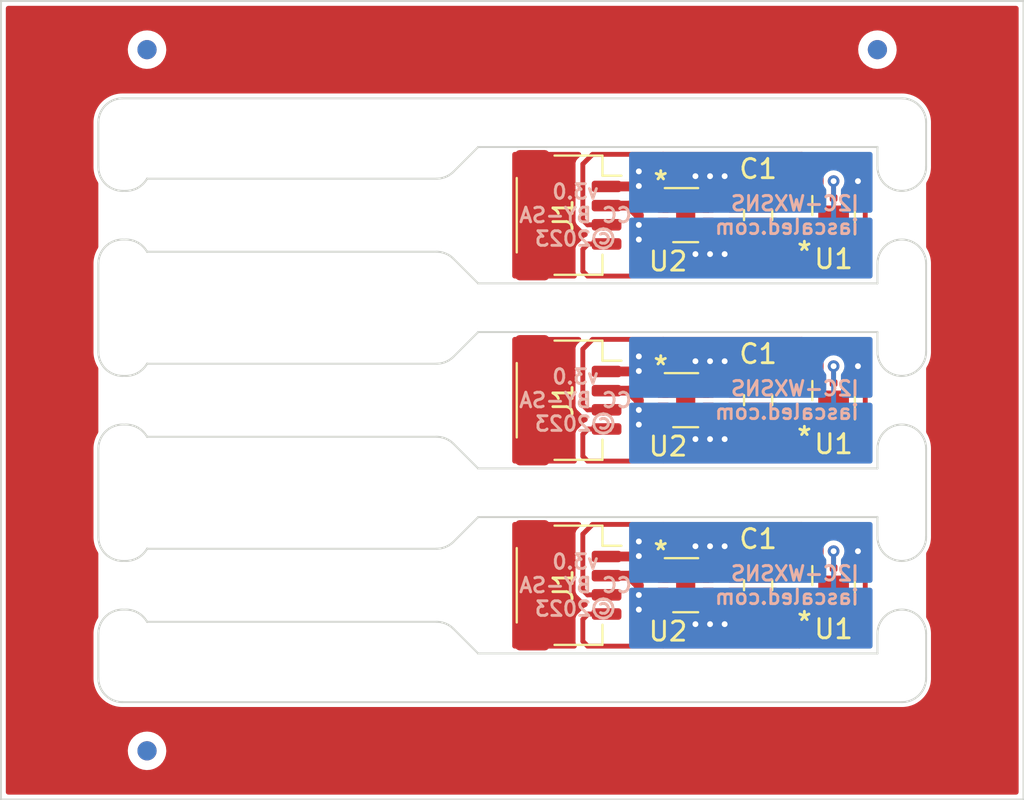
<source format=kicad_pcb>
(kicad_pcb (version 20211014) (generator pcbnew)
  (layers (0 "F.Cu" signal) (31 "B.Cu" signal) (34 "B.Paste" user) (35 "F.Paste" user) (36 "B.SilkS" user "B.Silkscreen") (37 "F.SilkS" user "F.Silkscreen") (38 "B.Mask" user) (39 "F.Mask" user) (44 "Edge.Cuts" user))
  (net 0 "")
  (net 1 "Board_0-/SCL")
  (net 2 "Board_0-/SDA")
  (net 3 "Board_0-/VCC")
  (net 4 "Board_0-GND")
  (net 5 "Board_0-unconnected-(J1-PadMP)")
  (net 6 "Board_0-unconnected-(U2-Pad3)")
  (net 7 "Board_0-unconnected-(U2-Pad6)")
  (net 8 "Board_1-/SCL")
  (net 9 "Board_1-/SDA")
  (net 10 "Board_1-/VCC")
  (net 11 "Board_1-GND")
  (net 12 "Board_1-unconnected-(J1-PadMP)")
  (net 13 "Board_1-unconnected-(U2-Pad3)")
  (net 14 "Board_1-unconnected-(U2-Pad6)")
  (net 15 "Board_2-/SCL")
  (net 16 "Board_2-/SDA")
  (net 17 "Board_2-/VCC")
  (net 18 "Board_2-GND")
  (net 19 "Board_2-unconnected-(J1-PadMP)")
  (net 20 "Board_2-unconnected-(U2-Pad3)")
  (net 21 "Board_2-unconnected-(U2-Pad6)")
  (footprint "Sensor_Humidity:Sensirion_DFN-8-1EP_2.5x2.5mm_P0.5mm_EP1.1x1.7mm" (layer "F.Cu") (at 50.719 26.172)
    (fp_text reference "U2")
    (fp_text value "SHT35-DIS")
  )
  (footprint "Fiducial" (layer "F.Cu") (at 60.72 17.54)
    (fp_text reference "REF**" hide)
    (fp_text value "Fiducial" hide)
  )
  (footprint "Connector_JST:JST_SH_SM04B-SRSS-TB_1x04-1MP_P1.00mm_Horizontal" (layer "F.Cu") (at 44.591 26.176 -90)
    (fp_text reference "J1")
    (fp_text value "SM04B-SRSS")
  )
  (footprint "Package_SON:WSON-6-1EP_2x2mm_P0.65mm_EP1x1.6mm" (layer "F.Cu") (at 58.434 45.476 90)
    (fp_text reference "U1")
    (fp_text value "TMP117xxDRV")
  )
  (footprint "Sensor_Humidity:Sensirion_DFN-8-1EP_2.5x2.5mm_P0.5mm_EP1.1x1.7mm" (layer "F.Cu") (at 50.719 45.476)
    (fp_text reference "U2")
    (fp_text value "SHT35-DIS")
  )
  (footprint "Package_SON:WSON-6-1EP_2x2mm_P0.65mm_EP1x1.6mm" (layer "F.Cu") (at 58.434 26.172 90)
    (fp_text reference "U1")
    (fp_text value "TMP117xxDRV")
  )
  (footprint "Capacitor_SMD:C_0805_2012Metric" (layer "F.Cu") (at 54.497 26.172 90)
    (fp_text reference "C1")
    (fp_text value "0.1uF")
  )
  (footprint "Package_SON:WSON-6-1EP_2x2mm_P0.65mm_EP1x1.6mm" (layer "F.Cu") (at 58.434 35.824 90)
    (fp_text reference "U1")
    (fp_text value "TMP117xxDRV")
  )
  (footprint "Capacitor_SMD:C_0805_2012Metric" (layer "F.Cu") (at 54.497 35.824 90)
    (fp_text reference "C1")
    (fp_text value "0.1uF")
  )
  (footprint "Connector_JST:JST_SH_SM04B-SRSS-TB_1x04-1MP_P1.00mm_Horizontal" (layer "F.Cu") (at 44.591 45.48 -90)
    (fp_text reference "J1")
    (fp_text value "SM04B-SRSS")
  )
  (footprint "Fiducial" (layer "F.Cu") (at 22.62 54.116)
    (fp_text reference "REF**" hide)
    (fp_text value "Fiducial" hide)
  )
  (footprint "Connector_JST:JST_SH_SM04B-SRSS-TB_1x04-1MP_P1.00mm_Horizontal" (layer "F.Cu") (at 44.591 35.828 -90)
    (fp_text reference "J1")
    (fp_text value "SM04B-SRSS")
  )
  (footprint "Fiducial" (layer "F.Cu") (at 22.62 17.54)
    (fp_text reference "REF**" hide)
    (fp_text value "Fiducial" hide)
  )
  (footprint "Capacitor_SMD:C_0805_2012Metric" (layer "F.Cu") (at 54.497 45.476 90)
    (fp_text reference "C1")
    (fp_text value "0.1uF")
  )
  (footprint "Sensor_Humidity:Sensirion_DFN-8-1EP_2.5x2.5mm_P0.5mm_EP1.1x1.7mm" (layer "F.Cu") (at 50.719 35.824)
    (fp_text reference "U2")
    (fp_text value "SHT35-DIS")
  )
  (footprint "Fiducial" (layer "B.Cu") (at 22.62 54.116)
    (fp_text reference "REF**" hide)
    (fp_text value "Fiducial" hide)
  )
  (footprint "Fiducial" (layer "B.Cu") (at 60.72 17.54)
    (fp_text reference "REF**" hide)
    (fp_text value "Fiducial" hide)
  )
  (footprint "Fiducial" (layer "B.Cu") (at 22.62 17.54)
    (fp_text reference "REF**" hide)
    (fp_text value "Fiducial" hide)
  )
  (gr_line (start 22.625571 24.271242) (end 22.625069 24.271267) (layer "Edge.Cuts") (width 0.1))
  (gr_line (start 60.717438 29.728397) (end 60.717749 29.728018) (layer "Edge.Cuts") (width 0.1))
  (gr_line (start 15.000991 15.006081) (end 15.000803 15.006534) (layer "Edge.Cuts") (width 0.1))
  (gr_line (start 63.258479 33.359825) (end 63.253929 33.421501) (layer "Edge.Cuts") (width 0.1))
  (gr_line (start 61.555519 34.484342) (end 61.49782 34.462085) (layer "Edge.Cuts") (width 0.1))
  (gr_line (start 21.216498 44.203929) (end 21.15512 44.196359) (layer "Edge.Cuts") (width 0.1))
  (gr_line (start 38.565253 38.059403) (end 38.610132 38.102132) (layer "Edge.Cuts") (width 0.1))
  (gr_line (start 39.89312 32.272782) (end 39.892658 32.272948) (layer "Edge.Cuts") (width 0.1))
  (gr_line (start 60.704659 32.272003) (end 60.704413 32.272) (layer "Edge.Cuts") (width 0.1))
  (gr_line (start 15.005637 15.001201) (end 15.005204 15.001432) (layer "Edge.Cuts") (width 0.1))
  (gr_line (start 20.85782 34.462085) (end 20.801281 34.437023) (layer "Edge.Cuts") (width 0.1))
  (gr_line (start 62.123501 44.203929) (end 62.061825 44.208479) (layer "Edge.Cuts") (width 0.1))
  (gr_line (start 63.047649 51.016016) (end 63.012039 51.066579) (layer "Edge.Cuts") (width 0.1))
  (gr_line (start 20.117763 47.703845) (end 20.134258 47.644242) (layer "Edge.Cuts") (width 0.1))
  (gr_line (start 68.332057 15.000376) (end 68.331575 15.000281) (layer "Edge.Cuts") (width 0.1))
  (gr_line (start 68.333002 56.655361) (end 68.333465 56.655196) (layer "Edge.Cuts") (width 0.1))
  (gr_line (start 37.964904 47.409213) (end 38.025245 47.422763) (layer "Edge.Cuts") (width 0.1))
  (gr_line (start 38.143571 28.154657) (end 38.20127 28.176914) (layer "Edge.Cuts") (width 0.1))
  (gr_line (start 63.012039 20.58942) (end 63.047649 20.639983) (layer "Edge.Cuts") (width 0.1))
  (gr_line (start 60.815914 24.128179) (end 60.793657 24.07048) (layer "Edge.Cuts") (width 0.1))
  (gr_line (start 62.061825 46.75152) (end 62.123501 46.75607) (layer "Edge.Cuts") (width 0.1))
  (gr_line (start 22.617511 33.927669) (end 22.617242 33.928093) (layer "Edge.Cuts") (width 0.1))
  (gr_line (start 62.061825 37.09952) (end 62.123501 37.10407) (layer "Edge.Cuts") (width 0.1))
  (gr_line (start 20.29235 43.650016) (end 20.259264 43.597767) (layer "Edge.Cuts") (width 0.1))
  (gr_line (start 22.625571 24.271242) (end 22.625571 24.271242) (layer "Edge.Cuts") (width 0.1))
  (gr_line (start 68.335216 15.001685) (end 68.334795 15.001432) (layer "Edge.Cuts") (width 0.1))
  (gr_line (start 60.713918 32.272991) (end 60.713465 32.272803) (layer "Edge.Cuts") (width 0.1))
  (gr_line (start 68.338798 56.650362) (end 68.339008 56.649918) (layer "Edge.Cuts") (width 0.1))
  (gr_line (start 39.895033 49.035646) (end 39.895521 49.035694) (layer "Edge.Cuts") (width 0.1))
  (gr_line (start 20.104213 50.561813) (end 20.09364 50.500879) (layer "Edge.Cuts") (width 0.1))
  (gr_line (start 20.32796 34.048579) (end 20.29235 33.998016) (layer "Edge.Cuts") (width 0.1))
  (gr_line (start 60.757763 38.051845) (end 60.774258 37.992242) (layer "Edge.Cuts") (width 0.1))
  (gr_line (start 22.625571 28.080757) (end 22.63534 28.080996) (layer "Edge.Cuts") (width 0.1))
  (gr_line (start 60.73364 28.52112) (end 60.744213 28.460186) (layer "Edge.Cuts") (width 0.1))
  (gr_line (start 62.061825 44.208479) (end 61.999877 44.21) (layer "Edge.Cuts") (width 0.1))
  (gr_line (start 62.799333 27.732009) (end 62.846162 27.772403) (layer "Edge.Cuts") (width 0.1))
  (gr_line (start 60.719623 49.028057) (end 60.719718 49.027575) (layer "Edge.Cuts") (width 0.1))
  (gr_line (start 61.133837 47.076403) (end 61.180666 47.036009) (layer "Edge.Cuts") (width 0.1))
  (gr_line (start 20.200976 37.819281) (end 20.228781 37.764041) (layer "Edge.Cuts") (width 0.1))
  (gr_line (start 21.094186 46.774213) (end 21.15512 46.76364) (layer "Edge.Cuts") (width 0.1))
  (gr_line (start 21.960534 34.48083) (end 21.900567 34.501147) (layer "Edge.Cuts") (width 0.1))
  (gr_line (start 60.719839 41.933398) (end 60.71979 41.932909) (layer "Edge.Cuts") (width 0.1))
  (gr_line (start 60.704413 41.924) (end 39.907586 41.924) (layer "Edge.Cuts") (width 0.1))
  (gr_line (start 20.692232 44.030735) (end 20.639983 43.997649) (layer "Edge.Cuts") (width 0.1))
  (gr_line (start 22.019406 34.457526) (end 21.960534 34.48083) (layer "Edge.Cuts") (width 0.1))
  (gr_line (start 60.710601 22.62016) (end 60.710111 22.620136) (layer "Edge.Cuts") (width 0.1))
  (gr_line (start 63.205741 20.974242) (end 63.222236 21.033845) (layer "Edge.Cuts") (width 0.1))
  (gr_line (start 60.719996 32.28734) (end 60.719863 32.281888) (layer "Edge.Cuts") (width 0.1))
  (gr_line (start 22.133268 46.905799) (end 22.187971 46.937681) (layer "Edge.Cuts") (width 0.1))
  (gr_line (start 21.278174 27.44752) (end 21.340122 27.446) (layer "Edge.Cuts") (width 0.1))
  (gr_line (start 60.73364 33.482879) (end 60.72607 33.421501) (layer "Edge.Cuts") (width 0.1))
  (gr_line (start 38.419107 37.94535) (end 38.46967 37.98096) (layer "Edge.Cuts") (width 0.1))
  (gr_line (start 39.89312 41.924782) (end 39.892658 41.924948) (layer "Edge.Cuts") (width 0.1))
  (gr_line (start 21.652795 27.452362) (end 21.715612 27.460296) (layer "Edge.Cuts") (width 0.1))
  (gr_line (start 22.019406 24.805526) (end 21.960534 24.82883) (layer "Edge.Cuts") (width 0.1))
  (gr_line (start 15.00016 15.009398) (end 15.000136 15.009888) (layer "Edge.Cuts") (width 0.1))
  (gr_line (start 63.012039 24.396579) (end 62.97399 24.445333) (layer "Edge.Cuts") (width 0.1))
  (gr_line (start 20.692232 34.378735) (end 20.639983 34.345649) (layer "Edge.Cuts") (width 0.1))
  (gr_line (start 63.139023 33.836718) (end 63.111218 33.891958) (layer "Edge.Cuts") (width 0.1))
  (gr_line (start 22.019406 46.850473) (end 22.077032 46.876705) (layer "Edge.Cuts") (width 0.1))
  (gr_line (start 39.891761 39.382654) (end 39.892204 39.382863) (layer "Edge.Cuts") (width 0.1))
  (gr_line (start 39.89312 39.383217) (end 39.89359 39.383359) (layer "Edge.Cuts") (width 0.1))
  (gr_line (start 39.895521 32.272305) (end 39.895033 32.272353) (layer "Edge.Cuts") (width 0.1))
  (gr_line (start 60.719863 49.026111) (end 60.719996 49.020659) (layer "Edge.Cuts") (width 0.1))
  (gr_line (start 20.29235 47.309983) (end 20.32796 47.25942) (layer "Edge.Cuts") (width 0.1))
  (gr_line (start 20.915519 51.502342) (end 20.85782 51.480085) (layer "Edge.Cuts") (width 0.1))
  (gr_line (start 39.907586 29.732) (end 60.704413 29.732) (layer "Edge.Cuts") (width 0.1))
  (gr_line (start 20.08152 47.948174) (end 20.08607 47.886498) (layer "Edge.Cuts") (width 0.1))
  (gr_line (start 63.253929 38.234498) (end 63.258479 38.296174) (layer "Edge.Cuts") (width 0.1))
  (gr_line (start 61.332232 27.625264) (end 61.386041 27.594781) (layer "Edge.Cuts") (width 0.1))
  (gr_line (start 62.306154 27.483763) (end 62.365757 27.500258) (layer "Edge.Cuts") (width 0.1))
  (gr_line (start 61.279983 34.345649) (end 61.22942 34.310039) (layer "Edge.Cuts") (width 0.1))
  (gr_line (start 60.719503 32.279466) (end 60.719361 32.278997) (layer "Edge.Cuts") (width 0.1))
  (gr_line (start 60.71979 29.72309) (end 60.719839 29.722601) (layer "Edge.Cuts") (width 0.1))
  (gr_line (start 39.881154 39.37315) (end 39.889361 39.380964) (layer "Edge.Cuts") (width 0.1))
  (gr_line (start 62.482179 34.462085) (end 62.42448 34.484342) (layer "Edge.Cuts") (width 0.1))
  (gr_line (start 63.205741 47.644242) (end 63.222236 47.703845) (layer "Edge.Cuts") (width 0.1))
  (gr_line (start 22.621676 43.576136) (end 22.621224 43.576356) (layer "Edge.Cuts") (width 0.1))
  (gr_line (start 22.554818 47.282077) (end 22.590087 47.334661) (layer "Edge.Cuts") (width 0.1))
  (gr_line (start 39.907586 39.384) (end 60.704413 39.384) (layer "Edge.Cuts") (width 0.1))
  (gr_line (start 20.915519 46.823657) (end 20.974242 46.804258) (layer "Edge.Cuts") (width 0.1))
  (gr_line (start 38.366858 43.395735) (end 38.313049 43.426218) (layer "Edge.Cuts") (width 0.1))
  (gr_line (start 38.143571 33.849342) (end 38.084848 33.868741) (layer "Edge.Cuts") (width 0.1))
  (gr_line (start 62.365757 44.155741) (end 62.306154 44.172236) (layer "Edge.Cuts") (width 0.1))
  (gr_line (start 62.700016 46.96235) (end 62.750579 46.99796) (layer "Edge.Cuts") (width 0.1))
  (gr_line (start 62.538718 44.089023) (end 62.482179 44.114085) (layer "Edge.Cuts") (width 0.1))
  (gr_line (start 20.85782 20.175914) (end 20.915519 20.153657) (layer "Edge.Cuts") (width 0.1))
  (gr_line (start 61.734186 46.774213) (end 61.79512 46.76364) (layer "Edge.Cuts") (width 0.1))
  (gr_line (start 60.868781 28.112041) (end 60.899264 28.058232) (layer "Edge.Cuts") (width 0.1))
  (gr_line (start 39.892658 22.620948) (end 39.892204 22.621136) (layer "Edge.Cuts") (width 0.1))
  (gr_line (start 62.184879 24.892359) (end 62.123501 24.899929) (layer "Edge.Cuts") (width 0.1))
  (gr_line (start 68.331575 56.655718) (end 68.332057 56.655623) (layer "Edge.Cuts") (width 0.1))
  (gr_line (start 20.692232 51.396735) (end 20.639983 51.363649) (layer "Edge.Cuts") (width 0.1))
  (gr_line (start 21.216498 37.10407) (end 21.278174 37.09952) (layer "Edge.Cuts") (width 0.1))
  (gr_line (start 22.133268 44.0542) (end 22.077032 44.083294) (layer "Edge.Cuts") (width 0.1))
  (gr_line (start 60.719623 39.376057) (end 60.719718 39.375575) (layer "Edge.Cuts") (width 0.1))
  (gr_line (start 39.881154 29.72115) (end 39.889361 29.728964) (layer "Edge.Cuts") (width 0.1))
  (gr_line (start 39.881154 22.630849) (end 39.880979 22.63102) (layer "Edge.Cuts") (width 0.1))
  (gr_line (start 61.918174 34.556479) (end 61.856498 34.551929) (layer "Edge.Cuts") (width 0.1))
  (gr_line (start 63.222236 28.399845) (end 63.235786 28.460186) (layer "Edge.Cuts") (width 0.1))
  (gr_line (start 60.717108 49.032761) (end 60.717438 49.032397) (layer "Edge.Cuts") (width 0.1))
  (gr_line (start 38.143571 37.806657) (end 38.20127 37.828914) (layer "Edge.Cuts") (width 0.1))
  (gr_line (start 37.780916 33.921479) (end 37.718968 33.923) (layer "Edge.Cuts") (width 0.1))
  (gr_line (start 63.26 33.297877) (end 63.258479 33.359825) (layer "Edge.Cuts") (width 0.1))
  (gr_line (start 22.624071 24.271393) (end 22.623578 24.271493) (layer "Edge.Cuts") (width 0.1))
  (gr_line (start 20.153657 24.07048) (end 20.134258 24.011757) (layer "Edge.Cuts") (width 0.1))
  (gr_line (start 20.104213 33.543813) (end 20.09364 33.482879) (layer "Edge.Cuts") (width 0.1))
  (gr_line (start 39.895521 22.620305) (end 39.895033 22.620353) (layer "Edge.Cuts") (width 0.1))
  (gr_line (start 63.253929 43.073501) (end 63.246359 43.134879) (layer "Edge.Cuts") (width 0.1))
  (gr_line (start 22.292231 47.009481) (end 22.341525 47.049218) (layer "Edge.Cuts") (width 0.1))
  (gr_line (start 62.700016 37.31035) (end 62.750579 37.34596) (layer "Edge.Cuts") (width 0.1))
  (gr_line (start 60.719008 41.930081) (end 60.718798 41.929637) (layer "Edge.Cuts") (width 0.1))
  (gr_line (start 20.134258 37.992242) (end 20.153657 37.933519) (layer "Edge.Cuts") (width 0.1))
  (gr_line (start 60.717438 49.032397) (end 60.717749 49.032018) (layer "Edge.Cuts") (width 0.1))
  (gr_line (start 60.716018 22.62225) (end 60.715624 22.621957) (layer "Edge.Cuts") (width 0.1))
  (gr_line (start 22.623578 43.575493) (end 22.623091 43.575618) (layer "Edge.Cuts") (width 0.1))
  (gr_line (start 63.047649 33.998016) (end 63.012039 34.048579) (layer "Edge.Cuts") (width 0.1))
  (gr_line (start 63.111218 50.909958) (end 63.080735 50.963767) (layer "Edge.Cuts") (width 0.1))
  (gr_line (start 38.313049 24.122218) (end 38.257809 24.150023) (layer "Edge.Cuts") (width 0.1))
  (gr_line (start 62.123501 46.75607) (end 62.184879 46.76364) (layer "Edge.Cuts") (width 0.1))
  (gr_line (start 22.388761 47.09138) (end 22.433819 47.135863) (layer "Edge.Cuts") (width 0.1))
  (gr_line (start 39.896011 49.035718) (end 39.90734 49.035996) (layer "Edge.Cuts") (width 0.1))
  (gr_line (start 61.22942 27.69396) (end 61.279983 27.65835) (layer "Edge.Cuts") (width 0.1))
  (gr_line (start 22.077032 27.572705) (end 22.133268 27.601799) (layer "Edge.Cuts") (width 0.1))
  (gr_line (start 60.719008 32.278081) (end 60.718798 32.277637) (layer "Edge.Cuts") (width 0.1))
  (gr_line (start 61.089047 43.840952) (end 61.046403 43.796162) (layer "Edge.Cuts") (width 0.1))
  (gr_line (start 39.892204 39.382863) (end 39.892658 39.383051) (layer "Edge.Cuts") (width 0.1))
  (gr_line (start 20.540666 47.036009) (end 20.58942 46.99796) (layer "Edge.Cuts") (width 0.1))
  (gr_line (start 60.710111 39.383863) (end 60.710601 39.383839) (layer "Edge.Cuts") (width 0.1))
  (gr_line (start 15.000209 15.008909) (end 15.00016 15.009398) (layer "Edge.Cuts") (width 0.1))
  (gr_line (start 22.617242 24.276093) (end 22.590087 24.321338) (layer "Edge.Cuts") (width 0.1))
  (gr_line (start 61.441281 34.437023) (end 61.386041 34.409218) (layer "Edge.Cuts") (width 0.1))
  (gr_line (start 20.134258 50.681757) (end 20.117763 50.622154) (layer "Edge.Cuts") (width 0.1))
  (gr_line (start 39.896011 41.924281) (end 39.895521 41.924305) (layer "Edge.Cuts") (width 0.1))
  (gr_line (start 20.32796 24.396579) (end 20.29235 24.346016) (layer "Edge.Cuts") (width 0.1))
  (gr_line (start 60.899264 24.293767) (end 60.868781 24.239958) (layer "Edge.Cuts") (width 0.1))
  (gr_line (start 21.15512 46.76364) (end 21.216498 46.75607) (layer "Edge.Cuts") (width 0.1))
  (gr_line (start 22.187971 24.718318) (end 22.133268 24.7502) (layer "Edge.Cuts") (width 0.1))
  (gr_line (start 39.89359 39.383359) (end 39.894066 39.383478) (layer "Edge.Cuts") (width 0.1))
  (gr_line (start 68.339623 15.007942) (end 68.339503 15.007466) (layer "Edge.Cuts") (width 0.1))
  (gr_line (start 60.712533 39.383503) (end 60.713002 39.383361) (layer "Edge.Cuts") (width 0.1))
  (gr_line (start 62.123501 24.899929) (end 62.061825 24.904479) (layer "Edge.Cuts") (width 0.1))
  (gr_line (start 62.306154 51.538236) (end 62.245813 51.551786) (layer "Edge.Cuts") (width 0.1))
  (gr_line (start 21.526237 46.75) (end 21.589659 46.751593) (layer "Edge.Cuts") (width 0.1))
  (gr_line (start 60.719718 49.027575) (end 60.71979 49.02709) (layer "Edge.Cuts") (width 0.1))
  (gr_line (start 60.704659 39.383996) (end 60.710111 39.383863) (layer "Edge.Cuts") (width 0.1))
  (gr_line (start 62.538718 34.437023) (end 62.482179 34.462085) (layer "Edge.Cuts") (width 0.1))
  (gr_line (start 22.433819 47.135863) (end 22.476586 47.182552) (layer "Edge.Cuts") (width 0.1))
  (gr_line (start 15.006997 15.000638) (end 15.006534 15.000803) (layer "Edge.Cuts") (width 0.1))
  (gr_line (start 38.46967 24.023039) (end 38.419107 24.058649) (layer "Edge.Cuts") (width 0.1))
  (gr_line (start 60.714795 41.925432) (end 60.714362 41.925201) (layer "Edge.Cuts") (width 0.1))
  (gr_line (start 60.72152 28.644174) (end 60.72607 28.582498) (layer "Edge.Cuts") (width 0.1))
  (gr_line (start 61.006009 27.906666) (end 61.046403 27.859837) (layer "Edge.Cuts") (width 0.1))
  (gr_line (start 60.815914 37.87582) (end 60.840976 37.819281) (layer "Edge.Cuts") (width 0.1))
  (gr_line (start 62.538718 37.218976) (end 62.593958 37.246781) (layer "Edge.Cuts") (width 0.1))
  (gr_line (start 61.614242 24.851741) (end 61.555519 24.832342) (layer "Edge.Cuts") (width 0.1))
  (gr_line (start 39.892204 29.730863) (end 39.892658 29.731051) (layer "Edge.Cuts") (width 0.1))
  (gr_line (start 20.540666 51.28999) (end 20.493837 51.249596) (layer "Edge.Cuts") (width 0.1))
  (gr_line (start 60.774258 47.644242) (end 60.793657 47.585519) (layer "Edge.Cuts") (width 0.1))
  (gr_line (start 60.717749 41.927981) (end 60.717438 41.927602) (layer "Edge.Cuts") (width 0.1))
  (gr_line (start 60.715624 32.273957) (end 60.715216 32.273685) (layer "Edge.Cuts") (width 0.1))
  (gr_line (start 15.000991 56.649918) (end 15.001201 56.650362) (layer "Edge.Cuts") (width 0.1))
  (gr_line (start 38.084848 33.868741) (end 38.025245 33.885236) (layer "Edge.Cuts") (width 0.1))
  (gr_line (start 62.593958 51.427218) (end 62.538718 51.455023) (layer "Edge.Cuts") (width 0.1))
  (gr_line (start 63.186342 47.585519) (end 63.205741 47.644242) (layer "Edge.Cuts") (width 0.1))
  (gr_line (start 60.774258 28.340242) (end 60.793657 28.281519) (layer "Edge.Cuts") (width 0.1))
  (gr_line (start 61.089047 27.815047) (end 61.133837 27.772403) (layer "Edge.Cuts") (width 0.1))
  (gr_line (start 15.008909 15.000209) (end 15.008424 15.000281) (layer "Edge.Cuts") (width 0.1))
  (gr_line (start 21.094186 37.122213) (end 21.15512 37.11164) (layer "Edge.Cuts") (width 0.1))
  (gr_line (start 60.713002 22.620638) (end 60.712533 22.620496) (layer "Edge.Cuts") (width 0.1))
  (gr_line (start 21.839654 24.866426) (end 21.77795 24.880623) (layer "Edge.Cuts") (width 0.1))
  (gr_line (start 62.647767 34.378735) (end 62.593958 34.409218) (layer "Edge.Cuts") (width 0.1))
  (gr_line (start 20.08607 47.886498) (end 20.09364 47.82512) (layer "Edge.Cuts") (width 0.1))
  (gr_line (start 22.620355 43.576862) (end 22.619941 43.577147) (layer "Edge.Cuts") (width 0.1))
  (gr_line (start 60.71979 49.02709) (end 60.719839 49.026601) (layer "Edge.Cuts") (width 0.1))
  (gr_line (start 60.757763 23.952154) (end 60.744213 23.891813) (layer "Edge.Cuts") (width 0.1))
  (gr_line (start 22.292231 37.357481) (end 22.341525 37.397218) (layer "Edge.Cuts") (width 0.1))
  (gr_line (start 39.892204 32.273136) (end 39.891761 32.273345) (layer "Edge.Cuts") (width 0.1))
  (gr_line (start 21.278174 20.08152) (end 21.340122 20.08) (layer "Edge.Cuts") (width 0.1))
  (gr_line (start 39.894066 29.731478) (end 39.894547 29.731574) (layer "Edge.Cuts") (width 0.1))
  (gr_line (start 39.90734 29.731996) (end 39.907586 29.732) (layer "Edge.Cuts") (width 0.1))
  (gr_line (start 21.589659 46.751593) (end 21.652795 46.756362) (layer "Edge.Cuts") (width 0.1))
  (gr_line (start 63.047649 28.005983) (end 63.080735 28.058232) (layer "Edge.Cuts") (width 0.1))
  (gr_line (start 60.713918 39.383008) (end 60.714362 39.382798) (layer "Edge.Cuts") (width 0.1))
  (gr_line (start 39.891328 41.925577) (end 39.890907 41.925829) (layer "Edge.Cuts") (width 0.1))
  (gr_line (start 39.894547 29.731574) (end 39.895033 29.731646) (layer "Edge.Cuts") (width 0.1))
  (gr_line (start 20.134258 20.974242) (end 20.153657 20.915519) (layer "Edge.Cuts") (width 0.1))
  (gr_line (start 22.625571 43.575242) (end 22.625069 43.575267) (layer "Edge.Cuts") (width 0.1))
  (gr_line (start 63.246359 38.17312) (end 63.253929 38.234498) (layer "Edge.Cuts") (width 0.1))
  (gr_line (start 20.29235 24.346016) (end 20.259264 24.293767) (layer "Edge.Cuts") (width 0.1))
  (gr_line (start 62.482179 51.480085) (end 62.42448 51.502342) (layer "Edge.Cuts") (width 0.1))
  (gr_line (start 61.279983 24.693649) (end 61.22942 24.658039) (layer "Edge.Cuts") (width 0.1))
  (gr_line (start 22.635586 28.081) (end 37.718968 28.081) (layer "Edge.Cuts") (width 0.1))
  (gr_line (start 21.278174 34.556479) (end 21.216498 34.551929) (layer "Edge.Cuts") (width 0.1))
  (gr_line (start 22.617802 24.275258) (end 22.617511 24.275669) (layer "Edge.Cuts") (width 0.1))
  (gr_line (start 22.622611 24.271767) (end 22.622139 24.27194) (layer "Edge.Cuts") (width 0.1))
  (gr_line (start 62.933596 27.859837) (end 62.97399 27.906666) (layer "Edge.Cuts") (width 0.1))
  (gr_line (start 20.746041 20.228781) (end 20.801281 20.200976) (layer "Edge.Cuts") (width 0.1))
  (gr_line (start 39.896011 22.620281) (end 39.895521 22.620305) (layer "Edge.Cuts") (width 0.1))
  (gr_line (start 39.890499 22.622102) (end 39.890105 22.622394) (layer "Edge.Cuts") (width 0.1))
  (gr_line (start 39.880979 49.024979) (end 39.881154 49.02515) (layer "Edge.Cuts") (width 0.1))
  (gr_line (start 38.20127 24.175085) (end 38.143571 24.197342) (layer "Edge.Cuts") (width 0.1))
  (gr_line (start 60.712057 32.272376) (end 60.711575 32.272281) (layer "Edge.Cuts") (width 0.1))
  (gr_line (start 62.245813 27.470213) (end 62.306154 27.483763) (layer "Edge.Cuts") (width 0.1))
  (gr_line (start 60.715624 41.925957) (end 60.715216 41.925685) (layer "Edge.Cuts") (width 0.1))
  (gr_line (start 22.625571 47.384757) (end 22.63534 47.384996) (layer "Edge.Cuts") (width 0.1))
  (gr_line (start 68.330111 56.655863) (end 68.330601 56.655839) (layer "Edge.Cuts") (width 0.1))
  (gr_line (start 60.719996 29.716659) (end 60.72 29.716413) (layer "Edge.Cuts") (width 0.1))
  (gr_line (start 60.72152 33.359825) (end 60.72 33.297877) (layer "Edge.Cuts") (width 0.1))
  (gr_line (start 22.341525 43.910781) (end 22.292231 43.950518) (layer "Edge.Cuts") (width 0.1))
  (gr_line (start 61.49782 34.462085) (end 61.441281 34.437023) (layer "Edge.Cuts") (width 0.1))
  (gr_line (start 37.718968 43.575) (end 22.635586 43.575) (layer "Edge.Cuts") (width 0.1))
  (gr_line (start 61.046403 37.511837) (end 61.089047 37.467047) (layer "Edge.Cuts") (width 0.1))
  (gr_line (start 20.200976 28.167281) (end 20.228781 28.112041) (layer "Edge.Cuts") (width 0.1))
  (gr_line (start 60.718567 22.625204) (end 60.718314 22.624783) (layer "Edge.Cuts") (width 0.1))
  (gr_line (start 68.339718 56.647575) (end 68.33979 56.64709) (layer "Edge.Cuts") (width 0.1))
  (gr_line (start 61.980122 37.098) (end 61.999877 37.098) (layer "Edge.Cuts") (width 0.1))
  (gr_line (start 22.619941 43.577147) (end 22.619542 43.577453) (layer "Edge.Cuts") (width 0.1))
  (gr_line (start 68.34 15.015586) (end 68.339996 15.01534) (layer "Edge.Cuts") (width 0.1))
  (gr_line (start 61.22942 24.658039) (end 61.180666 24.61999) (layer "Edge.Cuts") (width 0.1))
  (gr_line (start 15.000003 15.01534) (end 15 15.015586) (layer "Edge.Cuts") (width 0.1))
  (gr_line (start 60.719361 39.377002) (end 60.719503 39.376533) (layer "Edge.Cuts") (width 0.1))
  (gr_line (start 60.72 38.358122) (end 60.72152 38.296174) (layer "Edge.Cuts") (width 0.1))
  (gr_line (start 63.012039 51.066579) (end 62.97399 51.115333) (layer "Edge.Cuts") (width 0.1))
  (gr_line (start 61.441281 46.870976) (end 61.49782 46.845914) (layer "Edge.Cuts") (width 0.1))
  (gr_line (start 20.09364 38.17312) (end 20.104213 38.112186) (layer "Edge.Cuts") (width 0.1))
  (gr_line (start 20.08 42.949877) (end 20.08 38.358122) (layer "Edge.Cuts") (width 0.1))
  (gr_line (start 39.890499 49.033897) (end 39.890907 49.03417) (layer "Edge.Cuts") (width 0.1))
  (gr_line (start 62.933596 20.493837) (end 62.97399 20.540666) (layer "Edge.Cuts") (width 0.1))
  (gr_line (start 20.134258 47.644242) (end 20.153657 47.585519) (layer "Edge.Cuts") (width 0.1))
  (gr_line (start 37.718968 33.923) (end 22.635586 33.923) (layer "Edge.Cuts") (width 0.1))
  (gr_line (start 62.647767 44.030735) (end 62.593958 44.061218) (layer "Edge.Cuts") (width 0.1))
  (gr_line (start 60.712057 22.620376) (end 60.711575 22.620281) (layer "Edge.Cuts") (width 0.1))
  (gr_line (start 22.554818 37.630077) (end 22.590087 37.682661) (layer "Edge.Cuts") (width 0.1))
  (gr_line (start 60.712533 41.924496) (end 60.712057 41.924376) (layer "Edge.Cuts") (width 0.1))
  (gr_line (start 39.90734 41.924003) (end 39.896011 41.924281) (layer "Edge.Cuts") (width 0.1))
  (gr_line (start 21.216498 34.551929) (end 21.15512 34.544359) (layer "Edge.Cuts") (width 0.1))
  (gr_line (start 61.089047 37.467047) (end 61.133837 37.424403) (layer "Edge.Cuts") (width 0.1))
  (gr_line (start 21.839654 46.789573) (end 21.900567 46.806852) (layer "Edge.Cuts") (width 0.1))
  (gr_line (start 62.933596 37.511837) (end 62.97399 37.558666) (layer "Edge.Cuts") (width 0.1))
  (gr_line (start 22.620783 28.079401) (end 22.621224 28.079643) (layer "Edge.Cuts") (width 0.1))
  (gr_line (start 68.338314 15.004783) (end 68.338042 15.004375) (layer "Edge.Cuts") (width 0.1))
  (gr_line (start 60.716018 41.92625) (end 60.715624 41.925957) (layer "Edge.Cuts") (width 0.1))
  (gr_line (start 20.117763 43.256154) (end 20.104213 43.195813) (layer "Edge.Cuts") (width 0.1))
  (gr_line (start 61.999877 44.21) (end 61.980122 44.21) (layer "Edge.Cuts") (width 0.1))
  (gr_line (start 68.333002 15.000638) (end 68.332533 15.000496) (layer "Edge.Cuts") (width 0.1))
  (gr_line (start 20.493837 47.076403) (end 20.540666 47.036009) (layer "Edge.Cuts") (width 0.1))
  (gr_line (start 22.624568 43.575317) (end 22.624071 43.575393) (layer "Edge.Cuts") (width 0.1))
  (gr_line (start 39.891761 32.273345) (end 39.891328 32.273577) (layer "Edge.Cuts") (width 0.1))
  (gr_line (start 22.618792 33.926122) (end 22.618443 33.926484) (layer "Edge.Cuts") (width 0.1))
  (gr_line (start 60.710111 22.620136) (end 60.704659 22.620003) (layer "Edge.Cuts") (width 0.1))
  (gr_line (start 39.890105 49.033605) (end 39.890499 49.033897) (layer "Edge.Cuts") (width 0.1))
  (gr_line (start 37.842592 24.264929) (end 37.780916 24.269479) (layer "Edge.Cuts") (width 0.1))
  (gr_line (start 68.33109 56.65579) (end 68.331575 56.655718) (layer "Edge.Cuts") (width 0.1))
  (gr_line (start 60.719503 29.724533) (end 60.719623 29.724057) (layer "Edge.Cuts") (width 0.1))
  (gr_line (start 60.704659 29.731996) (end 60.710111 29.731863) (layer "Edge.Cuts") (width 0.1))
  (gr_line (start 68.324659 15.000003) (end 68.324413 15) (layer "Edge.Cuts") (width 0.1))
  (gr_line (start 20.449047 24.536952) (end 20.406403 24.492162) (layer "Edge.Cuts") (width 0.1))
  (gr_line (start 60.717438 41.927602) (end 60.717108 41.927238) (layer "Edge.Cuts") (width 0.1))
  (gr_line (start 39.895521 29.731694) (end 39.896011 29.731718) (layer "Edge.Cuts") (width 0.1))
  (gr_line (start 60.713465 22.620803) (end 60.713002 22.620638) (layer "Edge.Cuts") (width 0.1))
  (gr_line (start 38.257809 24.150023) (end 38.20127 24.175085) (layer "Edge.Cuts") (width 0.1))
  (gr_line (start 22.621676 33.924136) (end 22.621224 33.924356) (layer "Edge.Cuts") (width 0.1))
  (gr_line (start 22.617802 28.076741) (end 22.618113 28.077136) (layer "Edge.Cuts") (width 0.1))
  (gr_line (start 63.164085 33.780179) (end 63.139023 33.836718) (layer "Edge.Cuts") (width 0.1))
  (gr_line (start 63.26 28.706122) (end 63.26 33.297877) (layer "Edge.Cuts") (width 0.1))
  (gr_line (start 20.08607 21.216498) (end 20.09364 21.15512) (layer "Edge.Cuts") (width 0.1))
  (gr_line (start 39.889361 39.380964) (end 39.889725 39.381293) (layer "Edge.Cuts") (width 0.1))
  (gr_line (start 62.700016 34.345649) (end 62.647767 34.378735) (layer "Edge.Cuts") (width 0.1))
  (gr_line (start 63.205741 24.011757) (end 63.186342 24.07048) (layer "Edge.Cuts") (width 0.1))
  (gr_line (start 68.339863 56.646111) (end 68.339996 56.640659) (layer "Edge.Cuts") (width 0.1))
  (gr_line (start 62.482179 24.810085) (end 62.42448 24.832342) (layer "Edge.Cuts") (width 0.1))
  (gr_line (start 15.006081 56.655008) (end 15.006534 56.655196) (layer "Edge.Cuts") (width 0.1))
  (gr_line (start 60.711575 29.731718) (end 60.712057 29.731623) (layer "Edge.Cuts") (width 0.1))
  (gr_line (start 62.42448 27.519657) (end 62.482179 27.541914) (layer "Edge.Cuts") (width 0.1))
  (gr_line (start 38.366858 37.912264) (end 38.419107 37.94535) (layer "Edge.Cuts") (width 0.1))
  (gr_line (start 20.08152 28.644174) (end 20.08607 28.582498) (layer "Edge.Cuts") (width 0.1))
  (gr_line (start 15.001685 15.004783) (end 15.001432 15.005204) (layer "Edge.Cuts") (width 0.1))
  (gr_line (start 38.366858 33.743735) (end 38.313049 33.774218) (layer "Edge.Cuts") (width 0.1))
  (gr_line (start 63.246359 50.500879) (end 63.235786 50.561813) (layer "Edge.Cuts") (width 0.1))
  (gr_line (start 62.184879 37.11164) (end 62.245813 37.122213) (layer "Edge.Cuts") (width 0.1))
  (gr_line (start 20.746041 24.757218) (end 20.692232 24.726735) (layer "Edge.Cuts") (width 0.1))
  (gr_line (start 38.518424 47.671009) (end 38.565253 47.711403) (layer "Edge.Cuts") (width 0.1))
  (gr_line (start 39.895521 41.924305) (end 39.895033 41.924353) (layer "Edge.Cuts") (width 0.1))
  (gr_line (start 15.004783 15.001685) (end 15.004375 15.001957) (layer "Edge.Cuts") (width 0.1))
  (gr_line (start 68.337108 15.003238) (end 68.336761 15.002891) (layer "Edge.Cuts") (width 0.1))
  (gr_line (start 60.72607 47.886498) (end 60.73364 47.82512) (layer "Edge.Cuts") (width 0.1))
  (gr_line (start 20.449047 34.188952) (end 20.406403 34.144162) (layer "Edge.Cuts") (width 0.1))
  (gr_line (start 62.365757 37.152258) (end 62.42448 37.171657) (layer "Edge.Cuts") (width 0.1))
  (gr_line (start 62.245813 44.185786) (end 62.184879 44.196359) (layer "Edge.Cuts") (width 0.1))
  (gr_line (start 39.890499 29.729897) (end 39.890907 29.73017) (layer "Edge.Cuts") (width 0.1))
  (gr_line (start 22.619542 24.273453) (end 22.619158 24.273778) (layer "Edge.Cuts") (width 0.1))
  (gr_line (start 61.22942 37.34596) (end 61.279983 37.31035) (layer "Edge.Cuts") (width 0.1))
  (gr_line (start 62.184879 27.45964) (end 62.245813 27.470213) (layer "Edge.Cuts") (width 0.1))
  (gr_line (start 61.734186 24.881786) (end 61.673845 24.868236) (layer "Edge.Cuts") (width 0.1))
  (gr_line (start 21.960534 46.827169) (end 22.019406 46.850473) (layer "Edge.Cuts") (width 0.1))
  (gr_line (start 22.618443 37.729515) (end 22.618792 37.729877) (layer "Edge.Cuts") (width 0.1))
  (gr_line (start 61.555519 46.823657) (end 61.614242 46.804258) (layer "Edge.Cuts") (width 0.1))
  (gr_line (start 62.647767 20.259264) (end 62.700016 20.29235) (layer "Edge.Cuts") (width 0.1))
  (gr_line (start 20.175914 28.22382) (end 20.200976 28.167281) (layer "Edge.Cuts") (width 0.1))
  (gr_line (start 62.846162 51.249596) (end 62.799333 51.28999) (layer "Edge.Cuts") (width 0.1))
  (gr_line (start 20.449047 51.206952) (end 20.406403 51.162162) (layer "Edge.Cuts") (width 0.1))
  (gr_line (start 61.918174 44.208479) (end 61.856498 44.203929) (layer "Edge.Cuts") (width 0.1))
  (gr_line (start 22.622139 47.384059) (end 22.622611 47.384232) (layer "Edge.Cuts") (width 0.1))
  (gr_line (start 22.617511 37.72833) (end 22.617802 37.728741) (layer "Edge.Cuts") (width 0.1))
  (gr_line (start 21.900567 27.502852) (end 21.960534 27.523169) (layer "Edge.Cuts") (width 0.1))
  (gr_line (start 20.58942 46.99796) (end 20.639983 46.96235) (layer "Edge.Cuts") (width 0.1))
  (gr_line (start 63.205741 50.681757) (end 63.186342 50.74048) (layer "Edge.Cuts") (width 0.1))
  (gr_line (start 61.49782 27.541914) (end 61.555519 27.519657) (layer "Edge.Cuts") (width 0.1))
  (gr_line (start 60.840976 28.167281) (end 60.868781 28.112041) (layer "Edge.Cuts") (width 0.1))
  (gr_line (start 20.85782 44.114085) (end 20.801281 44.089023) (layer "Edge.Cuts") (width 0.1))
  (gr_line (start 21.15512 44.196359) (end 21.094186 44.185786) (layer "Edge.Cuts") (width 0.1))
  (gr_line (start 68.324413 15) (end 15.015586 15) (layer "Edge.Cuts") (width 0.1))
  (gr_line (start 60.713918 22.620991) (end 60.713465 22.620803) (layer "Edge.Cuts") (width 0.1))
  (gr_line (start 38.084848 24.216741) (end 38.025245 24.233236) (layer "Edge.Cuts") (width 0.1))
  (gr_line (start 22.635586 43.575) (end 22.63534 43.575003) (layer "Edge.Cuts") (width 0.1))
  (gr_line (start 37.842592 37.73907) (end 37.90397 37.74664) (layer "Edge.Cuts") (width 0.1))
  (gr_line (start 60.716761 22.622891) (end 60.716397 22.622561) (layer "Edge.Cuts") (width 0.1))
  (gr_line (start 39.89312 22.620782) (end 39.892658 22.620948) (layer "Edge.Cuts") (width 0.1))
  (gr_line (start 61.279983 46.96235) (end 61.332232 46.929264) (layer "Edge.Cuts") (width 0.1))
  (gr_line (start 61.49782 46.845914) (end 61.555519 46.823657) (layer "Edge.Cuts") (width 0.1))
  (gr_line (start 39.889361 29.728964) (end 39.889725 29.729293) (layer "Edge.Cuts") (width 0.1))
  (gr_line (start 62.97399 43.749333) (end 62.933596 43.796162) (layer "Edge.Cuts") (width 0.1))
  (gr_line (start 63.235786 28.460186) (end 63.246359 28.52112) (layer "Edge.Cuts") (width 0.1))
  (gr_line (start 39.890907 29.73017) (end 39.891328 29.730422) (layer "Edge.Cuts") (width 0.1))
  (gr_line (start 20.117763 23.952154) (end 20.104213 23.891813) (layer "Edge.Cuts") (width 0.1))
  (gr_line (start 62.245813 20.104213) (end 62.306154 20.117763) (layer "Edge.Cuts") (width 0.1))
  (gr_line (start 60.710111 32.272136) (end 60.704659 32.272003) (layer "Edge.Cuts") (width 0.1))
  (gr_line (start 22.621224 43.576356) (end 22.620783 43.576598) (layer "Edge.Cuts") (width 0.1))
  (gr_line (start 22.625069 43.575267) (end 22.624568 43.575317) (layer "Edge.Cuts") (width 0.1))
  (gr_line (start 22.618792 47.381877) (end 22.619158 47.382221) (layer "Edge.Cuts") (width 0.1))
  (gr_line (start 62.306154 34.520236) (end 62.245813 34.533786) (layer "Edge.Cuts") (width 0.1))
  (gr_line (start 39.891761 41.925345) (end 39.891328 41.925577) (layer "Edge.Cuts") (width 0.1))
  (gr_line (start 22.241003 27.668271) (end 22.292231 27.705481) (layer "Edge.Cuts") (width 0.1))
  (gr_line (start 21.715612 24.891703) (end 21.652795 24.899637) (layer "Edge.Cuts") (width 0.1))
  (gr_line (start 60.704413 29.732) (end 60.704659 29.731996) (layer "Edge.Cuts") (width 0.1))
  (gr_line (start 61.133837 37.424403) (end 61.180666 37.384009) (layer "Edge.Cuts") (width 0.1))
  (gr_line (start 38.610132 23.901867) (end 38.565253 23.944596) (layer "Edge.Cuts") (width 0.1))
  (gr_line (start 60.714795 49.034567) (end 60.715216 49.034314) (layer "Edge.Cuts") (width 0.1))
  (gr_line (start 63.139023 20.801281) (end 63.164085 20.85782) (layer "Edge.Cuts") (width 0.1))
  (gr_line (start 62.365757 20.134258) (end 62.42448 20.153657) (layer "Edge.Cuts") (width 0.1))
  (gr_line (start 60.716018 29.729749) (end 60.716397 29.729438) (layer "Edge.Cuts") (width 0.1))
  (gr_line (start 60.71979 41.932909) (end 60.719718 41.932424) (layer "Edge.Cuts") (width 0.1))
  (gr_line (start 60.716761 32.274891) (end 60.716397 32.274561) (layer "Edge.Cuts") (width 0.1))
  (gr_line (start 22.625069 28.080732) (end 22.625571 28.080757) (layer "Edge.Cuts") (width 0.1))
  (gr_line (start 60.93235 37.657983) (end 60.96796 37.60742) (layer "Edge.Cuts") (width 0.1))
  (gr_line (start 61.332232 46.929264) (end 61.386041 46.898781) (layer "Edge.Cuts") (width 0.1))
  (gr_line (start 20.493837 34.231596) (end 20.449047 34.188952) (layer "Edge.Cuts") (width 0.1))
  (gr_line (start 60.714362 32.273201) (end 60.713918 32.272991) (layer "Edge.Cuts") (width 0.1))
  (gr_line (start 20.639983 46.96235) (end 20.692232 46.929264) (layer "Edge.Cuts") (width 0.1))
  (gr_line (start 15.000209 56.64709) (end 15.000281 56.647575) (layer "Edge.Cuts") (width 0.1))
  (gr_line (start 21.216498 20.08607) (end 21.278174 20.08152) (layer "Edge.Cuts") (width 0.1))
  (gr_line (start 15.000803 56.649465) (end 15.000991 56.649918) (layer "Edge.Cuts") (width 0.1))
  (gr_line (start 38.20127 28.176914) (end 38.257809 28.201976) (layer "Edge.Cuts") (width 0.1))
  (gr_line (start 60.744213 43.195813) (end 60.73364 43.134879) (layer "Edge.Cuts") (width 0.1))
  (gr_line (start 22.625571 33.923242) (end 22.625069 33.923267) (layer "Edge.Cuts") (width 0.1))
  (gr_line (start 68.339196 15.006534) (end 68.339008 15.006081) (layer "Edge.Cuts") (width 0.1))
  (gr_line (start 20.801281 46.870976) (end 20.85782 46.845914) (layer "Edge.Cuts") (width 0.1))
  (gr_line (start 68.336018 56.653749) (end 68.336397 56.653438) (layer "Edge.Cuts") (width 0.1))
  (gr_line (start 20.58942 51.328039) (end 20.540666 51.28999) (layer "Edge.Cuts") (width 0.1))
  (gr_line (start 60.711575 22.620281) (end 60.71109 22.620209) (layer "Edge.Cuts") (width 0.1))
  (gr_line (start 60.744213 23.891813) (end 60.73364 23.830879) (layer "Edge.Cuts") (width 0.1))
  (gr_line (start 39.894066 22.620521) (end 39.89359 22.62064) (layer "Edge.Cuts") (width 0.1))
  (gr_line (start 38.518424 43.28899) (end 38.46967 43.327039) (layer "Edge.Cuts") (width 0.1))
  (gr_line (start 20.104213 38.112186) (end 20.117763 38.051845) (layer "Edge.Cuts") (width 0.1))
  (gr_line (start 22.019406 37.198473) (end 22.077032 37.224705) (layer "Edge.Cuts") (width 0.1))
  (gr_line (start 62.482179 27.541914) (end 62.538718 27.566976) (layer "Edge.Cuts") (width 0.1))
  (gr_line (start 63.246359 47.82512) (end 63.253929 47.886498) (layer "Edge.Cuts") (width 0.1))
  (gr_line (start 61.180666 47.036009) (end 61.22942 46.99796) (layer "Edge.Cuts") (width 0.1))
  (gr_line (start 60.868781 24.239958) (end 60.840976 24.184718) (layer "Edge.Cuts") (width 0.1))
  (gr_line (start 62.647767 51.396735) (end 62.593958 51.427218) (layer "Edge.Cuts") (width 0.1))
  (gr_line (start 22.619542 43.577453) (end 22.619158 43.577778) (layer "Edge.Cuts") (width 0.1))
  (gr_line (start 21.589659 37.099593) (end 21.652795 37.104362) (layer "Edge.Cuts") (width 0.1))
  (gr_line (start 38.46967 28.32896) (end 38.518424 28.367009) (layer "Edge.Cuts") (width 0.1))
  (gr_line (start 20.08152 21.278174) (end 20.08607 21.216498) (layer "Edge.Cuts") (width 0.1))
  (gr_line (start 60.72607 33.421501) (end 60.72152 33.359825) (layer "Edge.Cuts") (width 0.1))
  (gr_line (start 20.449047 20.449047) (end 20.493837 20.406403) (layer "Edge.Cuts") (width 0.1))
  (gr_line (start 61.999877 37.098) (end 62.061825 37.09952) (layer "Edge.Cuts") (width 0.1))
  (gr_line (start 22.623578 28.080506) (end 22.624071 28.080606) (layer "Edge.Cuts") (width 0.1))
  (gr_line (start 20.692232 24.726735) (end 20.639983 24.693649) (layer "Edge.Cuts") (width 0.1))
  (gr_line (start 39.890907 39.38217) (end 39.891328 39.382422) (layer "Edge.Cuts") (width 0.1))
  (gr_line (start 62.061825 24.904479) (end 61.999877 24.906) (layer "Edge.Cuts") (width 0.1))
  (gr_line (start 61.673845 27.483763) (end 61.734186 27.470213) (layer "Edge.Cuts") (width 0.1))
  (gr_line (start 68.336397 56.653438) (end 68.336761 56.653108) (layer "Edge.Cuts") (width 0.1))
  (gr_line (start 20.09364 43.134879) (end 20.08607 43.073501) (layer "Edge.Cuts") (width 0.1))
  (gr_line (start 63.012039 27.95542) (end 63.047649 28.005983) (layer "Edge.Cuts") (width 0.1))
  (gr_line (start 60.93235 33.998016) (end 60.899264 33.945767) (layer "Edge.Cuts") (width 0.1))
  (gr_line (start 22.241003 34.335728) (end 22.187971 34.370318) (layer "Edge.Cuts") (width 0.1))
  (gr_line (start 63.258479 50.377825) (end 63.253929 50.439501) (layer "Edge.Cuts") (width 0.1))
  (gr_line (start 60.710601 41.92416) (end 60.710111 41.924136) (layer "Edge.Cuts") (width 0.1))
  (gr_line (start 60.719196 39.377465) (end 60.719361 39.377002) (layer "Edge.Cuts") (width 0.1))
  (gr_line (start 21.033845 20.117763) (end 21.094186 20.104213) (layer "Edge.Cuts") (width 0.1))
  (gr_line (start 60.719008 39.377918) (end 60.719196 39.377465) (layer "Edge.Cuts") (width 0.1))
  (gr_line (start 39.895033 29.731646) (end 39.895521 29.731694) (layer "Edge.Cuts") (width 0.1))
  (gr_line (start 60.711575 32.272281) (end 60.71109 32.272209) (layer "Edge.Cuts") (width 0.1))
  (gr_line (start 22.241003 43.987728) (end 22.187971 44.022318) (layer "Edge.Cuts") (width 0.1))
  (gr_line (start 60.868781 33.891958) (end 60.840976 33.836718) (layer "Edge.Cuts") (width 0.1))
  (gr_line (start 22.618443 33.926484) (end 22.618113 33.926863) (layer "Edge.Cuts") (width 0.1))
  (gr_line (start 20.493837 43.883596) (end 20.449047 43.840952) (layer "Edge.Cuts") (width 0.1))
  (gr_line (start 20.200976 43.488718) (end 20.175914 43.432179) (layer "Edge.Cuts") (width 0.1))
  (gr_line (start 60.715624 49.034042) (end 60.716018 49.033749) (layer "Edge.Cuts") (width 0.1))
  (gr_line (start 60.716397 32.274561) (end 60.716018 32.27425) (layer "Edge.Cuts") (width 0.1))
  (gr_line (start 61.734186 34.533786) (end 61.673845 34.520236) (layer "Edge.Cuts") (width 0.1))
  (gr_line (start 61.089047 24.536952) (end 61.046403 24.492162) (layer "Edge.Cuts") (width 0.1))
  (gr_line (start 61.133837 27.772403) (end 61.180666 27.732009) (layer "Edge.Cuts") (width 0.1))
  (gr_line (start 22.619542 47.382546) (end 22.619941 47.382852) (layer "Edge.Cuts") (width 0.1))
  (gr_line (start 62.538718 27.566976) (end 62.593958 27.594781) (layer "Edge.Cuts") (width 0.1))
  (gr_line (start 68.331575 15.000281) (end 68.33109 15.000209) (layer "Edge.Cuts") (width 0.1))
  (gr_line (start 38.46967 43.327039) (end 38.419107 43.362649) (layer "Edge.Cuts") (width 0.1))
  (gr_line (start 39.889725 39.381293) (end 39.890105 39.381605) (layer "Edge.Cuts") (width 0.1))
  (gr_line (start 15.015586 56.656) (end 68.324413 56.656) (layer "Edge.Cuts") (width 0.1))
  (gr_line (start 20.08 48.010122) (end 20.08152 47.948174) (layer "Edge.Cuts") (width 0.1))
  (gr_line (start 60.96796 27.95542) (end 61.006009 27.906666) (layer "Edge.Cuts") (width 0.1))
  (gr_line (start 39.894066 49.035478) (end 39.894547 49.035574) (layer "Edge.Cuts") (width 0.1))
  (gr_line (start 15.000803 15.006534) (end 15.000638 15.006997) (layer "Edge.Cuts") (width 0.1))
  (gr_line (start 38.257809 28.201976) (end 38.313049 28.229781) (layer "Edge.Cuts") (width 0.1))
  (gr_line (start 61.180666 24.61999) (end 61.133837 24.579596) (layer "Edge.Cuts") (width 0.1))
  (gr_line (start 20.08152 50.377825) (end 20.08 50.315877) (layer "Edge.Cuts") (width 0.1))
  (gr_line (start 60.719503 22.627466) (end 60.719361 22.626997) (layer "Edge.Cuts") (width 0.1))
  (gr_line (start 20.228781 33.891958) (end 20.200976 33.836718) (layer "Edge.Cuts") (width 0.1))
  (gr_line (start 63.222236 38.051845) (end 63.235786 38.112186) (layer "Edge.Cuts") (width 0.1))
  (gr_line (start 20.104213 43.195813) (end 20.09364 43.134879) (layer "Edge.Cuts") (width 0.1))
  (gr_line (start 63.139023 50.854718) (end 63.111218 50.909958) (layer "Edge.Cuts") (width 0.1))
  (gr_line (start 20.58942 37.34596) (end 20.639983 37.31035) (layer "Edge.Cuts") (width 0.1))
  (gr_line (start 20.29235 51.016016) (end 20.259264 50.963767) (layer "Edge.Cuts") (width 0.1))
  (gr_line (start 60.717108 29.728761) (end 60.717438 29.728397) (layer "Edge.Cuts") (width 0.1))
  (gr_line (start 22.618443 24.274484) (end 22.618113 24.274863) (layer "Edge.Cuts") (width 0.1))
  (gr_line (start 22.618443 28.077515) (end 22.618792 28.077877) (layer "Edge.Cuts") (width 0.1))
  (gr_line (start 60.96796 43.700579) (end 60.93235 43.650016) (layer "Edge.Cuts") (width 0.1))
  (gr_line (start 20.493837 37.424403) (end 20.540666 37.384009) (layer "Edge.Cuts") (width 0.1))
  (gr_line (start 60.718314 29.727216) (end 60.718567 29.726795) (layer "Edge.Cuts") (width 0.1))
  (gr_line (start 20.915519 44.136342) (end 20.85782 44.114085) (layer "Edge.Cuts") (width 0.1))
  (gr_line (start 68.337749 15.003981) (end 68.337438 15.003602) (layer "Edge.Cuts") (width 0.1))
  (gr_line (start 22.620355 37.731137) (end 22.620783 37.731401) (layer "Edge.Cuts") (width 0.1))
  (gr_line (start 39.889725 49.033293) (end 39.890105 49.033605) (layer "Edge.Cuts") (width 0.1))
  (gr_line (start 38.257809 33.802023) (end 38.20127 33.827085) (layer "Edge.Cuts") (width 0.1))
  (gr_line (start 60.868781 37.764041) (end 60.899264 37.710232) (layer "Edge.Cuts") (width 0.1))
  (gr_line (start 61.133837 24.579596) (end 61.089047 24.536952) (layer "Edge.Cuts") (width 0.1))
  (gr_line (start 39.895033 39.383646) (end 39.895521 39.383694) (layer "Edge.Cuts") (width 0.1))
  (gr_line (start 61.856498 24.899929) (end 61.79512 24.892359) (layer "Edge.Cuts") (width 0.1))
  (gr_line (start 39.881154 49.02515) (end 39.889361 49.032964) (layer "Edge.Cuts") (width 0.1))
  (gr_line (start 21.526237 24.906) (end 21.340122 24.906) (layer "Edge.Cuts") (width 0.1))
  (gr_line (start 62.846162 37.424403) (end 62.890952 37.467047) (layer "Edge.Cuts") (width 0.1))
  (gr_line (start 37.718968 47.385) (end 37.780916 47.38652) (layer "Edge.Cuts") (width 0.1))
  (gr_line (start 68.338314 56.651216) (end 68.338567 56.650795) (layer "Edge.Cuts") (width 0.1))
  (gr_line (start 63.205741 37.992242) (end 63.222236 38.051845) (layer "Edge.Cuts") (width 0.1))
  (gr_line (start 68.339008 15.006081) (end 68.338798 15.005637) (layer "Edge.Cuts") (width 0.1))
  (gr_line (start 60.719718 22.628424) (end 60.719623 22.627942) (layer "Edge.Cuts") (width 0.1))
  (gr_line (start 68.339863 15.009888) (end 68.339839 15.009398) (layer "Edge.Cuts") (width 0.1))
  (gr_line (start 38.518424 33.63699) (end 38.46967 33.675039) (layer "Edge.Cuts") (width 0.1))
  (gr_line (start 62.700016 51.363649) (end 62.647767 51.396735) (layer "Edge.Cuts") (width 0.1))
  (gr_line (start 15.006081 15.000991) (end 15.005637 15.001201) (layer "Edge.Cuts") (width 0.1))
  (gr_line (start 62.365757 34.503741) (end 62.306154 34.520236) (layer "Edge.Cuts") (width 0.1))
  (gr_line (start 20.08607 50.439501) (end 20.08152 50.377825) (layer "Edge.Cuts") (width 0.1))
  (gr_line (start 68.333465 56.655196) (end 68.333918 56.655008) (layer "Edge.Cuts") (width 0.1))
  (gr_line (start 21.77795 46.775376) (end 21.839654 46.789573) (layer "Edge.Cuts") (width 0.1))
  (gr_line (start 21.900567 24.849147) (end 21.839654 24.866426) (layer "Edge.Cuts") (width 0.1))
  (gr_line (start 20.104213 21.094186) (end 20.117763 21.033845) (layer "Edge.Cuts") (width 0.1))
  (gr_line (start 22.433819 43.824136) (end 22.388761 43.868619) (layer "Edge.Cuts") (width 0.1))
  (gr_line (start 38.257809 47.505976) (end 38.313049 47.533781) (layer "Edge.Cuts") (width 0.1))
  (gr_line (start 21.278174 46.75152) (end 21.340122 46.75) (layer "Edge.Cuts") (width 0.1))
  (gr_line (start 21.340122 34.558) (end 21.278174 34.556479) (layer "Edge.Cuts") (width 0.1))
  (gr_line (start 22.617802 37.728741) (end 22.618113 37.729136) (layer "Edge.Cuts") (width 0.1))
  (gr_line (start 61.999877 24.906) (end 61.980122 24.906) (layer "Edge.Cuts") (width 0.1))
  (gr_line (start 60.713918 29.731008) (end 60.714362 29.730798) (layer "Edge.Cuts") (width 0.1))
  (gr_line (start 38.143571 43.501342) (end 38.084848 43.520741) (layer "Edge.Cuts") (width 0.1))
  (gr_line (start 60.718798 49.030362) (end 60.719008 49.029918) (layer "Edge.Cuts") (width 0.1))
  (gr_line (start 21.589659 44.208406) (end 21.526237 44.21) (layer "Edge.Cuts") (width 0.1))
  (gr_line (start 39.889361 22.623035) (end 39.881154 22.630849) (layer "Edge.Cuts") (width 0.1))
  (gr_line (start 15.001957 15.004375) (end 15.001685 15.004783) (layer "Edge.Cuts") (width 0.1))
  (gr_line (start 22.187971 46.937681) (end 22.241003 46.972271) (layer "Edge.Cuts") (width 0.1))
  (gr_line (start 39.895033 41.924353) (end 39.894547 41.924425) (layer "Edge.Cuts") (width 0.1))
  (gr_line (start 60.719196 41.930534) (end 60.719008 41.930081) (layer "Edge.Cuts") (width 0.1))
  (gr_line (start 60.713918 41.924991) (end 60.713465 41.924803) (layer "Edge.Cuts") (width 0.1))
  (gr_line (start 22.623091 37.732381) (end 22.623578 37.732506) (layer "Edge.Cuts") (width 0.1))
  (gr_line (start 63.080735 20.692232) (end 63.111218 20.746041) (layer "Edge.Cuts") (width 0.1))
  (gr_line (start 61.79512 24.892359) (end 61.734186 24.881786) (layer "Edge.Cuts") (width 0.1))
  (gr_line (start 21.839654 27.485573) (end 21.900567 27.502852) (layer "Edge.Cuts") (width 0.1))
  (gr_line (start 20.366009 37.558666) (end 20.406403 37.511837) (layer "Edge.Cuts") (width 0.1))
  (gr_line (start 22.617242 43.580093) (end 22.590087 43.625338) (layer "Edge.Cuts") (width 0.1))
  (gr_line (start 60.93235 24.346016) (end 60.899264 24.293767) (layer "Edge.Cuts") (width 0.1))
  (gr_line (start 20.58942 27.69396) (end 20.639983 27.65835) (layer "Edge.Cuts") (width 0.1))
  (gr_line (start 22.624568 28.080682) (end 22.625069 28.080732) (layer "Edge.Cuts") (width 0.1))
  (gr_line (start 62.061825 27.44752) (end 62.123501 27.45207) (layer "Edge.Cuts") (width 0.1))
  (gr_line (start 68.334362 15.001201) (end 68.333918 15.000991) (layer "Edge.Cuts") (width 0.1))
  (gr_line (start 60.719839 32.281398) (end 60.71979 32.280909) (layer "Edge.Cuts") (width 0.1))
  (gr_line (start 62.700016 27.65835) (end 62.750579 27.69396) (layer "Edge.Cuts") (width 0.1))
  (gr_line (start 20.09364 28.52112) (end 20.104213 28.460186) (layer "Edge.Cuts") (width 0.1))
  (gr_line (start 38.366858 47.564264) (end 38.419107 47.59735) (layer "Edge.Cuts") (width 0.1))
  (gr_line (start 63.222236 50.622154) (end 63.205741 50.681757) (layer "Edge.Cuts") (width 0.1))
  (gr_line (start 20.08152 38.296174) (end 20.08607 38.234498) (layer "Edge.Cuts") (width 0.1))
  (gr_line (start 61.006009 24.445333) (end 60.96796 24.396579) (layer "Edge.Cuts") (width 0.1))
  (gr_line (start 20.85782 37.193914) (end 20.915519 37.171657) (layer "Edge.Cuts") (width 0.1))
  (gr_line (start 38.143571 24.197342) (end 38.084848 24.216741) (layer "Edge.Cuts") (width 0.1))
  (gr_line (start 21.960534 24.82883) (end 21.900567 24.849147) (layer "Edge.Cuts") (width 0.1))
  (gr_line (start 38.025245 24.233236) (end 37.964904 24.246786) (layer "Edge.Cuts") (width 0.1))
  (gr_line (start 61.133837 34.231596) (end 61.089047 34.188952) (layer "Edge.Cuts") (width 0.1))
  (gr_line (start 68.337749 56.652018) (end 68.338042 56.651624) (layer "Edge.Cuts") (width 0.1))
  (gr_line (start 37.964904 37.757213) (end 38.025245 37.770763) (layer "Edge.Cuts") (width 0.1))
  (gr_line (start 15.001957 56.651624) (end 15.00225 56.652018) (layer "Edge.Cuts") (width 0.1))
  (gr_line (start 60.715216 22.621685) (end 60.714795 22.621432) (layer "Edge.Cuts") (width 0.1))
  (gr_line (start 21.094186 20.104213) (end 21.15512 20.09364) (layer "Edge.Cuts") (width 0.1))
  (gr_line (start 60.719718 39.375575) (end 60.71979 39.37509) (layer "Edge.Cuts") (width 0.1))
  (gr_line (start 60.774258 43.315757) (end 60.757763 43.256154) (layer "Edge.Cuts") (width 0.1))
  (gr_line (start 39.89359 49.035359) (end 39.894066 49.035478) (layer "Edge.Cuts") (width 0.1))
  (gr_line (start 60.715216 39.382314) (end 60.715624 39.382042) (layer "Edge.Cuts") (width 0.1))
  (gr_line (start 20.104213 47.764186) (end 20.117763 47.703845) (layer "Edge.Cuts") (width 0.1))
  (gr_line (start 15.01534 56.655996) (end 15.015586 56.656) (layer "Edge.Cuts") (width 0.1))
  (gr_line (start 60.715624 22.621957) (end 60.715216 22.621685) (layer "Edge.Cuts") (width 0.1))
  (gr_line (start 60.71109 49.03579) (end 60.711575 49.035718) (layer "Edge.Cuts") (width 0.1))
  (gr_line (start 61.49782 44.114085) (end 61.441281 44.089023) (layer "Edge.Cuts") (width 0.1))
  (gr_line (start 39.892658 39.383051) (end 39.89312 39.383217) (layer "Edge.Cuts") (width 0.1))
  (gr_line (start 39.89359 29.731359) (end 39.894066 29.731478) (layer "Edge.Cuts") (width 0.1))
  (gr_line (start 61.79512 46.76364) (end 61.856498 46.75607) (layer "Edge.Cuts") (width 0.1))
  (gr_line (start 37.780916 24.269479) (end 37.718968 24.271) (layer "Edge.Cuts") (width 0.1))
  (gr_line (start 22.635586 37.733) (end 37.718968 37.733) (layer "Edge.Cuts") (width 0.1))
  (gr_line (start 60.719839 22.629398) (end 60.71979 22.628909) (layer "Edge.Cuts") (width 0.1))
  (gr_line (start 60.704413 49.036) (end 60.704659 49.035996) (layer "Edge.Cuts") (width 0.1))
  (gr_line (start 20.153657 47.585519) (end 20.175914 47.52782) (layer "Edge.Cuts") (width 0.1))
  (gr_line (start 63.080735 28.058232) (end 63.111218 28.112041) (layer "Edge.Cuts") (width 0.1))
  (gr_line (start 62.890952 51.206952) (end 62.846162 51.249596) (layer "Edge.Cuts") (width 0.1))
  (gr_line (start 60.71109 22.620209) (end 60.710601 22.62016) (layer "Edge.Cuts") (width 0.1))
  (gr_line (start 37.718968 28.081) (end 37.780916 28.08252) (layer "Edge.Cuts") (width 0.1))
  (gr_line (start 21.839654 37.137573) (end 21.900567 37.154852) (layer "Edge.Cuts") (width 0.1))
  (gr_line (start 15.000136 15.009888) (end 15.000003 15.01534) (layer "Edge.Cuts") (width 0.1))
  (gr_line (start 68.336761 56.653108) (end 68.337108 56.652761) (layer "Edge.Cuts") (width 0.1))
  (gr_line (start 20.540666 27.732009) (end 20.58942 27.69396) (layer "Edge.Cuts") (width 0.1))
  (gr_line (start 22.187971 27.633681) (end 22.241003 27.668271) (layer "Edge.Cuts") (width 0.1))
  (gr_line (start 61.79512 44.196359) (end 61.734186 44.185786) (layer "Edge.Cuts") (width 0.1))
  (gr_line (start 21.900567 37.154852) (end 21.960534 37.175169) (layer "Edge.Cuts") (width 0.1))
  (gr_line (start 60.72 48.010122) (end 60.72152 47.948174) (layer "Edge.Cuts") (width 0.1))
  (gr_line (start 22.625069 47.384732) (end 22.625571 47.384757) (layer "Edge.Cuts") (width 0.1))
  (gr_line (start 60.719863 32.281888) (end 60.719839 32.281398) (layer "Edge.Cuts") (width 0.1))
  (gr_line (start 61.006009 37.558666) (end 61.046403 37.511837) (layer "Edge.Cuts") (width 0.1))
  (gr_line (start 62.306154 20.117763) (end 62.365757 20.134258) (layer "Edge.Cuts") (width 0.1))
  (gr_line (start 60.716018 32.27425) (end 60.715624 32.273957) (layer "Edge.Cuts") (width 0.1))
  (gr_line (start 15.003602 56.653438) (end 15.003981 56.653749) (layer "Edge.Cuts") (width 0.1))
  (gr_line (start 61.856498 44.203929) (end 61.79512 44.196359) (layer "Edge.Cuts") (width 0.1))
  (gr_line (start 22.554818 43.677922) (end 22.516953 43.728667) (layer "Edge.Cuts") (width 0.1))
  (gr_line (start 20.406403 34.144162) (end 20.366009 34.097333) (layer "Edge.Cuts") (width 0.1))
  (gr_line (start 22.620783 37.731401) (end 22.621224 37.731643) (layer "Edge.Cuts") (width 0.1))
  (gr_line (start 60.72 32.287586) (end 60.719996 32.28734) (layer "Edge.Cuts") (width 0.1))
  (gr_line (start 60.716018 39.381749) (end 60.716397 39.381438) (layer "Edge.Cuts") (width 0.1))
  (gr_line (start 22.624071 47.384606) (end 22.624568 47.384682) (layer "Edge.Cuts") (width 0.1))
  (gr_line (start 62.061825 34.556479) (end 61.999877 34.558) (layer "Edge.Cuts") (width 0.1))
  (gr_line (start 38.025245 28.118763) (end 38.084848 28.135258) (layer "Edge.Cuts") (width 0.1))
  (gr_line (start 21.77795 27.471376) (end 21.839654 27.485573) (layer "Edge.Cuts") (width 0.1))
  (gr_line (start 60.718567 41.929204) (end 60.718314 41.928783) (layer "Edge.Cuts") (width 0.1))
  (gr_line (start 20.639983 51.363649) (end 20.58942 51.328039) (layer "Edge.Cuts") (width 0.1))
  (gr_line (start 60.718567 32.277204) (end 60.718314 32.276783) (layer "Edge.Cuts") (width 0.1))
  (gr_line (start 62.365757 24.851741) (end 62.306154 24.868236) (layer "Edge.Cuts") (width 0.1))
  (gr_line (start 62.123501 20.08607) (end 62.184879 20.09364) (layer "Edge.Cuts") (width 0.1))
  (gr_line (start 22.476586 43.777447) (end 22.433819 43.824136) (layer "Edge.Cuts") (width 0.1))
  (gr_line (start 60.93235 43.650016) (end 60.899264 43.597767) (layer "Edge.Cuts") (width 0.1))
  (gr_line (start 22.623091 43.575618) (end 22.622611 43.575767) (layer "Edge.Cuts") (width 0.1))
  (gr_line (start 38.025245 37.770763) (end 38.084848 37.787258) (layer "Edge.Cuts") (width 0.1))
  (gr_line (start 20.08 33.297877) (end 20.08 28.706122) (layer "Edge.Cuts") (width 0.1))
  (gr_line (start 20.449047 37.467047) (end 20.493837 37.424403) (layer "Edge.Cuts") (width 0.1))
  (gr_line (start 22.292231 34.298518) (end 22.241003 34.335728) (layer "Edge.Cuts") (width 0.1))
  (gr_line (start 37.964904 24.246786) (end 37.90397 24.257359) (layer "Edge.Cuts") (width 0.1))
  (gr_line (start 60.757763 28.399845) (end 60.774258 28.340242) (layer "Edge.Cuts") (width 0.1))
  (gr_line (start 39.895521 39.383694) (end 39.896011 39.383718) (layer "Edge.Cuts") (width 0.1))
  (gr_line (start 20.406403 37.511837) (end 20.449047 37.467047) (layer "Edge.Cuts") (width 0.1))
  (gr_line (start 39.890105 39.381605) (end 39.890499 39.381897) (layer "Edge.Cuts") (width 0.1))
  (gr_line (start 62.933596 47.163837) (end 62.97399 47.210666) (layer "Edge.Cuts") (width 0.1))
  (gr_line (start 20.09364 47.82512) (end 20.104213 47.764186) (layer "Edge.Cuts") (width 0.1))
  (gr_line (start 62.123501 51.569929) (end 62.061825 51.574479) (layer "Edge.Cuts") (width 0.1))
  (gr_line (start 61.386041 24.757218) (end 61.332232 24.726735) (layer "Edge.Cuts") (width 0.1))
  (gr_line (start 63.111218 24.239958) (end 63.080735 24.293767) (layer "Edge.Cuts") (width 0.1))
  (gr_line (start 61.006009 43.749333) (end 60.96796 43.700579) (layer "Edge.Cuts") (width 0.1))
  (gr_line (start 38.419107 24.058649) (end 38.366858 24.091735) (layer "Edge.Cuts") (width 0.1))
  (gr_line (start 60.899264 47.362232) (end 60.93235 47.309983) (layer "Edge.Cuts") (width 0.1))
  (gr_line (start 20.259264 37.710232) (end 20.29235 37.657983) (layer "Edge.Cuts") (width 0.1))
  (gr_line (start 22.622139 28.080059) (end 22.622611 28.080232) (layer "Edge.Cuts") (width 0.1))
  (gr_line (start 20.639983 27.65835) (end 20.692232 27.625264) (layer "Edge.Cuts") (width 0.1))
  (gr_line (start 22.341525 27.745218) (end 22.388761 27.78738) (layer "Edge.Cuts") (width 0.1))
  (gr_line (start 60.719996 22.63534) (end 60.719863 22.629888) (layer "Edge.Cuts") (width 0.1))
  (gr_line (start 68.339361 15.006997) (end 68.339196 15.006534) (layer "Edge.Cuts") (width 0.1))
  (gr_line (start 22.635586 47.385) (end 37.718968 47.385) (layer "Edge.Cuts") (width 0.1))
  (gr_line (start 20.175914 43.432179) (end 20.153657 43.37448) (layer "Edge.Cuts") (width 0.1))
  (gr_line (start 39.880979 32.28302) (end 38.610132 33.553867) (layer "Edge.Cuts") (width 0.1))
  (gr_line (start 60.71979 32.280909) (end 60.719718 32.280424) (layer "Edge.Cuts") (width 0.1))
  (gr_line (start 38.20127 37.828914) (end 38.257809 37.853976) (layer "Edge.Cuts") (width 0.1))
  (gr_line (start 39.889725 29.729293) (end 39.890105 29.729605) (layer "Edge.Cuts") (width 0.1))
  (gr_line (start 68.338567 15.005204) (end 68.338314 15.004783) (layer "Edge.Cuts") (width 0.1))
  (gr_line (start 63.164085 28.22382) (end 63.186342 28.281519) (layer "Edge.Cuts") (width 0.1))
  (gr_line (start 60.713002 39.383361) (end 60.713465 39.383196) (layer "Edge.Cuts") (width 0.1))
  (gr_line (start 63.186342 50.74048) (end 63.164085 50.798179) (layer "Edge.Cuts") (width 0.1))
  (gr_line (start 20.692232 27.625264) (end 20.746041 27.594781) (layer "Edge.Cuts") (width 0.1))
  (gr_line (start 22.292231 24.646518) (end 22.241003 24.683728) (layer "Edge.Cuts") (width 0.1))
  (gr_line (start 37.964904 43.550786) (end 37.90397 43.561359) (layer "Edge.Cuts") (width 0.1))
  (gr_line (start 21.278174 51.574479) (end 21.216498 51.569929) (layer "Edge.Cuts") (width 0.1))
  (gr_line (start 37.90397 47.39864) (end 37.964904 47.409213) (layer "Edge.Cuts") (width 0.1))
  (gr_line (start 60.714362 22.621201) (end 60.713918 22.620991) (layer "Edge.Cuts") (width 0.1))
  (gr_line (start 15.007466 56.655503) (end 15.007942 56.655623) (layer "Edge.Cuts") (width 0.1))
  (gr_line (start 60.716397 49.033438) (end 60.716761 49.033108) (layer "Edge.Cuts") (width 0.1))
  (gr_line (start 39.891328 49.034422) (end 39.891761 49.034654) (layer "Edge.Cuts") (width 0.1))
  (gr_line (start 20.08 50.315877) (end 20.08 48.010122) (layer "Edge.Cuts") (width 0.1))
  (gr_line (start 38.46967 47.63296) (end 38.518424 47.671009) (layer "Edge.Cuts") (width 0.1))
  (gr_line (start 38.084848 37.787258) (end 38.143571 37.806657) (layer "Edge.Cuts") (width 0.1))
  (gr_line (start 38.084848 47.439258) (end 38.143571 47.458657) (layer "Edge.Cuts") (width 0.1))
  (gr_line (start 22.516953 34.076667) (end 22.476586 34.125447) (layer "Edge.Cuts") (width 0.1))
  (gr_line (start 60.713002 32.272638) (end 60.712533 32.272496) (layer "Edge.Cuts") (width 0.1))
  (gr_line (start 60.718567 29.726795) (end 60.718798 29.726362) (layer "Edge.Cuts") (width 0.1))
  (gr_line (start 15.001201 15.005637) (end 15.000991 15.006081) (layer "Edge.Cuts") (width 0.1))
  (gr_line (start 20.200976 24.184718) (end 20.175914 24.128179) (layer "Edge.Cuts") (width 0.1))
  (gr_line (start 22.476586 24.473447) (end 22.433819 24.520136) (layer "Edge.Cuts") (width 0.1))
  (gr_line (start 60.72 49.020413) (end 60.72 48.010122) (layer "Edge.Cuts") (width 0.1))
  (gr_line (start 61.614242 27.500258) (end 61.673845 27.483763) (layer "Edge.Cuts") (width 0.1))
  (gr_line (start 22.619941 37.730852) (end 22.620355 37.731137) (layer "Edge.Cuts") (width 0.1))
  (gr_line (start 68.332533 56.655503) (end 68.333002 56.655361) (layer "Edge.Cuts") (width 0.1))
  (gr_line (start 63.246359 33.482879) (end 63.235786 33.543813) (layer "Edge.Cuts") (width 0.1))
  (gr_line (start 62.42448 46.823657) (end 62.482179 46.845914) (layer "Edge.Cuts") (width 0.1))
  (gr_line (start 39.890907 41.925829) (end 39.890499 41.926102) (layer "Edge.Cuts") (width 0.1))
  (gr_line (start 61.441281 37.218976) (end 61.49782 37.193914) (layer "Edge.Cuts") (width 0.1))
  (gr_line (start 63.26 21.340122) (end 63.26 23.645877) (layer "Edge.Cuts") (width 0.1))
  (gr_line (start 60.72 22.635586) (end 60.719996 22.63534) (layer "Edge.Cuts") (width 0.1))
  (gr_line (start 20.08152 23.707825) (end 20.08 23.645877) (layer "Edge.Cuts") (width 0.1))
  (gr_line (start 60.71109 29.73179) (end 60.711575 29.731718) (layer "Edge.Cuts") (width 0.1))
  (gr_line (start 62.97399 47.210666) (end 63.012039 47.25942) (layer "Edge.Cuts") (width 0.1))
  (gr_line (start 21.960534 44.13283) (end 21.900567 44.153147) (layer "Edge.Cuts") (width 0.1))
  (gr_line (start 60.719718 29.723575) (end 60.71979 29.72309) (layer "Edge.Cuts") (width 0.1))
  (gr_line (start 22.433819 37.483863) (end 22.476586 37.530552) (layer "Edge.Cuts") (width 0.1))
  (gr_line (start 38.46967 37.98096) (end 38.518424 38.019009) (layer "Edge.Cuts") (width 0.1))
  (gr_line (start 20.974242 37.152258) (end 21.033845 37.135763) (layer "Edge.Cuts") (width 0.1))
  (gr_line (start 37.90397 33.909359) (end 37.842592 33.916929) (layer "Edge.Cuts") (width 0.1))
  (gr_line (start 62.933596 51.162162) (end 62.890952 51.206952) (layer "Edge.Cuts") (width 0.1))
  (gr_line (start 20.801281 37.218976) (end 20.85782 37.193914) (layer "Edge.Cuts") (width 0.1))
  (gr_line (start 61.999877 34.558) (end 61.980122 34.558) (layer "Edge.Cuts") (width 0.1))
  (gr_line (start 62.647767 46.929264) (end 62.700016 46.96235) (layer "Edge.Cuts") (width 0.1))
  (gr_line (start 22.624568 33.923317) (end 22.624071 33.923393) (layer "Edge.Cuts") (width 0.1))
  (gr_line (start 60.717438 32.275602) (end 60.717108 32.275238) (layer "Edge.Cuts") (width 0.1))
  (gr_line (start 22.619542 28.078546) (end 22.619941 28.078852) (layer "Edge.Cuts") (width 0.1))
  (gr_line (start 20.493837 51.249596) (end 20.449047 51.206952) (layer "Edge.Cuts") (width 0.1))
  (gr_line (start 39.889725 41.926706) (end 39.889361 41.927035) (layer "Edge.Cuts") (width 0.1))
  (gr_line (start 63.26 48.010122) (end 63.26 50.315877) (layer "Edge.Cuts") (width 0.1))
  (gr_line (start 22.622611 33.923767) (end 22.622139 33.92394) (layer "Edge.Cuts") (width 0.1))
  (gr_line (start 68.33109 15.000209) (end 68.330601 15.00016) (layer "Edge.Cuts") (width 0.1))
  (gr_line (start 21.033845 44.172236) (end 20.974242 44.155741) (layer "Edge.Cuts") (width 0.1))
  (gr_line (start 38.025245 47.422763) (end 38.084848 47.439258) (layer "Edge.Cuts") (width 0.1))
  (gr_line (start 20.259264 24.293767) (end 20.228781 24.239958) (layer "Edge.Cuts") (width 0.1))
  (gr_line (start 60.73364 38.17312) (end 60.744213 38.112186) (layer "Edge.Cuts") (width 0.1))
  (gr_line (start 60.719623 22.627942) (end 60.719503 22.627466) (layer "Edge.Cuts") (width 0.1))
  (gr_line (start 37.842592 28.08707) (end 37.90397 28.09464) (layer "Edge.Cuts") (width 0.1))
  (gr_line (start 22.620355 47.383137) (end 22.620783 47.383401) (layer "Edge.Cuts") (width 0.1))
  (gr_line (start 39.890105 32.274394) (end 39.889725 32.274706) (layer "Edge.Cuts") (width 0.1))
  (gr_line (start 62.890952 34.188952) (end 62.846162 34.231596) (layer "Edge.Cuts") (width 0.1))
  (gr_line (start 61.980122 24.906) (end 61.918174 24.904479) (layer "Edge.Cuts") (width 0.1))
  (gr_line (start 22.077032 34.431294) (end 22.019406 34.457526) (layer "Edge.Cuts") (width 0.1))
  (gr_line (start 60.73364 23.830879) (end 60.72607 23.769501) (layer "Edge.Cuts") (width 0.1))
  (gr_line (start 38.419107 28.29335) (end 38.46967 28.32896) (layer "Edge.Cuts") (width 0.1))
  (gr_line (start 61.673845 34.520236) (end 61.614242 34.503741) (layer "Edge.Cuts") (width 0.1))
  (gr_line (start 15 56.640413) (end 15.000003 56.640659) (layer "Edge.Cuts") (width 0.1))
  (gr_line (start 63.186342 37.933519) (end 63.205741 37.992242) (layer "Edge.Cuts") (width 0.1))
  (gr_line (start 63.235786 47.764186) (end 63.246359 47.82512) (layer "Edge.Cuts") (width 0.1))
  (gr_line (start 60.717749 39.380018) (end 60.718042 39.379624) (layer "Edge.Cuts") (width 0.1))
  (gr_line (start 20.85782 51.480085) (end 20.801281 51.455023) (layer "Edge.Cuts") (width 0.1))
  (gr_line (start 22.618113 28.077136) (end 22.618443 28.077515) (layer "Edge.Cuts") (width 0.1))
  (gr_line (start 63.111218 47.416041) (end 63.139023 47.471281) (layer "Edge.Cuts") (width 0.1))
  (gr_line (start 61.49782 24.810085) (end 61.441281 24.785023) (layer "Edge.Cuts") (width 0.1))
  (gr_line (start 22.476586 37.530552) (end 22.516953 37.579332) (layer "Edge.Cuts") (width 0.1))
  (gr_line (start 63.047649 47.309983) (end 63.080735 47.362232) (layer "Edge.Cuts") (width 0.1))
  (gr_line (start 68.336761 15.002891) (end 68.336397 15.002561) (layer "Edge.Cuts") (width 0.1))
  (gr_line (start 39.889361 41.927035) (end 39.881154 41.934849) (layer "Edge.Cuts") (width 0.1))
  (gr_line (start 61.089047 47.119047) (end 61.133837 47.076403) (layer "Edge.Cuts") (width 0.1))
  (gr_line (start 38.257809 37.853976) (end 38.313049 37.881781) (layer "Edge.Cuts") (width 0.1))
  (gr_line (start 60.713465 49.035196) (end 60.713918 49.035008) (layer "Edge.Cuts") (width 0.1))
  (gr_line (start 22.292231 43.950518) (end 22.241003 43.987728) (layer "Edge.Cuts") (width 0.1))
  (gr_line (start 22.476586 47.182552) (end 22.516953 47.231332) (layer "Edge.Cuts") (width 0.1))
  (gr_line (start 20.29235 33.998016) (end 20.259264 33.945767) (layer "Edge.Cuts") (width 0.1))
  (gr_line (start 21.900567 46.806852) (end 21.960534 46.827169) (layer "Edge.Cuts") (width 0.1))
  (gr_line (start 60.714795 39.382567) (end 60.715216 39.382314) (layer "Edge.Cuts") (width 0.1))
  (gr_line (start 68.339996 56.640659) (end 68.34 56.640413) (layer "Edge.Cuts") (width 0.1))
  (gr_line (start 22.624071 28.080606) (end 22.624568 28.080682) (layer "Edge.Cuts") (width 0.1))
  (gr_line (start 39.891328 32.273577) (end 39.890907 32.273829) (layer "Edge.Cuts") (width 0.1))
  (gr_line (start 39.889361 49.032964) (end 39.889725 49.033293) (layer "Edge.Cuts") (width 0.1))
  (gr_line (start 37.780916 28.08252) (end 37.842592 28.08707) (layer "Edge.Cuts") (width 0.1))
  (gr_line (start 60.96796 24.396579) (end 60.93235 24.346016) (layer "Edge.Cuts") (width 0.1))
  (gr_line (start 63.258479 23.707825) (end 63.253929 23.769501) (layer "Edge.Cuts") (width 0.1))
  (gr_line (start 22.63534 28.080996) (end 22.635586 28.081) (layer "Edge.Cuts") (width 0.1))
  (gr_line (start 60.718314 41.928783) (end 60.718042 41.928375) (layer "Edge.Cuts") (width 0.1))
  (gr_line (start 15.007942 56.655623) (end 15.008424 56.655718) (layer "Edge.Cuts") (width 0.1))
  (gr_line (start 20.08 28.706122) (end 20.08152 28.644174) (layer "Edge.Cuts") (width 0.1))
  (gr_line (start 22.620783 33.924598) (end 22.620355 33.924862) (layer "Edge.Cuts") (width 0.1))
  (gr_line (start 15.001432 56.650795) (end 15.001685 56.651216) (layer "Edge.Cuts") (width 0.1))
  (gr_line (start 60.717108 22.623238) (end 60.716761 22.622891) (layer "Edge.Cuts") (width 0.1))
  (gr_line (start 60.704413 32.272) (end 39.907586 32.272) (layer "Edge.Cuts") (width 0.1))
  (gr_line (start 60.93235 28.005983) (end 60.96796 27.95542) (layer "Edge.Cuts") (width 0.1))
  (gr_line (start 20.639983 43.997649) (end 20.58942 43.962039) (layer "Edge.Cuts") (width 0.1))
  (gr_line (start 22.624568 37.732682) (end 22.625069 37.732732) (layer "Edge.Cuts") (width 0.1))
  (gr_line (start 15.005204 56.654567) (end 15.005637 56.654798) (layer "Edge.Cuts") (width 0.1))
  (gr_line (start 61.441281 24.785023) (end 61.386041 24.757218) (layer "Edge.Cuts") (width 0.1))
  (gr_line (start 61.089047 34.188952) (end 61.046403 34.144162) (layer "Edge.Cuts") (width 0.1))
  (gr_line (start 38.20127 43.479085) (end 38.143571 43.501342) (layer "Edge.Cuts") (width 0.1))
  (gr_line (start 68.337438 15.003602) (end 68.337108 15.003238) (layer "Edge.Cuts") (width 0.1))
  (gr_line (start 22.554818 24.373922) (end 22.516953 24.424667) (layer "Edge.Cuts") (width 0.1))
  (gr_line (start 63.205741 28.340242) (end 63.222236 28.399845) (layer "Edge.Cuts") (width 0.1))
  (gr_line (start 60.719996 39.368659) (end 60.72 39.368413) (layer "Edge.Cuts") (width 0.1))
  (gr_line (start 39.880979 39.372979) (end 39.881154 39.37315) (layer "Edge.Cuts") (width 0.1))
  (gr_line (start 63.258479 28.644174) (end 63.26 28.706122) (layer "Edge.Cuts") (width 0.1))
  (gr_line (start 61.046403 47.163837) (end 61.089047 47.119047) (layer "Edge.Cuts") (width 0.1))
  (gr_line (start 22.388761 43.868619) (end 22.341525 43.910781) (layer "Edge.Cuts") (width 0.1))
  (gr_line (start 62.184879 44.196359) (end 62.123501 44.203929) (layer "Edge.Cuts") (width 0.1))
  (gr_line (start 20.85782 46.845914) (end 20.915519 46.823657) (layer "Edge.Cuts") (width 0.1))
  (gr_line (start 22.621224 24.272356) (end 22.620783 24.272598) (layer "Edge.Cuts") (width 0.1))
  (gr_line (start 22.590087 37.682661) (end 22.617242 37.727906) (layer "Edge.Cuts") (width 0.1))
  (gr_line (start 61.180666 34.27199) (end 61.133837 34.231596) (layer "Edge.Cuts") (width 0.1))
  (gr_line (start 60.72607 43.073501) (end 60.72152 43.011825) (layer "Edge.Cuts") (width 0.1))
  (gr_line (start 15.000281 15.008424) (end 15.000209 15.008909) (layer "Edge.Cuts") (width 0.1))
  (gr_line (start 21.526237 27.446) (end 21.526237 27.446) (layer "Edge.Cuts") (width 0.1))
  (gr_line (start 22.617802 47.380741) (end 22.618113 47.381136) (layer "Edge.Cuts") (width 0.1))
  (gr_line (start 39.907586 49.036) (end 60.704413 49.036) (layer "Edge.Cuts") (width 0.1))
  (gr_line (start 63.253929 28.582498) (end 63.258479 28.644174) (layer "Edge.Cuts") (width 0.1))
  (gr_line (start 60.815914 47.52782) (end 60.840976 47.471281) (layer "Edge.Cuts") (width 0.1))
  (gr_line (start 15.009888 56.655863) (end 15.01534 56.655996) (layer "Edge.Cuts") (width 0.1))
  (gr_line (start 60.899264 37.710232) (end 60.93235 37.657983) (layer "Edge.Cuts") (width 0.1))
  (gr_line (start 15.002891 56.652761) (end 15.003238 56.653108) (layer "Edge.Cuts") (width 0.1))
  (gr_line (start 63.080735 37.710232) (end 63.111218 37.764041) (layer "Edge.Cuts") (width 0.1))
  (gr_line (start 15.002891 15.003238) (end 15.002561 15.003602) (layer "Edge.Cuts") (width 0.1))
  (gr_line (start 21.094186 34.533786) (end 21.033845 34.520236) (layer "Edge.Cuts") (width 0.1))
  (gr_line (start 22.620355 24.272862) (end 22.619941 24.273147) (layer "Edge.Cuts") (width 0.1))
  (gr_line (start 62.933596 34.144162) (end 62.890952 34.188952) (layer "Edge.Cuts") (width 0.1))
  (gr_line (start 63.186342 20.915519) (end 63.205741 20.974242) (layer "Edge.Cuts") (width 0.1))
  (gr_line (start 62.799333 37.384009) (end 62.846162 37.424403) (layer "Edge.Cuts") (width 0.1))
  (gr_line (start 63.246359 43.134879) (end 63.235786 43.195813) (layer "Edge.Cuts") (width 0.1))
  (gr_line (start 68.339361 56.649002) (end 68.339503 56.648533) (layer "Edge.Cuts") (width 0.1))
  (gr_line (start 61.386041 46.898781) (end 61.441281 46.870976) (layer "Edge.Cuts") (width 0.1))
  (gr_line (start 20.540666 34.27199) (end 20.493837 34.231596) (layer "Edge.Cuts") (width 0.1))
  (gr_line (start 60.710601 39.383839) (end 60.71109 39.38379) (layer "Edge.Cuts") (width 0.1))
  (gr_line (start 22.618113 43.578863) (end 22.617802 43.579258) (layer "Edge.Cuts") (width 0.1))
  (gr_line (start 39.890105 22.622394) (end 39.889725 22.622706) (layer "Edge.Cuts") (width 0.1))
  (gr_line (start 20.08 38.358122) (end 20.08152 38.296174) (layer "Edge.Cuts") (width 0.1))
  (gr_line (start 60.774258 37.992242) (end 60.793657 37.933519) (layer "Edge.Cuts") (width 0.1))
  (gr_line (start 21.033845 27.483763) (end 21.094186 27.470213) (layer "Edge.Cuts") (width 0.1))
  (gr_line (start 60.73364 43.134879) (end 60.72607 43.073501) (layer "Edge.Cuts") (width 0.1))
  (gr_line (start 20.200976 50.854718) (end 20.175914 50.798179) (layer "Edge.Cuts") (width 0.1))
  (gr_line (start 62.750579 27.69396) (end 62.799333 27.732009) (layer "Edge.Cuts") (width 0.1))
  (gr_line (start 61.046403 24.492162) (end 61.006009 24.445333) (layer "Edge.Cuts") (width 0.1))
  (gr_line (start 62.593958 20.228781) (end 62.647767 20.259264) (layer "Edge.Cuts") (width 0.1))
  (gr_line (start 62.750579 24.658039) (end 62.700016 24.693649) (layer "Edge.Cuts") (width 0.1))
  (gr_line (start 20.974242 20.134258) (end 21.033845 20.117763) (layer "Edge.Cuts") (width 0.1))
  (gr_line (start 20.493837 27.772403) (end 20.540666 27.732009) (layer "Edge.Cuts") (width 0.1))
  (gr_line (start 38.419107 43.362649) (end 38.366858 43.395735) (layer "Edge.Cuts") (width 0.1))
  (gr_line (start 63.26 42.949877) (end 63.258479 43.011825) (layer "Edge.Cuts") (width 0.1))
  (gr_line (start 61.555519 27.519657) (end 61.614242 27.500258) (layer "Edge.Cuts") (width 0.1))
  (gr_line (start 60.719996 41.93934) (end 60.719863 41.933888) (layer "Edge.Cuts") (width 0.1))
  (gr_line (start 62.482179 20.175914) (end 62.538718 20.200976) (layer "Edge.Cuts") (width 0.1))
  (gr_line (start 62.933596 24.492162) (end 62.890952 24.536952) (layer "Edge.Cuts") (width 0.1))
  (gr_line (start 61.332232 34.378735) (end 61.279983 34.345649) (layer "Edge.Cuts") (width 0.1))
  (gr_line (start 60.72152 47.948174) (end 60.72607 47.886498) (layer "Edge.Cuts") (width 0.1))
  (gr_line (start 60.710111 29.731863) (end 60.710601 29.731839) (layer "Edge.Cuts") (width 0.1))
  (gr_line (start 39.892658 49.035051) (end 39.89312 49.035217) (layer "Edge.Cuts") (width 0.1))
  (gr_line (start 39.881154 32.282849) (end 39.880979 32.28302) (layer "Edge.Cuts") (width 0.1))
  (gr_line (start 63.012039 34.048579) (end 62.97399 34.097333) (layer "Edge.Cuts") (width 0.1))
  (gr_line (start 60.712057 41.924376) (end 60.711575 41.924281) (layer "Edge.Cuts") (width 0.1))
  (gr_line (start 61.180666 43.92399) (end 61.133837 43.883596) (layer "Edge.Cuts") (width 0.1))
  (gr_line (start 63.111218 33.891958) (end 63.080735 33.945767) (layer "Edge.Cuts") (width 0.1))
  (gr_line (start 62.245813 34.533786) (end 62.184879 34.544359) (layer "Edge.Cuts") (width 0.1))
  (gr_line (start 15.006534 15.000803) (end 15.006081 15.000991) (layer "Edge.Cuts") (width 0.1))
  (gr_line (start 62.593958 44.061218) (end 62.538718 44.089023) (layer "Edge.Cuts") (width 0.1))
  (gr_line (start 21.340122 51.576) (end 21.340122 51.576) (layer "Edge.Cuts") (width 0.1))
  (gr_line (start 63.111218 43.543958) (end 63.080735 43.597767) (layer "Edge.Cuts") (width 0.1))
  (gr_line (start 60.718042 29.727624) (end 60.718314 29.727216) (layer "Edge.Cuts") (width 0.1))
  (gr_line (start 21.960534 37.175169) (end 22.019406 37.198473) (layer "Edge.Cuts") (width 0.1))
  (gr_line (start 21.216498 46.75607) (end 21.278174 46.75152) (layer "Edge.Cuts") (width 0.1))
  (gr_line (start 60.714795 29.730567) (end 60.715216 29.730314) (layer "Edge.Cuts") (width 0.1))
  (gr_line (start 21.216498 51.569929) (end 21.15512 51.562359) (layer "Edge.Cuts") (width 0.1))
  (gr_line (start 20.85782 24.810085) (end 20.801281 24.785023) (layer "Edge.Cuts") (width 0.1))
  (gr_line (start 22.133268 27.601799) (end 22.187971 27.633681) (layer "Edge.Cuts") (width 0.1))
  (gr_line (start 61.918174 27.44752) (end 61.980122 27.446) (layer "Edge.Cuts") (width 0.1))
  (gr_line (start 20.32796 27.95542) (end 20.366009 27.906666) (layer "Edge.Cuts") (width 0.1))
  (gr_line (start 22.619542 33.925453) (end 22.619158 33.925778) (layer "Edge.Cuts") (width 0.1))
  (gr_line (start 62.846162 27.772403) (end 62.890952 27.815047) (layer "Edge.Cuts") (width 0.1))
  (gr_line (start 39.894547 49.035574) (end 39.895033 49.035646) (layer "Edge.Cuts") (width 0.1))
  (gr_line (start 20.175914 33.780179) (end 20.153657 33.72248) (layer "Edge.Cuts") (width 0.1))
  (gr_line (start 63.235786 43.195813) (end 63.222236 43.256154) (layer "Edge.Cuts") (width 0.1))
  (gr_line (start 21.15512 27.45964) (end 21.216498 27.45207) (layer "Edge.Cuts") (width 0.1))
  (gr_line (start 15.007942 15.000376) (end 15.007466 15.000496) (layer "Edge.Cuts") (width 0.1))
  (gr_line (start 62.538718 24.785023) (end 62.482179 24.810085) (layer "Edge.Cuts") (width 0.1))
  (gr_line (start 39.890105 29.729605) (end 39.890499 29.729897) (layer "Edge.Cuts") (width 0.1))
  (gr_line (start 37.780916 47.38652) (end 37.842592 47.39107) (layer "Edge.Cuts") (width 0.1))
  (gr_line (start 22.619542 37.730546) (end 22.619941 37.730852) (layer "Edge.Cuts") (width 0.1))
  (gr_line (start 15.003981 56.653749) (end 15.004375 56.654042) (layer "Edge.Cuts") (width 0.1))
  (gr_line (start 68.332533 15.000496) (end 68.332057 15.000376) (layer "Edge.Cuts") (width 0.1))
  (gr_line (start 63.222236 21.033845) (end 63.235786 21.094186) (layer "Edge.Cuts") (width 0.1))
  (gr_line (start 21.652795 34.551637) (end 21.589659 34.556406) (layer "Edge.Cuts") (width 0.1))
  (gr_line (start 60.719008 29.725918) (end 60.719196 29.725465) (layer "Edge.Cuts") (width 0.1))
  (gr_line (start 20.117763 21.033845) (end 20.134258 20.974242) (layer "Edge.Cuts") (width 0.1))
  (gr_line (start 60.713465 29.731196) (end 60.713918 29.731008) (layer "Edge.Cuts") (width 0.1))
  (gr_line (start 39.891761 29.730654) (end 39.892204 29.730863) (layer "Edge.Cuts") (width 0.1))
  (gr_line (start 22.617242 33.928093) (end 22.590087 33.973338) (layer "Edge.Cuts") (width 0.1))
  (gr_line (start 15.00225 56.652018) (end 15.002561 56.652397) (layer "Edge.Cuts") (width 0.1))
  (gr_line (start 63.26 38.358122) (end 63.26 42.949877) (layer "Edge.Cuts") (width 0.1))
  (gr_line (start 62.799333 24.61999) (end 62.750579 24.658039) (layer "Edge.Cuts") (width 0.1))
  (gr_line (start 20.08152 43.011825) (end 20.08 42.949877) (layer "Edge.Cuts") (width 0.1))
  (gr_line (start 61.856498 46.75607) (end 61.918174 46.75152) (layer "Edge.Cuts") (width 0.1))
  (gr_line (start 60.704659 41.924003) (end 60.704413 41.924) (layer "Edge.Cuts") (width 0.1))
  (gr_line (start 60.719503 49.028533) (end 60.719623 49.028057) (layer "Edge.Cuts") (width 0.1))
  (gr_line (start 68.337438 56.652397) (end 68.337749 56.652018) (layer "Edge.Cuts") (width 0.1))
  (gr_line (start 20.09364 50.500879) (end 20.08607 50.439501) (layer "Edge.Cuts") (width 0.1))
  (gr_line (start 60.717108 41.927238) (end 60.716761 41.926891) (layer "Edge.Cuts") (width 0.1))
  (gr_line (start 61.856498 37.10407) (end 61.918174 37.09952) (layer "Edge.Cuts") (width 0.1))
  (gr_line (start 60.757763 47.703845) (end 60.774258 47.644242) (layer "Edge.Cuts") (width 0.1))
  (gr_line (start 62.700016 43.997649) (end 62.647767 44.030735) (layer "Edge.Cuts") (width 0.1))
  (gr_line (start 68.336397 15.002561) (end 68.336018 15.00225) (layer "Edge.Cuts") (width 0.1))
  (gr_line (start 15.000281 56.647575) (end 15.000376 56.648057) (layer "Edge.Cuts") (width 0.1))
  (gr_line (start 20.228781 47.416041) (end 20.259264 47.362232) (layer "Edge.Cuts") (width 0.1))
  (gr_line (start 22.624568 24.271317) (end 22.624071 24.271393) (layer "Edge.Cuts") (width 0.1))
  (gr_line (start 37.90397 28.09464) (end 37.964904 28.105213) (layer "Edge.Cuts") (width 0.1))
  (gr_line (start 20.228781 37.764041) (end 20.259264 37.710232) (layer "Edge.Cuts") (width 0.1))
  (gr_line (start 60.72607 23.769501) (end 60.72152 23.707825) (layer "Edge.Cuts") (width 0.1))
  (gr_line (start 38.366858 28.260264) (end 38.419107 28.29335) (layer "Edge.Cuts") (width 0.1))
  (gr_line (start 61.22942 46.99796) (end 61.279983 46.96235) (layer "Edge.Cuts") (width 0.1))
  (gr_line (start 60.718567 39.378795) (end 60.718798 39.378362) (layer "Edge.Cuts") (width 0.1))
  (gr_line (start 60.716761 29.729108) (end 60.717108 29.728761) (layer "Edge.Cuts") (width 0.1))
  (gr_line (start 38.025245 43.537236) (end 37.964904 43.550786) (layer "Edge.Cuts") (width 0.1))
  (gr_line (start 21.715612 46.764296) (end 21.77795 46.775376) (layer "Edge.Cuts") (width 0.1))
  (gr_line (start 20.493837 24.579596) (end 20.449047 24.536952) (layer "Edge.Cuts") (width 0.1))
  (gr_line (start 62.799333 47.036009) (end 62.846162 47.076403) (layer "Edge.Cuts") (width 0.1))
  (gr_line (start 39.890499 32.274102) (end 39.890105 32.274394) (layer "Edge.Cuts") (width 0.1))
  (gr_line (start 22.618792 24.274122) (end 22.618443 24.274484) (layer "Edge.Cuts") (width 0.1))
  (gr_line (start 38.313049 33.774218) (end 38.257809 33.802023) (layer "Edge.Cuts") (width 0.1))
  (gr_line (start 62.306154 24.868236) (end 62.245813 24.881786) (layer "Edge.Cuts") (width 0.1))
  (gr_line (start 15.00016 56.646601) (end 15.000209 56.64709) (layer "Edge.Cuts") (width 0.1))
  (gr_line (start 63.139023 43.488718) (end 63.111218 43.543958) (layer "Edge.Cuts") (width 0.1))
  (gr_line (start 22.623578 24.271493) (end 22.623091 24.271618) (layer "Edge.Cuts") (width 0.1))
  (gr_line (start 62.245813 46.774213) (end 62.306154 46.787763) (layer "Edge.Cuts") (width 0.1))
  (gr_line (start 62.482179 44.114085) (end 62.42448 44.136342) (layer "Edge.Cuts") (width 0.1))
  (gr_line (start 60.840976 47.471281) (end 60.868781 47.416041) (layer "Edge.Cuts") (width 0.1))
  (gr_line (start 20.639983 34.345649) (end 20.58942 34.310039) (layer "Edge.Cuts") (width 0.1))
  (gr_line (start 21.15512 51.562359) (end 21.094186 51.551786) (layer "Edge.Cuts") (width 0.1))
  (gr_line (start 63.258479 38.296174) (end 63.26 38.358122) (layer "Edge.Cuts") (width 0.1))
  (gr_line (start 22.619158 47.382221) (end 22.619542 47.382546) (layer "Edge.Cuts") (width 0.1))
  (gr_line (start 20.153657 43.37448) (end 20.134258 43.315757) (layer "Edge.Cuts") (width 0.1))
  (gr_line (start 62.890952 37.467047) (end 62.933596 37.511837) (layer "Edge.Cuts") (width 0.1))
  (gr_line (start 63.047649 24.346016) (end 63.012039 24.396579) (layer "Edge.Cuts") (width 0.1))
  (gr_line (start 60.716761 39.381108) (end 60.717108 39.380761) (layer "Edge.Cuts") (width 0.1))
  (gr_line (start 20.153657 33.72248) (end 20.134258 33.663757) (layer "Edge.Cuts") (width 0.1))
  (gr_line (start 22.516953 37.579332) (end 22.554818 37.630077) (layer "Edge.Cuts") (width 0.1))
  (gr_line (start 21.033845 34.520236) (end 20.974242 34.503741) (layer "Edge.Cuts") (width 0.1))
  (gr_line (start 60.719361 29.725002) (end 60.719503 29.724533) (layer "Edge.Cuts") (width 0.1))
  (gr_line (start 15.008424 15.000281) (end 15.007942 15.000376) (layer "Edge.Cuts") (width 0.1))
  (gr_line (start 60.717438 39.380397) (end 60.717749 39.380018) (layer "Edge.Cuts") (width 0.1))
  (gr_line (start 21.900567 44.153147) (end 21.839654 44.170426) (layer "Edge.Cuts") (width 0.1))
  (gr_line (start 21.715612 27.460296) (end 21.77795 27.471376) (layer "Edge.Cuts") (width 0.1))
  (gr_line (start 63.235786 21.094186) (end 63.246359 21.15512) (layer "Edge.Cuts") (width 0.1))
  (gr_line (start 60.72152 38.296174) (end 60.72607 38.234498) (layer "Edge.Cuts") (width 0.1))
  (gr_line (start 39.895033 22.620353) (end 39.894547 22.620425) (layer "Edge.Cuts") (width 0.1))
  (gr_line (start 21.033845 37.135763) (end 21.094186 37.122213) (layer "Edge.Cuts") (width 0.1))
  (gr_line (start 20.259264 28.058232) (end 20.29235 28.005983) (layer "Edge.Cuts") (width 0.1))
  (gr_line (start 68.338042 15.004375) (end 68.337749 15.003981) (layer "Edge.Cuts") (width 0.1))
  (gr_line (start 63.222236 43.256154) (end 63.205741 43.315757) (layer "Edge.Cuts") (width 0.1))
  (gr_line (start 37.90397 37.74664) (end 37.964904 37.757213) (layer "Edge.Cuts") (width 0.1))
  (gr_line (start 38.20127 33.827085) (end 38.143571 33.849342) (layer "Edge.Cuts") (width 0.1))
  (gr_line (start 39.894066 32.272521) (end 39.89359 32.27264) (layer "Edge.Cuts") (width 0.1))
  (gr_line (start 60.71979 22.628909) (end 60.719718 22.628424) (layer "Edge.Cuts") (width 0.1))
  (gr_line (start 62.846162 24.579596) (end 62.799333 24.61999) (layer "Edge.Cuts") (width 0.1))
  (gr_line (start 20.801281 34.437023) (end 20.746041 34.409218) (layer "Edge.Cuts") (width 0.1))
  (gr_line (start 63.246359 28.52112) (end 63.253929 28.582498) (layer "Edge.Cuts") (width 0.1))
  (gr_line (start 62.593958 24.757218) (end 62.538718 24.785023) (layer "Edge.Cuts") (width 0.1))
  (gr_line (start 60.96796 37.60742) (end 61.006009 37.558666) (layer "Edge.Cuts") (width 0.1))
  (gr_line (start 22.433819 34.172136) (end 22.388761 34.216619) (layer "Edge.Cuts") (width 0.1))
  (gr_line (start 20.449047 43.840952) (end 20.406403 43.796162) (layer "Edge.Cuts") (width 0.1))
  (gr_line (start 61.555519 37.171657) (end 61.614242 37.152258) (layer "Edge.Cuts") (width 0.1))
  (gr_line (start 61.332232 44.030735) (end 61.279983 43.997649) (layer "Edge.Cuts") (width 0.1))
  (gr_line (start 22.019406 27.546473) (end 22.077032 27.572705) (layer "Edge.Cuts") (width 0.1))
  (gr_line (start 63.222236 47.703845) (end 63.235786 47.764186) (layer "Edge.Cuts") (width 0.1))
  (gr_line (start 62.123501 34.551929) (end 62.061825 34.556479) (layer "Edge.Cuts") (width 0.1))
  (gr_line (start 62.482179 37.193914) (end 62.538718 37.218976) (layer "Edge.Cuts") (width 0.1))
  (gr_line (start 39.891328 39.382422) (end 39.891761 39.382654) (layer "Edge.Cuts") (width 0.1))
  (gr_line (start 22.624568 47.384682) (end 22.625069 47.384732) (layer "Edge.Cuts") (width 0.1))
  (gr_line (start 15.003238 56.653108) (end 15.003602 56.653438) (layer "Edge.Cuts") (width 0.1))
  (gr_line (start 20.117763 28.399845) (end 20.134258 28.340242) (layer "Edge.Cuts") (width 0.1))
  (gr_line (start 61.918174 46.75152) (end 61.980122 46.75) (layer "Edge.Cuts") (width 0.1))
  (gr_line (start 60.713002 29.731361) (end 60.713465 29.731196) (layer "Edge.Cuts") (width 0.1))
  (gr_line (start 63.26 23.645877) (end 63.258479 23.707825) (layer "Edge.Cuts") (width 0.1))
  (gr_line (start 39.880979 41.93502) (end 38.610132 43.205867) (layer "Edge.Cuts") (width 0.1))
  (gr_line (start 61.614242 44.155741) (end 61.555519 44.136342) (layer "Edge.Cuts") (width 0.1))
  (gr_line (start 62.750579 46.99796) (end 62.799333 47.036009) (layer "Edge.Cuts") (width 0.1))
  (gr_line (start 39.89359 41.92464) (end 39.89312 41.924782) (layer "Edge.Cuts") (width 0.1))
  (gr_line (start 68.33979 15.008909) (end 68.339718 15.008424) (layer "Edge.Cuts") (width 0.1))
  (gr_line (start 68.339503 56.648533) (end 68.339623 56.648057) (layer "Edge.Cuts") (width 0.1))
  (gr_line (start 61.734186 37.122213) (end 61.79512 37.11164) (layer "Edge.Cuts") (width 0.1))
  (gr_line (start 62.306154 46.787763) (end 62.365757 46.804258) (layer "Edge.Cuts") (width 0.1))
  (gr_line (start 62.184879 51.562359) (end 62.123501 51.569929) (layer "Edge.Cuts") (width 0.1))
  (gr_line (start 15.003238 15.002891) (end 15.002891 15.003238) (layer "Edge.Cuts") (width 0.1))
  (gr_line (start 63.139023 37.819281) (end 63.164085 37.87582) (layer "Edge.Cuts") (width 0.1))
  (gr_line (start 60.840976 37.819281) (end 60.868781 37.764041) (layer "Edge.Cuts") (width 0.1))
  (gr_line (start 68.333918 56.655008) (end 68.334362 56.654798) (layer "Edge.Cuts") (width 0.1))
  (gr_line (start 60.717438 22.623602) (end 60.717108 22.623238) (layer "Edge.Cuts") (width 0.1))
  (gr_line (start 60.72 39.368413) (end 60.72 38.358122) (layer "Edge.Cuts") (width 0.1))
  (gr_line (start 22.617511 24.275669) (end 22.617242 24.276093) (layer "Edge.Cuts") (width 0.1))
  (gr_line (start 68.338567 56.650795) (end 68.338798 56.650362) (layer "Edge.Cuts") (width 0.1))
  (gr_line (start 60.718042 32.276375) (end 60.717749 32.275981) (layer "Edge.Cuts") (width 0.1))
  (gr_line (start 39.895033 32.272353) (end 39.894547 32.272425) (layer "Edge.Cuts") (width 0.1))
  (gr_line (start 39.891328 29.730422) (end 39.891761 29.730654) (layer "Edge.Cuts") (width 0.1))
  (gr_line (start 60.712533 29.731503) (end 60.713002 29.731361) (layer "Edge.Cuts") (width 0.1))
  (gr_line (start 20.915519 27.519657) (end 20.974242 27.500258) (layer "Edge.Cuts") (width 0.1))
  (gr_line (start 20.692232 20.259264) (end 20.746041 20.228781) (layer "Edge.Cuts") (width 0.1))
  (gr_line (start 61.046403 34.144162) (end 61.006009 34.097333) (layer "Edge.Cuts") (width 0.1))
  (gr_line (start 22.620355 33.924862) (end 22.619941 33.925147) (layer "Edge.Cuts") (width 0.1))
  (gr_line (start 20.915519 24.832342) (end 20.85782 24.810085) (layer "Edge.Cuts") (width 0.1))
  (gr_line (start 63.253929 33.421501) (end 63.246359 33.482879) (layer "Edge.Cuts") (width 0.1))
  (gr_line (start 15.000376 56.648057) (end 15.000496 56.648533) (layer "Edge.Cuts") (width 0.1))
  (gr_line (start 22.617511 43.579669) (end 22.617242 43.580093) (layer "Edge.Cuts") (width 0.1))
  (gr_line (start 39.891761 49.034654) (end 39.892204 49.034863) (layer "Edge.Cuts") (width 0.1))
  (gr_line (start 62.538718 51.455023) (end 62.482179 51.480085) (layer "Edge.Cuts") (width 0.1))
  (gr_line (start 15.000496 15.007466) (end 15.000376 15.007942) (layer "Edge.Cuts") (width 0.1))
  (gr_line (start 15.003981 15.00225) (end 15.003602 15.002561) (layer "Edge.Cuts") (width 0.1))
  (gr_line (start 22.622611 47.384232) (end 22.623091 47.384381) (layer "Edge.Cuts") (width 0.1))
  (gr_line (start 20.153657 28.281519) (end 20.175914 28.22382) (layer "Edge.Cuts") (width 0.1))
  (gr_line (start 63.080735 24.293767) (end 63.047649 24.346016) (layer "Edge.Cuts") (width 0.1))
  (gr_line (start 60.719361 22.626997) (end 60.719196 22.626534) (layer "Edge.Cuts") (width 0.1))
  (gr_line (start 62.97399 51.115333) (end 62.933596 51.162162) (layer "Edge.Cuts") (width 0.1))
  (gr_line (start 60.712057 49.035623) (end 60.712533 49.035503) (layer "Edge.Cuts") (width 0.1))
  (gr_line (start 22.077032 24.779294) (end 22.019406 24.805526) (layer "Edge.Cuts") (width 0.1))
  (gr_line (start 15.008424 56.655718) (end 15.008909 56.65579) (layer "Edge.Cuts") (width 0.1))
  (gr_line (start 61.614242 34.503741) (end 61.555519 34.484342) (layer "Edge.Cuts") (width 0.1))
  (gr_line (start 60.72 41.939586) (end 60.719996 41.93934) (layer "Edge.Cuts") (width 0.1))
  (gr_line (start 60.715216 49.034314) (end 60.715624 49.034042) (layer "Edge.Cuts") (width 0.1))
  (gr_line (start 21.839654 44.170426) (end 21.77795 44.184623) (layer "Edge.Cuts") (width 0.1))
  (gr_line (start 61.22942 43.962039) (end 61.180666 43.92399) (layer "Edge.Cuts") (width 0.1))
  (gr_line (start 61.980122 44.21) (end 61.918174 44.208479) (layer "Edge.Cuts") (width 0.1))
  (gr_line (start 60.72 29.716413) (end 60.72 28.706122) (layer "Edge.Cuts") (width 0.1))
  (gr_line (start 60.710111 41.924136) (end 60.704659 41.924003) (layer "Edge.Cuts") (width 0.1))
  (gr_line (start 63.080735 33.945767) (end 63.047649 33.998016) (layer "Edge.Cuts") (width 0.1))
  (gr_line (start 62.647767 27.625264) (end 62.700016 27.65835) (layer "Edge.Cuts") (width 0.1))
  (gr_line (start 63.186342 24.07048) (end 63.164085 24.128179) (layer "Edge.Cuts") (width 0.1))
  (gr_line (start 38.313049 43.426218) (end 38.257809 43.454023) (layer "Edge.Cuts") (width 0.1))
  (gr_line (start 21.094186 24.881786) (end 21.033845 24.868236) (layer "Edge.Cuts") (width 0.1))
  (gr_line (start 62.42448 24.832342) (end 62.365757 24.851741) (layer "Edge.Cuts") (width 0.1))
  (gr_line (start 60.704659 22.620003) (end 60.704413 22.62) (layer "Edge.Cuts") (width 0.1))
  (gr_line (start 15.006534 56.655196) (end 15.006997 56.655361) (layer "Edge.Cuts") (width 0.1))
  (gr_line (start 60.719623 41.931942) (end 60.719503 41.931466) (layer "Edge.Cuts") (width 0.1))
  (gr_line (start 60.712057 29.731623) (end 60.712533 29.731503) (layer "Edge.Cuts") (width 0.1))
  (gr_line (start 22.620783 43.576598) (end 22.620355 43.576862) (layer "Edge.Cuts") (width 0.1))
  (gr_line (start 37.90397 24.257359) (end 37.842592 24.264929) (layer "Edge.Cuts") (width 0.1))
  (gr_line (start 20.746041 34.409218) (end 20.692232 34.378735) (layer "Edge.Cuts") (width 0.1))
  (gr_line (start 62.799333 34.27199) (end 62.750579 34.310039) (layer "Edge.Cuts") (width 0.1))
  (gr_line (start 39.892204 22.621136) (end 39.891761 22.621345) (layer "Edge.Cuts") (width 0.1))
  (gr_line (start 62.365757 27.500258) (end 62.42448 27.519657) (layer "Edge.Cuts") (width 0.1))
  (gr_line (start 21.900567 34.501147) (end 21.839654 34.518426) (layer "Edge.Cuts") (width 0.1))
  (gr_line (start 38.313049 37.881781) (end 38.366858 37.912264) (layer "Edge.Cuts") (width 0.1))
  (gr_line (start 62.061825 51.574479) (end 61.999877 51.576) (layer "Edge.Cuts") (width 0.1))
  (gr_line (start 39.889725 22.622706) (end 39.889361 22.623035) (layer "Edge.Cuts") (width 0.1))
  (gr_line (start 21.589659 24.904406) (end 21.526237 24.906) (layer "Edge.Cuts") (width 0.1))
  (gr_line (start 20.32796 47.25942) (end 20.366009 47.210666) (layer "Edge.Cuts") (width 0.1))
  (gr_line (start 21.340122 20.08) (end 61.999877 20.08) (layer "Edge.Cuts") (width 0.1))
  (gr_line (start 62.123501 37.10407) (end 62.184879 37.11164) (layer "Edge.Cuts") (width 0.1))
  (gr_line (start 39.892658 41.924948) (end 39.892204 41.925136) (layer "Edge.Cuts") (width 0.1))
  (gr_line (start 39.89312 29.731217) (end 39.89359 29.731359) (layer "Edge.Cuts") (width 0.1))
  (gr_line (start 22.63534 43.575003) (end 22.625571 43.575242) (layer "Edge.Cuts") (width 0.1))
  (gr_line (start 22.241003 46.972271) (end 22.292231 47.009481) (layer "Edge.Cuts") (width 0.1))
  (gr_line (start 60.96796 34.048579) (end 60.93235 33.998016) (layer "Edge.Cuts") (width 0.1))
  (gr_line (start 62.750579 20.32796) (end 62.799333 20.366009) (layer "Edge.Cuts") (width 0.1))
  (gr_line (start 21.652795 44.203637) (end 21.589659 44.208406) (layer "Edge.Cuts") (width 0.1))
  (gr_line (start 22.620355 28.079137) (end 22.620783 28.079401) (layer "Edge.Cuts") (width 0.1))
  (gr_line (start 20.117763 50.622154) (end 20.104213 50.561813) (layer "Edge.Cuts") (width 0.1))
  (gr_line (start 68.339503 15.007466) (end 68.339361 15.006997) (layer "Edge.Cuts") (width 0.1))
  (gr_line (start 20.08607 28.582498) (end 20.09364 28.52112) (layer "Edge.Cuts") (width 0.1))
  (gr_line (start 61.555519 24.832342) (end 61.49782 24.810085) (layer "Edge.Cuts") (width 0.1))
  (gr_line (start 60.719863 29.722111) (end 60.719996 29.716659) (layer "Edge.Cuts") (width 0.1))
  (gr_line (start 60.719718 41.932424) (end 60.719623 41.931942) (layer "Edge.Cuts") (width 0.1))
  (gr_line (start 20.08607 43.073501) (end 20.08152 43.011825) (layer "Edge.Cuts") (width 0.1))
  (gr_line (start 60.713465 39.383196) (end 60.713918 39.383008) (layer "Edge.Cuts") (width 0.1))
  (gr_line (start 20.175914 37.87582) (end 20.200976 37.819281) (layer "Edge.Cuts") (width 0.1))
  (gr_line (start 22.635586 24.271) (end 22.63534 24.271003) (layer "Edge.Cuts") (width 0.1))
  (gr_line (start 62.799333 51.28999) (end 62.750579 51.328039) (layer "Edge.Cuts") (width 0.1))
  (gr_line (start 20.366009 34.097333) (end 20.32796 34.048579) (layer "Edge.Cuts") (width 0.1))
  (gr_line (start 38.518424 38.019009) (end 38.565253 38.059403) (layer "Edge.Cuts") (width 0.1))
  (gr_line (start 21.77795 44.184623) (end 21.715612 44.195703) (layer "Edge.Cuts") (width 0.1))
  (gr_line (start 39.890499 41.926102) (end 39.890105 41.926394) (layer "Edge.Cuts") (width 0.1))
  (gr_line (start 60.793657 33.72248) (end 60.774258 33.663757) (layer "Edge.Cuts") (width 0.1))
  (gr_line (start 68.339008 56.649918) (end 68.339196 56.649465) (layer "Edge.Cuts") (width 0.1))
  (gr_line (start 60.73364 47.82512) (end 60.744213 47.764186) (layer "Edge.Cuts") (width 0.1))
  (gr_line (start 20.746041 27.594781) (end 20.801281 27.566976) (layer "Edge.Cuts") (width 0.1))
  (gr_line (start 60.718798 29.726362) (end 60.719008 29.725918) (layer "Edge.Cuts") (width 0.1))
  (gr_line (start 22.516953 27.927332) (end 22.554818 27.978077) (layer "Edge.Cuts") (width 0.1))
  (gr_line (start 60.717749 49.032018) (end 60.718042 49.031624) (layer "Edge.Cuts") (width 0.1))
  (gr_line (start 21.094186 44.185786) (end 21.033845 44.172236) (layer "Edge.Cuts") (width 0.1))
  (gr_line (start 22.388761 24.564619) (end 22.341525 24.606781) (layer "Edge.Cuts") (width 0.1))
  (gr_line (start 20.09364 33.482879) (end 20.08607 33.421501) (layer "Edge.Cuts") (width 0.1))
  (gr_line (start 63.111218 20.746041) (end 63.139023 20.801281) (layer "Edge.Cuts") (width 0.1))
  (gr_line (start 20.639983 20.29235) (end 20.692232 20.259264) (layer "Edge.Cuts") (width 0.1))
  (gr_line (start 61.279983 43.997649) (end 61.22942 43.962039) (layer "Edge.Cuts") (width 0.1))
  (gr_line (start 22.619941 28.078852) (end 22.620355 28.079137) (layer "Edge.Cuts") (width 0.1))
  (gr_line (start 20.29235 28.005983) (end 20.32796 27.95542) (layer "Edge.Cuts") (width 0.1))
  (gr_line (start 61.22942 34.310039) (end 61.180666 34.27199) (layer "Edge.Cuts") (width 0.1))
  (gr_line (start 21.278174 44.208479) (end 21.216498 44.203929) (layer "Edge.Cuts") (width 0.1))
  (gr_line (start 22.622139 24.27194) (end 22.621676 24.272136) (layer "Edge.Cuts") (width 0.1))
  (gr_line (start 22.590087 33.973338) (end 22.554818 34.025922) (layer "Edge.Cuts") (width 0.1))
  (gr_line (start 20.175914 20.85782) (end 20.200976 20.801281) (layer "Edge.Cuts") (width 0.1))
  (gr_line (start 20.974242 27.500258) (end 21.033845 27.483763) (layer "Edge.Cuts") (width 0.1))
  (gr_line (start 22.619941 33.925147) (end 22.619542 33.925453) (layer "Edge.Cuts") (width 0.1))
  (gr_line (start 20.540666 43.92399) (end 20.493837 43.883596) (layer "Edge.Cuts") (width 0.1))
  (gr_line (start 20.915519 20.153657) (end 20.974242 20.134258) (layer "Edge.Cuts") (width 0.1))
  (gr_line (start 62.890952 47.119047) (end 62.933596 47.163837) (layer "Edge.Cuts") (width 0.1))
  (gr_line (start 62.245813 37.122213) (end 62.306154 37.135763) (layer "Edge.Cuts") (width 0.1))
  (gr_line (start 22.621224 37.731643) (end 22.621676 37.731863) (layer "Edge.Cuts") (width 0.1))
  (gr_line (start 20.406403 47.163837) (end 20.449047 47.119047) (layer "Edge.Cuts") (width 0.1))
  (gr_line (start 22.622139 33.92394) (end 22.621676 33.924136) (layer "Edge.Cuts") (width 0.1))
  (gr_line (start 68.339718 15.008424) (end 68.339623 15.007942) (layer "Edge.Cuts") (width 0.1))
  (gr_line (start 60.715216 32.273685) (end 60.714795 32.273432) (layer "Edge.Cuts") (width 0.1))
  (gr_line (start 60.715216 41.925685) (end 60.714795 41.925432) (layer "Edge.Cuts") (width 0.1))
  (gr_line (start 61.49782 37.193914) (end 61.555519 37.171657) (layer "Edge.Cuts") (width 0.1))
  (gr_line (start 68.330601 15.00016) (end 68.330111 15.000136) (layer "Edge.Cuts") (width 0.1))
  (gr_line (start 20.175914 47.52782) (end 20.200976 47.471281) (layer "Edge.Cuts") (width 0.1))
  (gr_line (start 60.719623 32.279942) (end 60.719503 32.279466) (layer "Edge.Cuts") (width 0.1))
  (gr_line (start 61.279983 37.31035) (end 61.332232 37.277264) (layer "Edge.Cuts") (width 0.1))
  (gr_line (start 63.080735 50.963767) (end 63.047649 51.016016) (layer "Edge.Cuts") (width 0.1))
  (gr_line (start 22.618113 33.926863) (end 22.617802 33.927258) (layer "Edge.Cuts") (width 0.1))
  (gr_line (start 20.746041 46.898781) (end 20.801281 46.870976) (layer "Edge.Cuts") (width 0.1))
  (gr_line (start 63.111218 28.112041) (end 63.139023 28.167281) (layer "Edge.Cuts") (width 0.1))
  (gr_line (start 61.999877 51.576) (end 21.340122 51.576) (layer "Edge.Cuts") (width 0.1))
  (gr_line (start 38.419107 33.710649) (end 38.366858 33.743735) (layer "Edge.Cuts") (width 0.1))
  (gr_line (start 21.216498 24.899929) (end 21.15512 24.892359) (layer "Edge.Cuts") (width 0.1))
  (gr_line (start 68.332057 56.655623) (end 68.332533 56.655503) (layer "Edge.Cuts") (width 0.1))
  (gr_line (start 68.334362 56.654798) (end 68.334795 56.654567) (layer "Edge.Cuts") (width 0.1))
  (gr_line (start 60.744213 28.460186) (end 60.757763 28.399845) (layer "Edge.Cuts") (width 0.1))
  (gr_line (start 20.366009 47.210666) (end 20.406403 47.163837) (layer "Edge.Cuts") (width 0.1))
  (gr_line (start 60.717749 29.728018) (end 60.718042 29.727624) (layer "Edge.Cuts") (width 0.1))
  (gr_line (start 38.084848 43.520741) (end 38.025245 43.537236) (layer "Edge.Cuts") (width 0.1))
  (gr_line (start 61.332232 24.726735) (end 61.279983 24.693649) (layer "Edge.Cuts") (width 0.1))
  (gr_line (start 37.964904 28.105213) (end 38.025245 28.118763) (layer "Edge.Cuts") (width 0.1))
  (gr_line (start 60.718798 32.277637) (end 60.718567 32.277204) (layer "Edge.Cuts") (width 0.1))
  (gr_line (start 20.974242 34.503741) (end 20.915519 34.484342) (layer "Edge.Cuts") (width 0.1))
  (gr_line (start 39.907586 32.272) (end 39.90734 32.272003) (layer "Edge.Cuts") (width 0.1))
  (gr_line (start 62.184879 34.544359) (end 62.123501 34.551929) (layer "Edge.Cuts") (width 0.1))
  (gr_line (start 22.622611 37.732232) (end 22.623091 37.732381) (layer "Edge.Cuts") (width 0.1))
  (gr_line (start 22.617802 33.927258) (end 22.617511 33.927669) (layer "Edge.Cuts") (width 0.1))
  (gr_line (start 39.89359 32.27264) (end 39.89312 32.272782) (layer "Edge.Cuts") (width 0.1))
  (gr_line (start 60.710601 32.27216) (end 60.710111 32.272136) (layer "Edge.Cuts") (width 0.1))
  (gr_line (start 20.746041 44.061218) (end 20.692232 44.030735) (layer "Edge.Cuts") (width 0.1))
  (gr_line (start 63.164085 50.798179) (end 63.139023 50.854718) (layer "Edge.Cuts") (width 0.1))
  (gr_line (start 38.518424 28.367009) (end 38.565253 28.407403) (layer "Edge.Cuts") (width 0.1))
  (gr_line (start 39.907586 41.924) (end 39.90734 41.924003) (layer "Edge.Cuts") (width 0.1))
  (gr_line (start 63.111218 37.764041) (end 63.139023 37.819281) (layer "Edge.Cuts") (width 0.1))
  (gr_line (start 15.006997 56.655361) (end 15.007466 56.655503) (layer "Edge.Cuts") (width 0.1))
  (gr_line (start 62.97399 34.097333) (end 62.933596 34.144162) (layer "Edge.Cuts") (width 0.1))
  (gr_line (start 20.32796 51.066579) (end 20.29235 51.016016) (layer "Edge.Cuts") (width 0.1))
  (gr_line (start 63.205741 43.315757) (end 63.186342 43.37448) (layer "Edge.Cuts") (width 0.1))
  (gr_line (start 61.999877 27.446) (end 62.061825 27.44752) (layer "Edge.Cuts") (width 0.1))
  (gr_line (start 68.339196 56.649465) (end 68.339361 56.649002) (layer "Edge.Cuts") (width 0.1))
  (gr_line (start 21.094186 51.551786) (end 21.033845 51.538236) (layer "Edge.Cuts") (width 0.1))
  (gr_line (start 61.734186 44.185786) (end 61.673845 44.172236) (layer "Edge.Cuts") (width 0.1))
  (gr_line (start 61.614242 37.152258) (end 61.673845 37.135763) (layer "Edge.Cuts") (width 0.1))
  (gr_line (start 61.441281 44.089023) (end 61.386041 44.061218) (layer "Edge.Cuts") (width 0.1))
  (gr_line (start 21.278174 24.904479) (end 21.216498 24.899929) (layer "Edge.Cuts") (width 0.1))
  (gr_line (start 22.516953 24.424667) (end 22.476586 24.473447) (layer "Edge.Cuts") (width 0.1))
  (gr_line (start 38.610132 43.205867) (end 38.565253 43.248596) (layer "Edge.Cuts") (width 0.1))
  (gr_line (start 20.58942 24.658039) (end 20.540666 24.61999) (layer "Edge.Cuts") (width 0.1))
  (gr_line (start 22.621676 28.079863) (end 22.622139 28.080059) (layer "Edge.Cuts") (width 0.1))
  (gr_line (start 63.253929 23.769501) (end 63.246359 23.830879) (layer "Edge.Cuts") (width 0.1))
  (gr_line (start 61.673845 46.787763) (end 61.734186 46.774213) (layer "Edge.Cuts") (width 0.1))
  (gr_line (start 20.974242 51.521741) (end 20.915519 51.502342) (layer "Edge.Cuts") (width 0.1))
  (gr_line (start 21.589659 27.447593) (end 21.652795 27.452362) (layer "Edge.Cuts") (width 0.1))
  (gr_line (start 60.711575 41.924281) (end 60.71109 41.924209) (layer "Edge.Cuts") (width 0.1))
  (gr_line (start 37.780916 43.573479) (end 37.718968 43.575) (layer "Edge.Cuts") (width 0.1))
  (gr_line (start 60.719361 49.029002) (end 60.719503 49.028533) (layer "Edge.Cuts") (width 0.1))
  (gr_line (start 22.618443 47.381515) (end 22.618792 47.381877) (layer "Edge.Cuts") (width 0.1))
  (gr_line (start 22.187971 34.370318) (end 22.133268 34.4022) (layer "Edge.Cuts") (width 0.1))
  (gr_line (start 60.719863 22.629888) (end 60.719839 22.629398) (layer "Edge.Cuts") (width 0.1))
  (gr_line (start 22.617511 28.07633) (end 22.617802 28.076741) (layer "Edge.Cuts") (width 0.1))
  (gr_line (start 61.673845 24.868236) (end 61.614242 24.851741) (layer "Edge.Cuts") (width 0.1))
  (gr_line (start 68.333465 15.000803) (end 68.333002 15.000638) (layer "Edge.Cuts") (width 0.1))
  (gr_line (start 62.750579 51.328039) (end 62.700016 51.363649) (layer "Edge.Cuts") (width 0.1))
  (gr_line (start 61.006009 47.210666) (end 61.046403 47.163837) (layer "Edge.Cuts") (width 0.1))
  (gr_line (start 60.715216 29.730314) (end 60.715624 29.730042) (layer "Edge.Cuts") (width 0.1))
  (gr_line (start 61.046403 43.796162) (end 61.006009 43.749333) (layer "Edge.Cuts") (width 0.1))
  (gr_line (start 22.618113 47.381136) (end 22.618443 47.381515) (layer "Edge.Cuts") (width 0.1))
  (gr_line (start 22.619941 47.382852) (end 22.620355 47.383137) (layer "Edge.Cuts") (width 0.1))
  (gr_line (start 39.90734 49.035996) (end 39.907586 49.036) (layer "Edge.Cuts") (width 0.1))
  (gr_line (start 62.306154 37.135763) (end 62.365757 37.152258) (layer "Edge.Cuts") (width 0.1))
  (gr_line (start 63.186342 33.72248) (end 63.164085 33.780179) (layer "Edge.Cuts") (width 0.1))
  (gr_line (start 60.72 42.949877) (end 60.72 41.939586) (layer "Edge.Cuts") (width 0.1))
  (gr_line (start 20.117763 38.051845) (end 20.134258 37.992242) (layer "Edge.Cuts") (width 0.1))
  (gr_line (start 38.20127 47.480914) (end 38.257809 47.505976) (layer "Edge.Cuts") (width 0.1))
  (gr_line (start 60.793657 24.07048) (end 60.774258 24.011757) (layer "Edge.Cuts") (width 0.1))
  (gr_line (start 60.716018 49.033749) (end 60.716397 49.033438) (layer "Edge.Cuts") (width 0.1))
  (gr_line (start 60.719623 29.724057) (end 60.719718 29.723575) (layer "Edge.Cuts") (width 0.1))
  (gr_line (start 22.619941 24.273147) (end 22.619542 24.273453) (layer "Edge.Cuts") (width 0.1))
  (gr_line (start 21.77795 37.123376) (end 21.839654 37.137573) (layer "Edge.Cuts") (width 0.1))
  (gr_line (start 60.718042 22.624375) (end 60.717749 22.623981) (layer "Edge.Cuts") (width 0.1))
  (gr_line (start 20.228781 43.543958) (end 20.200976 43.488718) (layer "Edge.Cuts") (width 0.1))
  (gr_line (start 22.63534 37.732996) (end 22.635586 37.733) (layer "Edge.Cuts") (width 0.1))
  (gr_line (start 60.718314 32.276783) (end 60.718042 32.276375) (layer "Edge.Cuts") (width 0.1))
  (gr_line (start 68.334795 15.001432) (end 68.334362 15.001201) (layer "Edge.Cuts") (width 0.1))
  (gr_line (start 60.712533 32.272496) (end 60.712057 32.272376) (layer "Edge.Cuts") (width 0.1))
  (gr_line (start 60.719863 39.374111) (end 60.719996 39.368659) (layer "Edge.Cuts") (width 0.1))
  (gr_line (start 62.184879 20.09364) (end 62.245813 20.104213) (layer "Edge.Cuts") (width 0.1))
  (gr_line (start 22.623091 24.271618) (end 22.622611 24.271767) (layer "Edge.Cuts") (width 0.1))
  (gr_line (start 63.047649 43.650016) (end 63.012039 43.700579) (layer "Edge.Cuts") (width 0.1))
  (gr_line (start 39.890907 22.621829) (end 39.890499 22.622102) (layer "Edge.Cuts") (width 0.1))
  (gr_line (start 20.692232 37.277264) (end 20.746041 37.246781) (layer "Edge.Cuts") (width 0.1))
  (gr_line (start 63.164085 20.85782) (end 63.186342 20.915519) (layer "Edge.Cuts") (width 0.1))
  (gr_line (start 68.335624 56.654042) (end 68.336018 56.653749) (layer "Edge.Cuts") (width 0.1))
  (gr_line (start 39.89312 49.035217) (end 39.89359 49.035359) (layer "Edge.Cuts") (width 0.1))
  (gr_line (start 60.716397 22.622561) (end 60.716018 22.62225) (layer "Edge.Cuts") (width 0.1))
  (gr_line (start 63.253929 47.886498) (end 63.258479 47.948174) (layer "Edge.Cuts") (width 0.1))
  (gr_line (start 61.133837 43.883596) (end 61.089047 43.840952) (layer "Edge.Cuts") (width 0.1))
  (gr_line (start 21.15512 34.544359) (end 21.094186 34.533786) (layer "Edge.Cuts") (width 0.1))
  (gr_line (start 60.718314 39.379216) (end 60.718567 39.378795) (layer "Edge.Cuts") (width 0.1))
  (gr_line (start 60.719196 22.626534) (end 60.719008 22.626081) (layer "Edge.Cuts") (width 0.1))
  (gr_line (start 60.71979 39.37509) (end 60.719839 39.374601) (layer "Edge.Cuts") (width 0.1))
  (gr_line (start 20.366009 43.749333) (end 20.32796 43.700579) (layer "Edge.Cuts") (width 0.1))
  (gr_line (start 63.080735 47.362232) (end 63.111218 47.416041) (layer "Edge.Cuts") (width 0.1))
  (gr_line (start 63.080735 43.597767) (end 63.047649 43.650016) (layer "Edge.Cuts") (width 0.1))
  (gr_line (start 20.259264 50.963767) (end 20.228781 50.909958) (layer "Edge.Cuts") (width 0.1))
  (gr_line (start 20.915519 37.171657) (end 20.974242 37.152258) (layer "Edge.Cuts") (width 0.1))
  (gr_line (start 21.526237 34.558) (end 21.340122 34.558) (layer "Edge.Cuts") (width 0.1))
  (gr_line (start 20.259264 33.945767) (end 20.228781 33.891958) (layer "Edge.Cuts") (width 0.1))
  (gr_line (start 37.90397 43.561359) (end 37.842592 43.568929) (layer "Edge.Cuts") (width 0.1))
  (gr_line (start 22.625571 37.732757) (end 22.63534 37.732996) (layer "Edge.Cuts") (width 0.1))
  (gr_line (start 20.639983 24.693649) (end 20.58942 24.658039) (layer "Edge.Cuts") (width 0.1))
  (gr_line (start 61.79512 27.45964) (end 61.856498 27.45207) (layer "Edge.Cuts") (width 0.1))
  (gr_line (start 22.63534 24.271003) (end 22.625571 24.271242) (layer "Edge.Cuts") (width 0.1))
  (gr_line (start 39.894547 39.383574) (end 39.895033 39.383646) (layer "Edge.Cuts") (width 0.1))
  (gr_line (start 61.980122 46.75) (end 61.999877 46.75) (layer "Edge.Cuts") (width 0.1))
  (gr_line (start 20.449047 27.815047) (end 20.493837 27.772403) (layer "Edge.Cuts") (width 0.1))
  (gr_line (start 22.341525 24.606781) (end 22.292231 24.646518) (layer "Edge.Cuts") (width 0.1))
  (gr_line (start 68.339839 56.646601) (end 68.339863 56.646111) (layer "Edge.Cuts") (width 0.1))
  (gr_line (start 68.339623 56.648057) (end 68.339718 56.647575) (layer "Edge.Cuts") (width 0.1))
  (gr_line (start 21.278174 37.09952) (end 21.340122 37.098) (layer "Edge.Cuts") (width 0.1))
  (gr_line (start 60.718798 41.929637) (end 60.718567 41.929204) (layer "Edge.Cuts") (width 0.1))
  (gr_line (start 60.72152 43.011825) (end 60.72 42.949877) (layer "Edge.Cuts") (width 0.1))
  (gr_line (start 68.335216 56.654314) (end 68.335624 56.654042) (layer "Edge.Cuts") (width 0.1))
  (gr_line (start 22.292231 27.705481) (end 22.341525 27.745218) (layer "Edge.Cuts") (width 0.1))
  (gr_line (start 15.001201 56.650362) (end 15.001432 56.650795) (layer "Edge.Cuts") (width 0.1))
  (gr_line (start 22.618113 24.274863) (end 22.617802 24.275258) (layer "Edge.Cuts") (width 0.1))
  (gr_line (start 63.222236 23.952154) (end 63.205741 24.011757) (layer "Edge.Cuts") (width 0.1))
  (gr_line (start 62.846162 43.883596) (end 62.799333 43.92399) (layer "Edge.Cuts") (width 0.1))
  (gr_line (start 22.241003 24.683728) (end 22.187971 24.718318) (layer "Edge.Cuts") (width 0.1))
  (gr_line (start 21.715612 37.112296) (end 21.77795 37.123376) (layer "Edge.Cuts") (width 0.1))
  (gr_line (start 22.63534 47.384996) (end 22.635586 47.385) (layer "Edge.Cuts") (width 0.1))
  (gr_line (start 62.593958 37.246781) (end 62.647767 37.277264) (layer "Edge.Cuts") (width 0.1))
  (gr_line (start 60.718042 39.379624) (end 60.718314 39.379216) (layer "Edge.Cuts") (width 0.1))
  (gr_line (start 60.840976 43.488718) (end 60.815914 43.432179) (layer "Edge.Cuts") (width 0.1))
  (gr_line (start 60.815914 33.780179) (end 60.793657 33.72248) (layer "Edge.Cuts") (width 0.1))
  (gr_line (start 60.711575 39.383718) (end 60.712057 39.383623) (layer "Edge.Cuts") (width 0.1))
  (gr_line (start 21.839654 34.518426) (end 21.77795 34.532623) (layer "Edge.Cuts") (width 0.1))
  (gr_line (start 60.71109 41.924209) (end 60.710601 41.92416) (layer "Edge.Cuts") (width 0.1))
  (gr_line (start 60.719718 32.280424) (end 60.719623 32.279942) (layer "Edge.Cuts") (width 0.1))
  (gr_line (start 15.004783 56.654314) (end 15.005204 56.654567) (layer "Edge.Cuts") (width 0.1))
  (gr_line (start 22.620783 47.383401) (end 22.621224 47.383643) (layer "Edge.Cuts") (width 0.1))
  (gr_line (start 61.673845 44.172236) (end 61.614242 44.155741) (layer "Edge.Cuts") (width 0.1))
  (gr_line (start 39.894066 39.383478) (end 39.894547 39.383574) (layer "Edge.Cuts") (width 0.1))
  (gr_line (start 20.228781 50.909958) (end 20.200976 50.854718) (layer "Edge.Cuts") (width 0.1))
  (gr_line (start 20.104213 28.460186) (end 20.117763 28.399845) (layer "Edge.Cuts") (width 0.1))
  (gr_line (start 39.894066 41.924521) (end 39.89359 41.92464) (layer "Edge.Cuts") (width 0.1))
  (gr_line (start 20.32796 37.60742) (end 20.366009 37.558666) (layer "Edge.Cuts") (width 0.1))
  (gr_line (start 20.200976 47.471281) (end 20.228781 47.416041) (layer "Edge.Cuts") (width 0.1))
  (gr_line (start 61.918174 24.904479) (end 61.856498 24.899929) (layer "Edge.Cuts") (width 0.1))
  (gr_line (start 62.799333 43.92399) (end 62.750579 43.962039) (layer "Edge.Cuts") (width 0.1))
  (gr_line (start 20.134258 43.315757) (end 20.117763 43.256154) (layer "Edge.Cuts") (width 0.1))
  (gr_line (start 22.623578 47.384506) (end 22.624071 47.384606) (layer "Edge.Cuts") (width 0.1))
  (gr_line (start 38.610132 38.102132) (end 39.880979 39.372979) (layer "Edge.Cuts") (width 0.1))
  (gr_line (start 22.621224 47.383643) (end 22.621676 47.383863) (layer "Edge.Cuts") (width 0.1))
  (gr_line (start 38.143571 47.458657) (end 38.20127 47.480914) (layer "Edge.Cuts") (width 0.1))
  (gr_line (start 20.134258 33.663757) (end 20.117763 33.604154) (layer "Edge.Cuts") (width 0.1))
  (gr_line (start 22.516953 47.231332) (end 22.554818 47.282077) (layer "Edge.Cuts") (width 0.1))
  (gr_line (start 20.639983 37.31035) (end 20.692232 37.277264) (layer "Edge.Cuts") (width 0.1))
  (gr_line (start 20.540666 37.384009) (end 20.58942 37.34596) (layer "Edge.Cuts") (width 0.1))
  (gr_line (start 68.33979 56.64709) (end 68.339839 56.646601) (layer "Edge.Cuts") (width 0.1))
  (gr_line (start 15.005204 15.001432) (end 15.004783 15.001685) (layer "Edge.Cuts") (width 0.1))
  (gr_line (start 62.890952 27.815047) (end 62.933596 27.859837) (layer "Edge.Cuts") (width 0.1))
  (gr_line (start 61.332232 37.277264) (end 61.386041 37.246781) (layer "Edge.Cuts") (width 0.1))
  (gr_line (start 38.610132 33.553867) (end 38.565253 33.596596) (layer "Edge.Cuts") (width 0.1))
  (gr_line (start 39.896011 39.383718) (end 39.90734 39.383996) (layer "Edge.Cuts") (width 0.1))
  (gr_line (start 22.623091 33.923618) (end 22.622611 33.923767) (layer "Edge.Cuts") (width 0.1))
  (gr_line (start 60.868781 47.416041) (end 60.899264 47.362232) (layer "Edge.Cuts") (width 0.1))
  (gr_line (start 68.324413 56.656) (end 68.324659 56.655996) (layer "Edge.Cuts") (width 0.1))
  (gr_line (start 60.714795 22.621432) (end 60.714362 22.621201) (layer "Edge.Cuts") (width 0.1))
  (gr_line (start 22.619158 43.577778) (end 22.618792 43.578122) (layer "Edge.Cuts") (width 0.1))
  (gr_line (start 60.719008 49.029918) (end 60.719196 49.029465) (layer "Edge.Cuts") (width 0.1))
  (gr_line (start 62.42448 51.502342) (end 62.365757 51.521741) (layer "Edge.Cuts") (width 0.1))
  (gr_line (start 39.90734 32.272003) (end 39.896011 32.272281) (layer "Edge.Cuts") (width 0.1))
  (gr_line (start 22.433819 24.520136) (end 22.388761 24.564619) (layer "Edge.Cuts") (width 0.1))
  (gr_line (start 61.180666 27.732009) (end 61.22942 27.69396) (layer "Edge.Cuts") (width 0.1))
  (gr_line (start 20.200976 20.801281) (end 20.228781 20.746041) (layer "Edge.Cuts") (width 0.1))
  (gr_line (start 22.623578 33.923493) (end 22.623091 33.923618) (layer "Edge.Cuts") (width 0.1))
  (gr_line (start 22.433819 27.831863) (end 22.476586 27.878552) (layer "Edge.Cuts") (width 0.1))
  (gr_line (start 22.619158 24.273778) (end 22.618792 24.274122) (layer "Edge.Cuts") (width 0.1))
  (gr_line (start 60.868781 43.543958) (end 60.840976 43.488718) (layer "Edge.Cuts") (width 0.1))
  (gr_line (start 68.338042 56.651624) (end 68.338314 56.651216) (layer "Edge.Cuts") (width 0.1))
  (gr_line (start 60.71109 39.38379) (end 60.711575 39.383718) (layer "Edge.Cuts") (width 0.1))
  (gr_line (start 21.340122 46.75) (end 21.526237 46.75) (layer "Edge.Cuts") (width 0.1))
  (gr_line (start 39.894547 32.272425) (end 39.894066 32.272521) (layer "Edge.Cuts") (width 0.1))
  (gr_line (start 20.746041 37.246781) (end 20.801281 37.218976) (layer "Edge.Cuts") (width 0.1))
  (gr_line (start 20.85782 27.541914) (end 20.915519 27.519657) (layer "Edge.Cuts") (width 0.1))
  (gr_line (start 38.084848 28.135258) (end 38.143571 28.154657) (layer "Edge.Cuts") (width 0.1))
  (gr_line (start 68.337108 56.652761) (end 68.337438 56.652397) (layer "Edge.Cuts") (width 0.1))
  (gr_line (start 38.610132 28.450132) (end 39.880979 29.720979) (layer "Edge.Cuts") (width 0.1))
  (gr_line (start 20.228781 24.239958) (end 20.200976 24.184718) (layer "Edge.Cuts") (width 0.1))
  (gr_line (start 20.692232 46.929264) (end 20.746041 46.898781) (layer "Edge.Cuts") (width 0.1))
  (gr_line (start 39.892658 29.731051) (end 39.89312 29.731217) (layer "Edge.Cuts") (width 0.1))
  (gr_line (start 15.001432 15.005204) (end 15.001201 15.005637) (layer "Edge.Cuts") (width 0.1))
  (gr_line (start 63.253929 50.439501) (end 63.246359 50.500879) (layer "Edge.Cuts") (width 0.1))
  (gr_line (start 60.718042 41.928375) (end 60.717749 41.927981) (layer "Edge.Cuts") (width 0.1))
  (gr_line (start 39.907586 22.62) (end 39.90734 22.620003) (layer "Edge.Cuts") (width 0.1))
  (gr_line (start 20.153657 37.933519) (end 20.175914 37.87582) (layer "Edge.Cuts") (width 0.1))
  (gr_line (start 62.647767 37.277264) (end 62.700016 37.31035) (layer "Edge.Cuts") (width 0.1))
  (gr_line (start 21.15512 37.11164) (end 21.216498 37.10407) (layer "Edge.Cuts") (width 0.1))
  (gr_line (start 60.744213 47.764186) (end 60.757763 47.703845) (layer "Edge.Cuts") (width 0.1))
  (gr_line (start 60.716397 41.926561) (end 60.716018 41.92625) (layer "Edge.Cuts") (width 0.1))
  (gr_line (start 21.526237 37.098) (end 21.589659 37.099593) (layer "Edge.Cuts") (width 0.1))
  (gr_line (start 60.744213 33.543813) (end 60.73364 33.482879) (layer "Edge.Cuts") (width 0.1))
  (gr_line (start 20.32796 43.700579) (end 20.29235 43.650016) (layer "Edge.Cuts") (width 0.1))
  (gr_line (start 62.890952 20.449047) (end 62.933596 20.493837) (layer "Edge.Cuts") (width 0.1))
  (gr_line (start 60.71109 32.272209) (end 60.710601 32.27216) (layer "Edge.Cuts") (width 0.1))
  (gr_line (start 21.715612 44.195703) (end 21.652795 44.203637) (layer "Edge.Cuts") (width 0.1))
  (gr_line (start 61.279983 27.65835) (end 61.332232 27.625264) (layer "Edge.Cuts") (width 0.1))
  (gr_line (start 61.856498 34.551929) (end 61.79512 34.544359) (layer "Edge.Cuts") (width 0.1))
  (gr_line (start 63.164085 43.432179) (end 63.139023 43.488718) (layer "Edge.Cuts") (width 0.1))
  (gr_line (start 39.894547 41.924425) (end 39.894066 41.924521) (layer "Edge.Cuts") (width 0.1))
  (gr_line (start 63.222236 33.604154) (end 63.205741 33.663757) (layer "Edge.Cuts") (width 0.1))
  (gr_line (start 22.187971 44.022318) (end 22.133268 44.0542) (layer "Edge.Cuts") (width 0.1))
  (gr_line (start 39.894547 22.620425) (end 39.894066 22.620521) (layer "Edge.Cuts") (width 0.1))
  (gr_line (start 62.42448 37.171657) (end 62.482179 37.193914) (layer "Edge.Cuts") (width 0.1))
  (gr_line (start 22.621676 24.272136) (end 22.621224 24.272356) (layer "Edge.Cuts") (width 0.1))
  (gr_line (start 20.406403 51.162162) (end 20.366009 51.115333) (layer "Edge.Cuts") (width 0.1))
  (gr_line (start 60.716397 29.729438) (end 60.716761 29.729108) (layer "Edge.Cuts") (width 0.1))
  (gr_line (start 60.714362 29.730798) (end 60.714795 29.730567) (layer "Edge.Cuts") (width 0.1))
  (gr_line (start 60.718798 22.625637) (end 60.718567 22.625204) (layer "Edge.Cuts") (width 0.1))
  (gr_line (start 20.228781 28.112041) (end 20.259264 28.058232) (layer "Edge.Cuts") (width 0.1))
  (gr_line (start 20.200976 33.836718) (end 20.175914 33.780179) (layer "Edge.Cuts") (width 0.1))
  (gr_line (start 60.719839 39.374601) (end 60.719863 39.374111) (layer "Edge.Cuts") (width 0.1))
  (gr_line (start 60.714362 41.925201) (end 60.713918 41.924991) (layer "Edge.Cuts") (width 0.1))
  (gr_line (start 60.713918 49.035008) (end 60.714362 49.034798) (layer "Edge.Cuts") (width 0.1))
  (gr_line (start 63.186342 43.37448) (end 63.164085 43.432179) (layer "Edge.Cuts") (width 0.1))
  (gr_line (start 22.622139 43.57594) (end 22.621676 43.576136) (layer "Edge.Cuts") (width 0.1))
  (gr_line (start 22.388761 34.216619) (end 22.341525 34.258781) (layer "Edge.Cuts") (width 0.1))
  (gr_line (start 60.717108 32.275238) (end 60.716761 32.274891) (layer "Edge.Cuts") (width 0.1))
  (gr_line (start 62.890952 43.840952) (end 62.846162 43.883596) (layer "Edge.Cuts") (width 0.1))
  (gr_line (start 60.704413 39.384) (end 60.704659 39.383996) (layer "Edge.Cuts") (width 0.1))
  (gr_line (start 62.97399 20.540666) (end 63.012039 20.58942) (layer "Edge.Cuts") (width 0.1))
  (gr_line (start 61.614242 46.804258) (end 61.673845 46.787763) (layer "Edge.Cuts") (width 0.1))
  (gr_line (start 60.899264 43.597767) (end 60.868781 43.543958) (layer "Edge.Cuts") (width 0.1))
  (gr_line (start 61.79512 34.544359) (end 61.734186 34.533786) (layer "Edge.Cuts") (width 0.1))
  (gr_line (start 22.618443 43.578484) (end 22.618113 43.578863) (layer "Edge.Cuts") (width 0.1))
  (gr_line (start 20.974242 24.851741) (end 20.915519 24.832342) (layer "Edge.Cuts") (width 0.1))
  (gr_line (start 20.104213 23.891813) (end 20.09364 23.830879) (layer "Edge.Cuts") (width 0.1))
  (gr_line (start 20.406403 24.492162) (end 20.366009 24.445333) (layer "Edge.Cuts") (width 0.1))
  (gr_line (start 60.718567 49.030795) (end 60.718798 49.030362) (layer "Edge.Cuts") (width 0.1))
  (gr_line (start 20.406403 27.859837) (end 20.449047 27.815047) (layer "Edge.Cuts") (width 0.1))
  (gr_line (start 39.896011 32.272281) (end 39.895521 32.272305) (layer "Edge.Cuts") (width 0.1))
  (gr_line (start 61.999877 20.08) (end 62.061825 20.08152) (layer "Edge.Cuts") (width 0.1))
  (gr_line (start 62.97399 37.558666) (end 63.012039 37.60742) (layer "Edge.Cuts") (width 0.1))
  (gr_line (start 39.890907 49.03417) (end 39.891328 49.034422) (layer "Edge.Cuts") (width 0.1))
  (gr_line (start 62.750579 34.310039) (end 62.700016 34.345649) (layer "Edge.Cuts") (width 0.1))
  (gr_line (start 61.918174 37.09952) (end 61.980122 37.098) (layer "Edge.Cuts") (width 0.1))
  (gr_line (start 60.72 23.645877) (end 60.72 22.635586) (layer "Edge.Cuts") (width 0.1))
  (gr_line (start 22.63534 33.923003) (end 22.625571 33.923242) (layer "Edge.Cuts") (width 0.1))
  (gr_line (start 38.565253 43.248596) (end 38.518424 43.28899) (layer "Edge.Cuts") (width 0.1))
  (gr_line (start 68.339839 15.009398) (end 68.33979 15.008909) (layer "Edge.Cuts") (width 0.1))
  (gr_line (start 20.08152 33.359825) (end 20.08 33.297877) (layer "Edge.Cuts") (width 0.1))
  (gr_line (start 15.005637 56.654798) (end 15.006081 56.655008) (layer "Edge.Cuts") (width 0.1))
  (gr_line (start 22.590087 43.625338) (end 22.554818 43.677922) (layer "Edge.Cuts") (width 0.1))
  (gr_line (start 62.846162 47.076403) (end 62.890952 47.119047) (layer "Edge.Cuts") (width 0.1))
  (gr_line (start 60.744213 38.112186) (end 60.757763 38.051845) (layer "Edge.Cuts") (width 0.1))
  (gr_line (start 61.555519 44.136342) (end 61.49782 44.114085) (layer "Edge.Cuts") (width 0.1))
  (gr_line (start 63.164085 47.52782) (end 63.186342 47.585519) (layer "Edge.Cuts") (width 0.1))
  (gr_line (start 63.246359 21.15512) (end 63.253929 21.216498) (layer "Edge.Cuts") (width 0.1))
  (gr_line (start 68.333918 15.000991) (end 68.333465 15.000803) (layer "Edge.Cuts") (width 0.1))
  (gr_line (start 62.482179 46.845914) (end 62.538718 46.870976) (layer "Edge.Cuts") (width 0.1))
  (gr_line (start 62.245813 51.551786) (end 62.184879 51.562359) (layer "Edge.Cuts") (width 0.1))
  (gr_line (start 60.719196 49.029465) (end 60.719361 49.029002) (layer "Edge.Cuts") (width 0.1))
  (gr_line (start 20.801281 24.785023) (end 20.746041 24.757218) (layer "Edge.Cuts") (width 0.1))
  (gr_line (start 15.004375 15.001957) (end 15.003981 15.00225) (layer "Edge.Cuts") (width 0.1))
  (gr_line (start 39.891761 22.621345) (end 39.891328 22.621577) (layer "Edge.Cuts") (width 0.1))
  (gr_line (start 20.801281 27.566976) (end 20.85782 27.541914) (layer "Edge.Cuts") (width 0.1))
  (gr_line (start 62.700016 24.693649) (end 62.647767 24.726735) (layer "Edge.Cuts") (width 0.1))
  (gr_line (start 63.253929 21.216498) (end 63.258479 21.278174) (layer "Edge.Cuts") (width 0.1))
  (gr_line (start 62.245813 24.881786) (end 62.184879 24.892359) (layer "Edge.Cuts") (width 0.1))
  (gr_line (start 21.340122 24.906) (end 21.278174 24.904479) (layer "Edge.Cuts") (width 0.1))
  (gr_line (start 20.175914 50.798179) (end 20.153657 50.74048) (layer "Edge.Cuts") (width 0.1))
  (gr_line (start 22.617802 43.579258) (end 22.617511 43.579669) (layer "Edge.Cuts") (width 0.1))
  (gr_line (start 63.26 50.315877) (end 63.258479 50.377825) (layer "Edge.Cuts") (width 0.1))
  (gr_line (start 63.047649 37.657983) (end 63.080735 37.710232) (layer "Edge.Cuts") (width 0.1))
  (gr_line (start 68.330601 56.655839) (end 68.33109 56.65579) (layer "Edge.Cuts") (width 0.1))
  (gr_line (start 20.540666 24.61999) (end 20.493837 24.579596) (layer "Edge.Cuts") (width 0.1))
  (gr_line (start 22.590087 28.030661) (end 22.617242 28.075906) (layer "Edge.Cuts") (width 0.1))
  (gr_line (start 39.889725 32.274706) (end 39.889361 32.275035) (layer "Edge.Cuts") (width 0.1))
  (gr_line (start 60.715624 29.730042) (end 60.716018 29.729749) (layer "Edge.Cuts") (width 0.1))
  (gr_line (start 60.717108 39.380761) (end 60.717438 39.380397) (layer "Edge.Cuts") (width 0.1))
  (gr_line (start 63.164085 24.128179) (end 63.139023 24.184718) (layer "Edge.Cuts") (width 0.1))
  (gr_line (start 62.97399 24.445333) (end 62.933596 24.492162) (layer "Edge.Cuts") (width 0.1))
  (gr_line (start 60.72 28.706122) (end 60.72152 28.644174) (layer "Edge.Cuts") (width 0.1))
  (gr_line (start 39.890907 32.273829) (end 39.890499 32.274102) (layer "Edge.Cuts") (width 0.1))
  (gr_line (start 20.366009 24.445333) (end 20.32796 24.396579) (layer "Edge.Cuts") (width 0.1))
  (gr_line (start 68.338798 15.005637) (end 68.338567 15.005204) (layer "Edge.Cuts") (width 0.1))
  (gr_line (start 62.42448 34.484342) (end 62.365757 34.503741) (layer "Edge.Cuts") (width 0.1))
  (gr_line (start 22.623091 28.080381) (end 22.623578 28.080506) (layer "Edge.Cuts") (width 0.1))
  (gr_line (start 61.441281 27.566976) (end 61.49782 27.541914) (layer "Edge.Cuts") (width 0.1))
  (gr_line (start 62.184879 46.76364) (end 62.245813 46.774213) (layer "Edge.Cuts") (width 0.1))
  (gr_line (start 21.033845 46.787763) (end 21.094186 46.774213) (layer "Edge.Cuts") (width 0.1))
  (gr_line (start 60.717749 32.275981) (end 60.717438 32.275602) (layer "Edge.Cuts") (width 0.1))
  (gr_line (start 60.716397 39.381438) (end 60.716761 39.381108) (layer "Edge.Cuts") (width 0.1))
  (gr_line (start 20.08 23.645877) (end 20.08 21.340122) (layer "Edge.Cuts") (width 0.1))
  (gr_line (start 39.896011 29.731718) (end 39.90734 29.731996) (layer "Edge.Cuts") (width 0.1))
  (gr_line (start 20.09364 21.15512) (end 20.104213 21.094186) (layer "Edge.Cuts") (width 0.1))
  (gr_line (start 37.842592 47.39107) (end 37.90397 47.39864) (layer "Edge.Cuts") (width 0.1))
  (gr_line (start 20.153657 20.915519) (end 20.175914 20.85782) (layer "Edge.Cuts") (width 0.1))
  (gr_line (start 20.366009 20.540666) (end 20.406403 20.493837) (layer "Edge.Cuts") (width 0.1))
  (gr_line (start 60.72607 38.234498) (end 60.73364 38.17312) (layer "Edge.Cuts") (width 0.1))
  (gr_line (start 63.235786 33.543813) (end 63.222236 33.604154) (layer "Edge.Cuts") (width 0.1))
  (gr_line (start 60.713002 41.924638) (end 60.712533 41.924496) (layer "Edge.Cuts") (width 0.1))
  (gr_line (start 20.175914 24.128179) (end 20.153657 24.07048) (layer "Edge.Cuts") (width 0.1))
  (gr_line (start 22.618792 43.578122) (end 22.618443 43.578484) (layer "Edge.Cuts") (width 0.1))
  (gr_line (start 20.801281 51.455023) (end 20.746041 51.427218) (layer "Edge.Cuts") (width 0.1))
  (gr_line (start 22.621676 37.731863) (end 22.622139 37.732059) (layer "Edge.Cuts") (width 0.1))
  (gr_line (start 60.714795 32.273432) (end 60.714362 32.273201) (layer "Edge.Cuts") (width 0.1))
  (gr_line (start 38.419107 47.59735) (end 38.46967 47.63296) (layer "Edge.Cuts") (width 0.1))
  (gr_line (start 61.673845 37.135763) (end 61.734186 37.122213) (layer "Edge.Cuts") (width 0.1))
  (gr_line (start 63.235786 23.891813) (end 63.222236 23.952154) (layer "Edge.Cuts") (width 0.1))
  (gr_line (start 21.340122 37.098) (end 21.526237 37.098) (layer "Edge.Cuts") (width 0.1))
  (gr_line (start 60.710601 29.731839) (end 60.71109 29.73179) (layer "Edge.Cuts") (width 0.1))
  (gr_line (start 62.593958 34.409218) (end 62.538718 34.437023) (layer "Edge.Cuts") (width 0.1))
  (gr_line (start 22.187971 37.285681) (end 22.241003 37.320271) (layer "Edge.Cuts") (width 0.1))
  (gr_line (start 21.340122 44.21) (end 21.278174 44.208479) (layer "Edge.Cuts") (width 0.1))
  (gr_line (start 61.386041 27.594781) (end 61.441281 27.566976) (layer "Edge.Cuts") (width 0.1))
  (gr_line (start 20.117763 33.604154) (end 20.104213 33.543813) (layer "Edge.Cuts") (width 0.1))
  (gr_line (start 60.713465 41.924803) (end 60.713002 41.924638) (layer "Edge.Cuts") (width 0.1))
  (gr_line (start 22.590087 47.334661) (end 22.617242 47.379906) (layer "Edge.Cuts") (width 0.1))
  (gr_line (start 20.153657 50.74048) (end 20.134258 50.681757) (layer "Edge.Cuts") (width 0.1))
  (gr_line (start 60.715624 39.382042) (end 60.716018 39.381749) (layer "Edge.Cuts") (width 0.1))
  (gr_line (start 62.700016 20.29235) (end 62.750579 20.32796) (layer "Edge.Cuts") (width 0.1))
  (gr_line (start 38.313049 47.533781) (end 38.366858 47.564264) (layer "Edge.Cuts") (width 0.1))
  (gr_line (start 63.258479 21.278174) (end 63.26 21.340122) (layer "Edge.Cuts") (width 0.1))
  (gr_line (start 21.15512 24.892359) (end 21.094186 24.881786) (layer "Edge.Cuts") (width 0.1))
  (gr_line (start 62.97399 27.906666) (end 63.012039 27.95542) (layer "Edge.Cuts") (width 0.1))
  (gr_line (start 60.714362 39.382798) (end 60.714795 39.382567) (layer "Edge.Cuts") (width 0.1))
  (gr_line (start 62.42448 44.136342) (end 62.365757 44.155741) (layer "Edge.Cuts") (width 0.1))
  (gr_line (start 60.714362 49.034798) (end 60.714795 49.034567) (layer "Edge.Cuts") (width 0.1))
  (gr_line (start 60.793657 37.933519) (end 60.815914 37.87582) (layer "Edge.Cuts") (width 0.1))
  (gr_line (start 62.890952 24.536952) (end 62.846162 24.579596) (layer "Edge.Cuts") (width 0.1))
  (gr_line (start 60.718314 22.624783) (end 60.718042 22.624375) (layer "Edge.Cuts") (width 0.1))
  (gr_line (start 39.881154 41.934849) (end 39.880979 41.93502) (layer "Edge.Cuts") (width 0.1))
  (gr_line (start 20.366009 27.906666) (end 20.406403 27.859837) (layer "Edge.Cuts") (width 0.1))
  (gr_line (start 15.004375 56.654042) (end 15.004783 56.654314) (layer "Edge.Cuts") (width 0.1))
  (gr_line (start 38.518424 23.98499) (end 38.46967 24.023039) (layer "Edge.Cuts") (width 0.1))
  (gr_line (start 22.621224 28.079643) (end 22.621676 28.079863) (layer "Edge.Cuts") (width 0.1))
  (gr_line (start 39.90734 22.620003) (end 39.896011 22.620281) (layer "Edge.Cuts") (width 0.1))
  (gr_line (start 22.617511 47.38033) (end 22.617802 47.380741) (layer "Edge.Cuts") (width 0.1))
  (gr_line (start 60.718042 49.031624) (end 60.718314 49.031216) (layer "Edge.Cuts") (width 0.1))
  (gr_line (start 39.892204 41.925136) (end 39.891761 41.925345) (layer "Edge.Cuts") (width 0.1))
  (gr_line (start 21.652795 37.104362) (end 21.715612 37.112296) (layer "Edge.Cuts") (width 0.1))
  (gr_line (start 61.046403 27.859837) (end 61.089047 27.815047) (layer "Edge.Cuts") (width 0.1))
  (gr_line (start 63.139023 24.184718) (end 63.111218 24.239958) (layer "Edge.Cuts") (width 0.1))
  (gr_line (start 62.846162 20.406403) (end 62.890952 20.449047) (layer "Edge.Cuts") (width 0.1))
  (gr_line (start 60.93235 47.309983) (end 60.96796 47.25942) (layer "Edge.Cuts") (width 0.1))
  (gr_line (start 61.180666 37.384009) (end 61.22942 37.34596) (layer "Edge.Cuts") (width 0.1))
  (gr_line (start 21.652795 24.899637) (end 21.589659 24.904406) (layer "Edge.Cuts") (width 0.1))
  (gr_line (start 62.538718 20.200976) (end 62.593958 20.228781) (layer "Edge.Cuts") (width 0.1))
  (gr_line (start 20.493837 20.406403) (end 20.540666 20.366009) (layer "Edge.Cuts") (width 0.1))
  (gr_line (start 20.259264 47.362232) (end 20.29235 47.309983) (layer "Edge.Cuts") (width 0.1))
  (gr_line (start 68.34 56.640413) (end 68.34 15.015586) (layer "Edge.Cuts") (width 0.1))
  (gr_line (start 22.341525 47.049218) (end 22.388761 47.09138) (layer "Edge.Cuts") (width 0.1))
  (gr_line (start 62.846162 34.231596) (end 62.799333 34.27199) (layer "Edge.Cuts") (width 0.1))
  (gr_line (start 22.133268 37.253799) (end 22.187971 37.285681) (layer "Edge.Cuts") (width 0.1))
  (gr_line (start 21.340122 27.446) (end 21.526237 27.446) (layer "Edge.Cuts") (width 0.1))
  (gr_line (start 22.619158 28.078221) (end 22.619542 28.078546) (layer "Edge.Cuts") (width 0.1))
  (gr_line (start 63.235786 50.561813) (end 63.222236 50.622154) (layer "Edge.Cuts") (width 0.1))
  (gr_line (start 60.840976 33.836718) (end 60.815914 33.780179) (layer "Edge.Cuts") (width 0.1))
  (gr_line (start 15.002561 15.003602) (end 15.00225 15.003981) (layer "Edge.Cuts") (width 0.1))
  (gr_line (start 60.72152 23.707825) (end 60.72 23.645877) (layer "Edge.Cuts") (width 0.1))
  (gr_line (start 22.019406 44.109526) (end 21.960534 44.13283) (layer "Edge.Cuts") (width 0.1))
  (gr_line (start 62.750579 37.34596) (end 62.799333 37.384009) (layer "Edge.Cuts") (width 0.1))
  (gr_line (start 60.719996 49.020659) (end 60.72 49.020413) (layer "Edge.Cuts") (width 0.1))
  (gr_line (start 22.077032 46.876705) (end 22.133268 46.905799) (layer "Edge.Cuts") (width 0.1))
  (gr_line (start 20.801281 20.200976) (end 20.85782 20.175914) (layer "Edge.Cuts") (width 0.1))
  (gr_line (start 20.540666 20.366009) (end 20.58942 20.32796) (layer "Edge.Cuts") (width 0.1))
  (gr_line (start 20.406403 20.493837) (end 20.449047 20.449047) (layer "Edge.Cuts") (width 0.1))
  (gr_line (start 20.406403 43.796162) (end 20.366009 43.749333) (layer "Edge.Cuts") (width 0.1))
  (gr_line (start 20.32796 20.58942) (end 20.366009 20.540666) (layer "Edge.Cuts") (width 0.1))
  (gr_line (start 63.047649 20.639983) (end 63.080735 20.692232) (layer "Edge.Cuts") (width 0.1))
  (gr_line (start 22.077032 44.083294) (end 22.019406 44.109526) (layer "Edge.Cuts") (width 0.1))
  (gr_line (start 15.01534 15.000003) (end 15.009888 15.000136) (layer "Edge.Cuts") (width 0.1))
  (gr_line (start 22.622139 37.732059) (end 22.622611 37.732232) (layer "Edge.Cuts") (width 0.1))
  (gr_line (start 38.257809 43.454023) (end 38.20127 43.479085) (layer "Edge.Cuts") (width 0.1))
  (gr_line (start 15.009888 15.000136) (end 15.009888 15.000136) (layer "Edge.Cuts") (width 0.1))
  (gr_line (start 21.526237 27.446) (end 21.589659 27.447593) (layer "Edge.Cuts") (width 0.1))
  (gr_line (start 21.094186 27.470213) (end 21.15512 27.45964) (layer "Edge.Cuts") (width 0.1))
  (gr_line (start 21.216498 27.45207) (end 21.278174 27.44752) (layer "Edge.Cuts") (width 0.1))
  (gr_line (start 22.635586 33.923) (end 22.63534 33.923003) (layer "Edge.Cuts") (width 0.1))
  (gr_line (start 20.08607 38.234498) (end 20.09364 38.17312) (layer "Edge.Cuts") (width 0.1))
  (gr_line (start 60.719839 49.026601) (end 60.719863 49.026111) (layer "Edge.Cuts") (width 0.1))
  (gr_line (start 62.365757 51.521741) (end 62.306154 51.538236) (layer "Edge.Cuts") (width 0.1))
  (gr_line (start 62.799333 20.366009) (end 62.846162 20.406403) (layer "Edge.Cuts") (width 0.1))
  (gr_line (start 21.77795 24.880623) (end 21.715612 24.891703) (layer "Edge.Cuts") (width 0.1))
  (gr_line (start 20.29235 20.639983) (end 20.32796 20.58942) (layer "Edge.Cuts") (width 0.1))
  (gr_line (start 60.719503 41.931466) (end 60.719361 41.930997) (layer "Edge.Cuts") (width 0.1))
  (gr_line (start 63.258479 47.948174) (end 63.26 48.010122) (layer "Edge.Cuts") (width 0.1))
  (gr_line (start 60.815914 43.432179) (end 60.793657 43.37448) (layer "Edge.Cuts") (width 0.1))
  (gr_line (start 20.58942 20.32796) (end 20.639983 20.29235) (layer "Edge.Cuts") (width 0.1))
  (gr_line (start 20.08607 23.769501) (end 20.08152 23.707825) (layer "Edge.Cuts") (width 0.1))
  (gr_line (start 20.974242 46.804258) (end 21.033845 46.787763) (layer "Edge.Cuts") (width 0.1))
  (gr_line (start 39.890499 39.381897) (end 39.890907 39.38217) (layer "Edge.Cuts") (width 0.1))
  (gr_line (start 60.718798 39.378362) (end 60.719008 39.377918) (layer "Edge.Cuts") (width 0.1))
  (gr_line (start 60.96796 47.25942) (end 61.006009 47.210666) (layer "Edge.Cuts") (width 0.1))
  (gr_line (start 63.258479 43.011825) (end 63.253929 43.073501) (layer "Edge.Cuts") (width 0.1))
  (gr_line (start 20.449047 47.119047) (end 20.493837 47.076403) (layer "Edge.Cuts") (width 0.1))
  (gr_line (start 63.246359 23.830879) (end 63.235786 23.891813) (layer "Edge.Cuts") (width 0.1))
  (gr_line (start 60.717749 22.623981) (end 60.717438 22.623602) (layer "Edge.Cuts") (width 0.1))
  (gr_line (start 61.856498 27.45207) (end 61.918174 27.44752) (layer "Edge.Cuts") (width 0.1))
  (gr_line (start 62.061825 20.08152) (end 62.123501 20.08607) (layer "Edge.Cuts") (width 0.1))
  (gr_line (start 60.793657 28.281519) (end 60.815914 28.22382) (layer "Edge.Cuts") (width 0.1))
  (gr_line (start 60.713002 49.035361) (end 60.713465 49.035196) (layer "Edge.Cuts") (width 0.1))
  (gr_line (start 38.46967 33.675039) (end 38.419107 33.710649) (layer "Edge.Cuts") (width 0.1))
  (gr_line (start 60.719008 22.626081) (end 60.718798 22.625637) (layer "Edge.Cuts") (width 0.1))
  (gr_line (start 22.618792 37.729877) (end 22.619158 37.730221) (layer "Edge.Cuts") (width 0.1))
  (gr_line (start 15.009398 15.00016) (end 15.008909 15.000209) (layer "Edge.Cuts") (width 0.1))
  (gr_line (start 22.617242 47.379906) (end 22.617511 47.38033) (layer "Edge.Cuts") (width 0.1))
  (gr_line (start 60.815914 28.22382) (end 60.840976 28.167281) (layer "Edge.Cuts") (width 0.1))
  (gr_line (start 39.880979 29.720979) (end 39.881154 29.72115) (layer "Edge.Cuts") (width 0.1))
  (gr_line (start 60.716761 49.033108) (end 60.717108 49.032761) (layer "Edge.Cuts") (width 0.1))
  (gr_line (start 60.719361 32.278997) (end 60.719196 32.278534) (layer "Edge.Cuts") (width 0.1))
  (gr_line (start 20.134258 28.340242) (end 20.153657 28.281519) (layer "Edge.Cuts") (width 0.1))
  (gr_line (start 22.590087 24.321338) (end 22.554818 24.373922) (layer "Edge.Cuts") (width 0.1))
  (gr_line (start 22.617242 28.075906) (end 22.617511 28.07633) (layer "Edge.Cuts") (width 0.1))
  (gr_line (start 60.719503 39.376533) (end 60.719623 39.376057) (layer "Edge.Cuts") (width 0.1))
  (gr_line (start 22.476586 27.878552) (end 22.516953 27.927332) (layer "Edge.Cuts") (width 0.1))
  (gr_line (start 60.774258 33.663757) (end 60.757763 33.604154) (layer "Edge.Cuts") (width 0.1))
  (gr_line (start 20.801281 44.089023) (end 20.746041 44.061218) (layer "Edge.Cuts") (width 0.1))
  (gr_line (start 68.336018 15.00225) (end 68.335624 15.001957) (layer "Edge.Cuts") (width 0.1))
  (gr_line (start 60.793657 43.37448) (end 60.774258 43.315757) (layer "Edge.Cuts") (width 0.1))
  (gr_line (start 22.625069 37.732732) (end 22.625571 37.732757) (layer "Edge.Cuts") (width 0.1))
  (gr_line (start 20.974242 44.155741) (end 20.915519 44.136342) (layer "Edge.Cuts") (width 0.1))
  (gr_line (start 22.388761 37.43938) (end 22.433819 37.483863) (layer "Edge.Cuts") (width 0.1))
  (gr_line (start 20.134258 24.011757) (end 20.117763 23.952154) (layer "Edge.Cuts") (width 0.1))
  (gr_line (start 37.718968 37.733) (end 37.780916 37.73452) (layer "Edge.Cuts") (width 0.1))
  (gr_line (start 22.341525 37.397218) (end 22.388761 37.43938) (layer "Edge.Cuts") (width 0.1))
  (gr_line (start 20.29235 37.657983) (end 20.32796 37.60742) (layer "Edge.Cuts") (width 0.1))
  (gr_line (start 60.710601 49.035839) (end 60.71109 49.03579) (layer "Edge.Cuts") (width 0.1))
  (gr_line (start 21.589659 34.556406) (end 21.526237 34.558) (layer "Edge.Cuts") (width 0.1))
  (gr_line (start 63.012039 47.25942) (end 63.047649 47.309983) (layer "Edge.Cuts") (width 0.1))
  (gr_line (start 60.719196 32.278534) (end 60.719008 32.278081) (layer "Edge.Cuts") (width 0.1))
  (gr_line (start 22.133268 34.4022) (end 22.077032 34.431294) (layer "Edge.Cuts") (width 0.1))
  (gr_line (start 60.716761 41.926891) (end 60.716397 41.926561) (layer "Edge.Cuts") (width 0.1))
  (gr_line (start 62.365757 46.804258) (end 62.42448 46.823657) (layer "Edge.Cuts") (width 0.1))
  (gr_line (start 20.228781 20.746041) (end 20.259264 20.692232) (layer "Edge.Cuts") (width 0.1))
  (gr_line (start 15.015586 15) (end 15.01534 15.000003) (layer "Edge.Cuts") (width 0.1))
  (gr_line (start 37.842592 33.916929) (end 37.780916 33.921479) (layer "Edge.Cuts") (width 0.1))
  (gr_line (start 60.704659 49.035996) (end 60.710111 49.035863) (layer "Edge.Cuts") (width 0.1))
  (gr_line (start 62.647767 24.726735) (end 62.593958 24.757218) (layer "Edge.Cuts") (width 0.1))
  (gr_line (start 60.72607 28.582498) (end 60.73364 28.52112) (layer "Edge.Cuts") (width 0.1))
  (gr_line (start 60.719863 41.933888) (end 60.719839 41.933398) (layer "Edge.Cuts") (width 0.1))
  (gr_line (start 61.980122 27.446) (end 61.999877 27.446) (layer "Edge.Cuts") (width 0.1))
  (gr_line (start 22.618113 37.729136) (end 22.618443 37.729515) (layer "Edge.Cuts") (width 0.1))
  (gr_line (start 20.259264 43.597767) (end 20.228781 43.543958) (layer "Edge.Cuts") (width 0.1))
  (gr_line (start 20.366009 51.115333) (end 20.32796 51.066579) (layer "Edge.Cuts") (width 0.1))
  (gr_line (start 15.000638 56.649002) (end 15.000803 56.649465) (layer "Edge.Cuts") (width 0.1))
  (gr_line (start 15.007466 15.000496) (end 15.006997 15.000638) (layer "Edge.Cuts") (width 0.1))
  (gr_line (start 60.713465 32.272803) (end 60.713002 32.272638) (layer "Edge.Cuts") (width 0.1))
  (gr_line (start 21.960534 27.523169) (end 22.019406 27.546473) (layer "Edge.Cuts") (width 0.1))
  (gr_line (start 22.516953 43.728667) (end 22.476586 43.777447) (layer "Edge.Cuts") (width 0.1))
  (gr_line (start 21.652795 46.756362) (end 21.715612 46.764296) (layer "Edge.Cuts") (width 0.1))
  (gr_line (start 22.623091 47.384381) (end 22.623578 47.384506) (layer "Edge.Cuts") (width 0.1))
  (gr_line (start 22.618792 28.077877) (end 22.619158 28.078221) (layer "Edge.Cuts") (width 0.1))
  (gr_line (start 62.750579 43.962039) (end 62.700016 43.997649) (layer "Edge.Cuts") (width 0.1))
  (gr_line (start 21.715612 34.543703) (end 21.652795 34.551637) (layer "Edge.Cuts") (width 0.1))
  (gr_line (start 20.58942 34.310039) (end 20.540666 34.27199) (layer "Edge.Cuts") (width 0.1))
  (gr_line (start 62.933596 43.796162) (end 62.890952 43.840952) (layer "Edge.Cuts") (width 0.1))
  (gr_line (start 15.002561 56.652397) (end 15.002891 56.652761) (layer "Edge.Cuts") (width 0.1))
  (gr_line (start 62.593958 27.594781) (end 62.647767 27.625264) (layer "Edge.Cuts") (width 0.1))
  (gr_line (start 37.842592 43.568929) (end 37.780916 43.573479) (layer "Edge.Cuts") (width 0.1))
  (gr_line (start 38.313049 28.229781) (end 38.366858 28.260264) (layer "Edge.Cuts") (width 0.1))
  (gr_line (start 60.757763 43.256154) (end 60.744213 43.195813) (layer "Edge.Cuts") (width 0.1))
  (gr_line (start 20.58942 43.962039) (end 20.540666 43.92399) (layer "Edge.Cuts") (width 0.1))
  (gr_line (start 21.77795 34.532623) (end 21.715612 34.543703) (layer "Edge.Cuts") (width 0.1))
  (gr_line (start 63.164085 37.87582) (end 63.186342 37.933519) (layer "Edge.Cuts") (width 0.1))
  (gr_line (start 15.000638 15.006997) (end 15.000496 15.007466) (layer "Edge.Cuts") (width 0.1))
  (gr_line (start 60.840976 24.184718) (end 60.815914 24.128179) (layer "Edge.Cuts") (width 0.1))
  (gr_line (start 37.718968 24.271) (end 22.635586 24.271) (layer "Edge.Cuts") (width 0.1))
  (gr_line (start 61.79512 37.11164) (end 61.856498 37.10407) (layer "Edge.Cuts") (width 0.1))
  (gr_line (start 60.719361 41.930997) (end 60.719196 41.930534) (layer "Edge.Cuts") (width 0.1))
  (gr_line (start 38.366858 24.091735) (end 38.313049 24.122218) (layer "Edge.Cuts") (width 0.1))
  (gr_line (start 62.306154 44.172236) (end 62.245813 44.185786) (layer "Edge.Cuts") (width 0.1))
  (gr_line (start 22.624071 37.732606) (end 22.624568 37.732682) (layer "Edge.Cuts") (width 0.1))
  (gr_line (start 39.90734 39.383996) (end 39.907586 39.384) (layer "Edge.Cuts") (width 0.1))
  (gr_line (start 39.895521 49.035694) (end 39.896011 49.035718) (layer "Edge.Cuts") (width 0.1))
  (gr_line (start 60.710111 49.035863) (end 60.710601 49.035839) (layer "Edge.Cuts") (width 0.1))
  (gr_line (start 22.133268 24.7502) (end 22.077032 24.779294) (layer "Edge.Cuts") (width 0.1))
  (gr_line (start 22.554818 34.025922) (end 22.516953 34.076667) (layer "Edge.Cuts") (width 0.1))
  (gr_line (start 15.009888 15.000136) (end 15.009398 15.00016) (layer "Edge.Cuts") (width 0.1))
  (gr_line (start 15.000003 56.640659) (end 15.000136 56.646111) (layer "Edge.Cuts") (width 0.1))
  (gr_line (start 38.610132 47.754132) (end 39.880979 49.024979) (layer "Edge.Cuts") (width 0.1))
  (gr_line (start 21.033845 24.868236) (end 20.974242 24.851741) (layer "Edge.Cuts") (width 0.1))
  (gr_line (start 21.526237 44.21) (end 21.340122 44.21) (layer "Edge.Cuts") (width 0.1))
  (gr_line (start 60.718314 49.031216) (end 60.718567 49.030795) (layer "Edge.Cuts") (width 0.1))
  (gr_line (start 15.008909 56.65579) (end 15.009398 56.655839) (layer "Edge.Cuts") (width 0.1))
  (gr_line (start 15.001685 56.651216) (end 15.001957 56.651624) (layer "Edge.Cuts") (width 0.1))
  (gr_line (start 22.622611 43.575767) (end 22.622139 43.57594) (layer "Edge.Cuts") (width 0.1))
  (gr_line (start 39.892204 49.034863) (end 39.892658 49.035051) (layer "Edge.Cuts") (width 0.1))
  (gr_line (start 39.889361 32.275035) (end 39.881154 32.282849) (layer "Edge.Cuts") (width 0.1))
  (gr_line (start 60.711575 49.035718) (end 60.712057 49.035623) (layer "Edge.Cuts") (width 0.1))
  (gr_line (start 62.42448 20.153657) (end 62.482179 20.175914) (layer "Edge.Cuts") (width 0.1))
  (gr_line (start 22.624071 33.923393) (end 22.623578 33.923493) (layer "Edge.Cuts") (width 0.1))
  (gr_line (start 60.712057 39.383623) (end 60.712533 39.383503) (layer "Edge.Cuts") (width 0.1))
  (gr_line (start 61.999877 46.75) (end 62.061825 46.75152) (layer "Edge.Cuts") (width 0.1))
  (gr_line (start 22.625069 24.271267) (end 22.624568 24.271317) (layer "Edge.Cuts") (width 0.1))
  (gr_line (start 38.565253 33.596596) (end 38.518424 33.63699) (layer "Edge.Cuts") (width 0.1))
  (gr_line (start 21.15512 20.09364) (end 21.216498 20.08607) (layer "Edge.Cuts") (width 0.1))
  (gr_line (start 38.565253 23.944596) (end 38.518424 23.98499) (layer "Edge.Cuts") (width 0.1))
  (gr_line (start 15.00225 15.003981) (end 15.001957 15.004375) (layer "Edge.Cuts") (width 0.1))
  (gr_line (start 38.025245 33.885236) (end 37.964904 33.898786) (layer "Edge.Cuts") (width 0.1))
  (gr_line (start 20.259264 20.692232) (end 20.29235 20.639983) (layer "Edge.Cuts") (width 0.1))
  (gr_line (start 61.006009 34.097333) (end 60.96796 34.048579) (layer "Edge.Cuts") (width 0.1))
  (gr_line (start 22.621676 47.383863) (end 22.622139 47.384059) (layer "Edge.Cuts") (width 0.1))
  (gr_line (start 15.000496 56.648533) (end 15.000638 56.649002) (layer "Edge.Cuts") (width 0.1))
  (gr_line (start 63.012039 37.60742) (end 63.047649 37.657983) (layer "Edge.Cuts") (width 0.1))
  (gr_line (start 38.565253 47.711403) (end 38.610132 47.754132) (layer "Edge.Cuts") (width 0.1))
  (gr_line (start 22.554818 27.978077) (end 22.590087 28.030661) (layer "Edge.Cuts") (width 0.1))
  (gr_line (start 60.757763 33.604154) (end 60.744213 33.543813) (layer "Edge.Cuts") (width 0.1))
  (gr_line (start 22.241003 37.320271) (end 22.292231 37.357481) (layer "Edge.Cuts") (width 0.1))
  (gr_line (start 68.330111 15.000136) (end 68.324659 15.000003) (layer "Edge.Cuts") (width 0.1))
  (gr_line (start 62.538718 46.870976) (end 62.593958 46.898781) (layer "Edge.Cuts") (width 0.1))
  (gr_line (start 37.780916 37.73452) (end 37.842592 37.73907) (layer "Edge.Cuts") (width 0.1))
  (gr_line (start 22.077032 37.224705) (end 22.133268 37.253799) (layer "Edge.Cuts") (width 0.1))
  (gr_line (start 15.000136 56.646111) (end 15.00016 56.646601) (layer "Edge.Cuts") (width 0.1))
  (gr_line (start 60.712533 49.035503) (end 60.713002 49.035361) (layer "Edge.Cuts") (width 0.1))
  (gr_line (start 61.386041 44.061218) (end 61.332232 44.030735) (layer "Edge.Cuts") (width 0.1))
  (gr_line (start 15.009398 56.655839) (end 15.009888 56.655863) (layer "Edge.Cuts") (width 0.1))
  (gr_line (start 61.734186 27.470213) (end 61.79512 27.45964) (layer "Edge.Cuts") (width 0.1))
  (gr_line (start 20.08607 33.421501) (end 20.08152 33.359825) (layer "Edge.Cuts") (width 0.1))
  (gr_line (start 60.719196 29.725465) (end 60.719361 29.725002) (layer "Edge.Cuts") (width 0.1))
  (gr_line (start 63.139023 28.167281) (end 63.164085 28.22382) (layer "Edge.Cuts") (width 0.1))
  (gr_line (start 68.339996 15.01534) (end 68.339863 15.009888) (layer "Edge.Cuts") (width 0.1))
  (gr_line (start 60.899264 28.058232) (end 60.93235 28.005983) (layer "Edge.Cuts") (width 0.1))
  (gr_line (start 60.793657 47.585519) (end 60.815914 47.52782) (layer "Edge.Cuts") (width 0.1))
  (gr_line (start 22.621224 33.924356) (end 22.620783 33.924598) (layer "Edge.Cuts") (width 0.1))
  (gr_line (start 68.324659 56.655996) (end 68.330111 56.655863) (layer "Edge.Cuts") (width 0.1))
  (gr_line (start 20.915519 34.484342) (end 20.85782 34.462085) (layer "Edge.Cuts") (width 0.1))
  (gr_line (start 62.123501 27.45207) (end 62.184879 27.45964) (layer "Edge.Cuts") (width 0.1))
  (gr_line (start 22.624071 43.575393) (end 22.623578 43.575493) (layer "Edge.Cuts") (width 0.1))
  (gr_line (start 60.899264 33.945767) (end 60.868781 33.891958) (layer "Edge.Cuts") (width 0.1))
  (gr_line (start 60.704413 22.62) (end 39.907586 22.62) (layer "Edge.Cuts") (width 0.1))
  (gr_line (start 61.386041 34.409218) (end 61.332232 34.378735) (layer "Edge.Cuts") (width 0.1))
  (gr_line (start 63.139023 47.471281) (end 63.164085 47.52782) (layer "Edge.Cuts") (width 0.1))
  (gr_line (start 20.09364 23.830879) (end 20.08607 23.769501) (layer "Edge.Cuts") (width 0.1))
  (gr_line (start 22.625069 33.923267) (end 22.624568 33.923317) (layer "Edge.Cuts") (width 0.1))
  (gr_line (start 21.340122 51.576) (end 21.278174 51.574479) (layer "Edge.Cuts") (width 0.1))
  (gr_line (start 20.08 21.340122) (end 20.08152 21.278174) (layer "Edge.Cuts") (width 0.1))
  (gr_line (start 15.003602 15.002561) (end 15.003238 15.002891) (layer "Edge.Cuts") (width 0.1))
  (gr_line (start 22.619158 37.730221) (end 22.619542 37.730546) (layer "Edge.Cuts") (width 0.1))
  (gr_line (start 68.335624 15.001957) (end 68.335216 15.001685) (layer "Edge.Cuts") (width 0.1))
  (gr_line (start 61.980122 34.558) (end 61.918174 34.556479) (layer "Edge.Cuts") (width 0.1))
  (gr_line (start 21.526237 37.098) (end 21.526237 37.098) (layer "Edge.Cuts") (width 0.1))
  (gr_line (start 63.186342 28.281519) (end 63.205741 28.340242) (layer "Edge.Cuts") (width 0.1))
  (gr_line (start 38.565253 28.407403) (end 38.610132 28.450132) (layer "Edge.Cuts") (width 0.1))
  (gr_line (start 15.000376 15.007942) (end 15.000281 15.008424) (layer "Edge.Cuts") (width 0.1))
  (gr_line (start 60.774258 24.011757) (end 60.757763 23.952154) (layer "Edge.Cuts") (width 0.1))
  (gr_line (start 60.719839 29.722601) (end 60.719863 29.722111) (layer "Edge.Cuts") (width 0.1))
  (gr_line (start 39.892658 32.272948) (end 39.892204 32.273136) (layer "Edge.Cuts") (width 0.1))
  (gr_line (start 22.619158 33.925778) (end 22.618792 33.926122) (layer "Edge.Cuts") (width 0.1))
  (gr_line (start 20.746041 51.427218) (end 20.692232 51.396735) (layer "Edge.Cuts") (width 0.1))
  (gr_line (start 39.89359 22.62064) (end 39.89312 22.620782) (layer "Edge.Cuts") (width 0.1))
  (gr_line (start 22.388761 27.78738) (end 22.433819 27.831863) (layer "Edge.Cuts") (width 0.1))
  (gr_line (start 39.891328 22.621577) (end 39.890907 22.621829) (layer "Edge.Cuts") (width 0.1))
  (gr_line (start 63.012039 43.700579) (end 62.97399 43.749333) (layer "Edge.Cuts") (width 0.1))
  (gr_line (start 22.623578 37.732506) (end 22.624071 37.732606) (layer "Edge.Cuts") (width 0.1))
  (gr_line (start 61.386041 37.246781) (end 61.441281 37.218976) (layer "Edge.Cuts") (width 0.1))
  (gr_line (start 39.890105 41.926394) (end 39.889725 41.926706) (layer "Edge.Cuts") (width 0.1))
  (gr_line (start 62.593958 46.898781) (end 62.647767 46.929264) (layer "Edge.Cuts") (width 0.1))
  (gr_line (start 63.235786 38.112186) (end 63.246359 38.17312) (layer "Edge.Cuts") (width 0.1))
  (gr_line (start 21.033845 51.538236) (end 20.974242 51.521741) (layer "Edge.Cuts") (width 0.1))
  (gr_line (start 22.341525 34.258781) (end 22.292231 34.298518) (layer "Edge.Cuts") (width 0.1))
  (gr_line (start 68.334795 56.654567) (end 68.335216 56.654314) (layer "Edge.Cuts") (width 0.1))
  (gr_line (start 22.617242 37.727906) (end 22.617511 37.72833) (layer "Edge.Cuts") (width 0.1))
  (gr_line (start 37.964904 33.898786) (end 37.90397 33.909359) (layer "Edge.Cuts") (width 0.1))
  (gr_line (start 63.205741 33.663757) (end 63.186342 33.72248) (layer "Edge.Cuts") (width 0.1))
  (gr_line (start 39.880979 22.63102) (end 38.610132 23.901867) (layer "Edge.Cuts") (width 0.1))
  (gr_line (start 22.476586 34.125447) (end 22.433819 34.172136) (layer "Edge.Cuts") (width 0.1))
  (gr_line (start 22.622611 28.080232) (end 22.623091 28.080381) (layer "Edge.Cuts") (width 0.1))
  (gr_line (start 60.712533 22.620496) (end 60.712057 22.620376) (layer "Edge.Cuts") (width 0.1))
  (gr_line (start 15 15.015586) (end 15 56.640413) (layer "Edge.Cuts") (width 0.1))
  (gr_line (start 60.72 33.297877) (end 60.72 32.287586) (layer "Edge.Cuts") (width 0.1))
  (gr_line (start 22.620783 24.272598) (end 22.620355 24.272862) (layer "Edge.Cuts") (width 0.1))
  (gr_text "I2C-WXSNS\niascaled.com" (at 59.831 45.48) (layer "B.SilkS") (effects (font (size 0.762 0.762)) (justify left mirror)))
  (gr_text "I2C-WXSNS\niascaled.com" (at 59.831 35.828) (layer "B.SilkS") (effects (font (size 0.762 0.762)) (justify left mirror)))
  (gr_text "I2C-WXSNS\niascaled.com" (at 59.831 26.176) (layer "B.SilkS") (effects (font (size 0.762 0.762)) (justify left mirror)))
  (gr_text "v3.0\nCC BY-SA\n©2023" (at 44.972 26.176) (layer "B.SilkS") (effects (font (size 0.762 0.762)) (justify mirror)))
  (gr_text "v3.0\nCC BY-SA\n©2023" (at 44.972 35.828) (layer "B.SilkS") (effects (font (size 0.762 0.762)) (justify mirror)))
  (gr_text "v3.0\nCC BY-SA\n©2023" (at 44.972 45.48) (layer "B.SilkS") (effects (font (size 0.762 0.762)) (justify mirror)))
  (gr_text "*" (at 49.417 24.398) (layer "F.SilkS") (effects (font (size 1 1))))
  (gr_text "*" (at 49.417 34.05) (layer "F.SilkS") (effects (font (size 1 1))))
  (gr_text "*" (at 49.417 43.702) (layer "F.SilkS") (effects (font (size 1 1))))
  (gr_text "*" (at 56.91 28.081) (layer "F.SilkS") (effects (font (size 1 1))))
  (gr_text "*" (at 56.91 37.733) (layer "F.SilkS") (effects (font (size 1 1))))
  (gr_text "*" (at 56.91 47.385) (layer "F.SilkS") (effects (font (size 1 1))))
  (segment (start 57.784 28.223) (end 57.784 27.0595) (width 0.254) (layer "F.Cu") (net 1))
  (segment (start 45.353 27.954) (end 45.353 29.097) (width 0.254) (layer "F.Cu") (net 1))
  (segment (start 56.656 29.351) (end 49.544 29.351) (width 0.254) (layer "F.Cu") (net 1))
  (segment (start 49.544 29.351) (end 45.607 29.351) (width 0.254) (layer "F.Cu") (net 1))
  (segment (start 46.591 27.676) (end 45.631 27.676) (width 0.254) (layer "F.Cu") (net 1))
  (segment (start 56.656 29.351) (end 57.784 28.223) (width 0.254) (layer "F.Cu") (net 1))
  (segment (start 45.631 27.676) (end 45.353 27.954) (width 0.254) (layer "F.Cu") (net 1))
  (segment (start 49.544 29.351) (end 49.544 26.922) (width 0.254) (layer "F.Cu") (net 1))
  (segment (start 45.353 29.097) (end 45.607 29.351) (width 0.254) (layer "F.Cu") (net 1))
  (segment (start 49.544 23.001) (end 45.861 23.001) (width 0.254) (layer "F.Cu") (net 2))
  (segment (start 56.783 23.001) (end 49.544 23.001) (width 0.254) (layer "F.Cu") (net 2))
  (segment (start 45.861 23.001) (end 45.353 23.509) (width 0.254) (layer "F.Cu") (net 2))
  (segment (start 57.784 24.002) (end 56.783 23.001) (width 0.254) (layer "F.Cu") (net 2))
  (segment (start 45.353 23.509) (end 45.353 26.43) (width 0.254) (layer "F.Cu") (net 2))
  (segment (start 45.353 26.43) (end 45.599 26.676) (width 0.254) (layer "F.Cu") (net 2))
  (segment (start 57.784 25.2845) (end 57.784 24.002) (width 0.254) (layer "F.Cu") (net 2))
  (segment (start 45.599 26.676) (end 46.591 26.676) (width 0.254) (layer "F.Cu") (net 2))
  (segment (start 49.544 23.001) (end 49.544 25.422) (width 0.254) (layer "F.Cu") (net 2))
  (segment (start 51.894 26.922) (end 53.247 26.922) (width 0.254) (layer "F.Cu") (net 3))
  (segment (start 47.774 25.676) (end 46.591 25.676) (width 0.508) (layer "F.Cu") (net 3))
  (segment (start 48.274 26.176) (end 47.774 25.676) (width 0.508) (layer "F.Cu") (net 3))
  (segment (start 58.434 25.2845) (end 58.434 24.398) (width 0.254) (layer "F.Cu") (net 3))
  (segment (start 48.274 27.446) (end 48.274 26.176) (width 0.508) (layer "F.Cu") (net 3))
  (via (at 58.434 24.398) (size 0.6096) (drill 0.3048) (layers "F.Cu" "B.Cu") (net 3))
  (via (at 48.274 26.684) (size 0.6096) (drill 0.3048) (layers "F.Cu" "B.Cu") (net 3))
  (via (at 51.227 28.204) (size 0.6096) (drill 0.3048) (layers "F.Cu" "B.Cu") (net 3))
  (via (at 51.989 28.204) (size 0.6096) (drill 0.3048) (layers "F.Cu" "B.Cu") (net 3))
  (via (at 48.274 27.446) (size 0.6096) (drill 0.3048) (layers "F.Cu" "B.Cu") (net 3))
  (via (at 52.751 28.204) (size 0.6096) (drill 0.3048) (layers "F.Cu" "B.Cu") (net 3))
  (segment (start 58.434 24.398) (end 58.434 27.192) (width 0.254) (layer "B.Cu") (net 3))
  (segment (start 59.323 24.398) (end 59.084 24.637) (width 0.254) (layer "F.Cu") (net 4))
  (segment (start 50.469 25.922) (end 50.719 26.172) (width 0.254) (layer "F.Cu") (net 4))
  (segment (start 48.25 24.676) (end 48.274 24.652) (width 0.508) (layer "F.Cu") (net 4))
  (segment (start 59.069 27.827) (end 59.069 27.0745) (width 0.254) (layer "F.Cu") (net 4))
  (segment (start 58.688 27.827) (end 59.069 27.827) (width 0.254) (layer "F.Cu") (net 4))
  (segment (start 59.069 27.827) (end 59.704 27.827) (width 0.254) (layer "F.Cu") (net 4))
  (segment (start 59.704 27.827) (end 60.085 27.446) (width 0.254) (layer "F.Cu") (net 4))
  (segment (start 59.069 27.0745) (end 59.084 27.0595) (width 0.254) (layer "F.Cu") (net 4))
  (segment (start 60.085 27.446) (end 60.085 24.779) (width 0.254) (layer "F.Cu") (net 4))
  (segment (start 59.084 24.637) (end 59.084 25.2845) (width 0.254) (layer "F.Cu") (net 4))
  (segment (start 51.894 25.922) (end 51.894 24.235) (width 0.254) (layer "F.Cu") (net 4))
  (segment (start 49.544 25.922) (end 50.469 25.922) (width 0.254) (layer "F.Cu") (net 4))
  (segment (start 58.434 27.573) (end 58.688 27.827) (width 0.254) (layer "F.Cu") (net 4))
  (segment (start 46.591 24.676) (end 48.25 24.676) (width 0.508) (layer "F.Cu") (net 4))
  (segment (start 48.274 23.89) (end 48.274 24.652) (width 0.508) (layer "F.Cu") (net 4))
  (segment (start 51.894 25.922) (end 50.969 25.922) (width 0.254) (layer "F.Cu") (net 4))
  (segment (start 58.434 27.0595) (end 58.434 27.573) (width 0.254) (layer "F.Cu") (net 4))
  (segment (start 60.085 24.779) (end 59.704 24.398) (width 0.254) (layer "F.Cu") (net 4))
  (segment (start 59.704 24.398) (end 59.323 24.398) (width 0.254) (layer "F.Cu") (net 4))
  (via (at 51.989 24.14) (size 0.6096) (drill 0.3048) (layers "F.Cu" "B.Cu") (net 4))
  (via (at 48.274 24.652) (size 0.6096) (drill 0.3048) (layers "F.Cu" "B.Cu") (net 4))
  (via (at 52.751 24.14) (size 0.6096) (drill 0.3048) (layers "F.Cu" "B.Cu") (net 4))
  (via (at 59.704 24.398) (size 0.6096) (drill 0.3048) (layers "F.Cu" "B.Cu") (net 4))
  (via (at 51.227 24.14) (size 0.6096) (drill 0.3048) (layers "F.Cu" "B.Cu") (net 4))
  (via (at 48.274 23.89) (size 0.6096) (drill 0.3048) (layers "F.Cu" "B.Cu") (net 4))
  (segment (start 57.784 37.875) (end 57.784 36.7115) (width 0.254) (layer "F.Cu") (net 8))
  (segment (start 45.353 37.606) (end 45.353 38.749) (width 0.254) (layer "F.Cu") (net 8))
  (segment (start 56.656 39.003) (end 49.544 39.003) (width 0.254) (layer "F.Cu") (net 8))
  (segment (start 49.544 39.003) (end 45.607 39.003) (width 0.254) (layer "F.Cu") (net 8))
  (segment (start 46.591 37.328) (end 45.631 37.328) (width 0.254) (layer "F.Cu") (net 8))
  (segment (start 56.656 39.003) (end 57.784 37.875) (width 0.254) (layer "F.Cu") (net 8))
  (segment (start 45.631 37.328) (end 45.353 37.606) (width 0.254) (layer "F.Cu") (net 8))
  (segment (start 49.544 39.003) (end 49.544 36.574) (width 0.254) (layer "F.Cu") (net 8))
  (segment (start 45.353 38.749) (end 45.607 39.003) (width 0.254) (layer "F.Cu") (net 8))
  (segment (start 49.544 32.653) (end 45.861 32.653) (width 0.254) (layer "F.Cu") (net 9))
  (segment (start 56.783 32.653) (end 49.544 32.653) (width 0.254) (layer "F.Cu") (net 9))
  (segment (start 45.861 32.653) (end 45.353 33.161) (width 0.254) (layer "F.Cu") (net 9))
  (segment (start 57.784 33.654) (end 56.783 32.653) (width 0.254) (layer "F.Cu") (net 9))
  (segment (start 45.353 33.161) (end 45.353 36.082) (width 0.254) (layer "F.Cu") (net 9))
  (segment (start 45.353 36.082) (end 45.599 36.328) (width 0.254) (layer "F.Cu") (net 9))
  (segment (start 57.784 34.9365) (end 57.784 33.654) (width 0.254) (layer "F.Cu") (net 9))
  (segment (start 45.599 36.328) (end 46.591 36.328) (width 0.254) (layer "F.Cu") (net 9))
  (segment (start 49.544 32.653) (end 49.544 35.074) (width 0.254) (layer "F.Cu") (net 9))
  (segment (start 51.894 36.574) (end 53.247 36.574) (width 0.254) (layer "F.Cu") (net 10))
  (segment (start 47.774 35.328) (end 46.591 35.328) (width 0.508) (layer "F.Cu") (net 10))
  (segment (start 48.274 35.828) (end 47.774 35.328) (width 0.508) (layer "F.Cu") (net 10))
  (segment (start 58.434 34.9365) (end 58.434 34.05) (width 0.254) (layer "F.Cu") (net 10))
  (segment (start 48.274 37.098) (end 48.274 35.828) (width 0.508) (layer "F.Cu") (net 10))
  (via (at 58.434 34.05) (size 0.6096) (drill 0.3048) (layers "F.Cu" "B.Cu") (net 10))
  (via (at 48.274 36.336) (size 0.6096) (drill 0.3048) (layers "F.Cu" "B.Cu") (net 10))
  (via (at 51.227 37.856) (size 0.6096) (drill 0.3048) (layers "F.Cu" "B.Cu") (net 10))
  (via (at 51.989 37.856) (size 0.6096) (drill 0.3048) (layers "F.Cu" "B.Cu") (net 10))
  (via (at 48.274 37.098) (size 0.6096) (drill 0.3048) (layers "F.Cu" "B.Cu") (net 10))
  (via (at 52.751 37.856) (size 0.6096) (drill 0.3048) (layers "F.Cu" "B.Cu") (net 10))
  (segment (start 58.434 34.05) (end 58.434 36.844) (width 0.254) (layer "B.Cu") (net 10))
  (segment (start 59.323 34.05) (end 59.084 34.289) (width 0.254) (layer "F.Cu") (net 11))
  (segment (start 50.469 35.574) (end 50.719 35.824) (width 0.254) (layer "F.Cu") (net 11))
  (segment (start 48.25 34.328) (end 48.274 34.304) (width 0.508) (layer "F.Cu") (net 11))
  (segment (start 59.069 37.479) (end 59.069 36.7265) (width 0.254) (layer "F.Cu") (net 11))
  (segment (start 58.688 37.479) (end 59.069 37.479) (width 0.254) (layer "F.Cu") (net 11))
  (segment (start 59.069 37.479) (end 59.704 37.479) (width 0.254) (layer "F.Cu") (net 11))
  (segment (start 59.704 37.479) (end 60.085 37.098) (width 0.254) (layer "F.Cu") (net 11))
  (segment (start 59.069 36.7265) (end 59.084 36.7115) (width 0.254) (layer "F.Cu") (net 11))
  (segment (start 60.085 37.098) (end 60.085 34.431) (width 0.254) (layer "F.Cu") (net 11))
  (segment (start 59.084 34.289) (end 59.084 34.9365) (width 0.254) (layer "F.Cu") (net 11))
  (segment (start 51.894 35.574) (end 51.894 33.887) (width 0.254) (layer "F.Cu") (net 11))
  (segment (start 49.544 35.574) (end 50.469 35.574) (width 0.254) (layer "F.Cu") (net 11))
  (segment (start 58.434 37.225) (end 58.688 37.479) (width 0.254) (layer "F.Cu") (net 11))
  (segment (start 46.591 34.328) (end 48.25 34.328) (width 0.508) (layer "F.Cu") (net 11))
  (segment (start 48.274 33.542) (end 48.274 34.304) (width 0.508) (layer "F.Cu") (net 11))
  (segment (start 51.894 35.574) (end 50.969 35.574) (width 0.254) (layer "F.Cu") (net 11))
  (segment (start 58.434 36.7115) (end 58.434 37.225) (width 0.254) (layer "F.Cu") (net 11))
  (segment (start 60.085 34.431) (end 59.704 34.05) (width 0.254) (layer "F.Cu") (net 11))
  (segment (start 59.704 34.05) (end 59.323 34.05) (width 0.254) (layer "F.Cu") (net 11))
  (via (at 51.989 33.792) (size 0.6096) (drill 0.3048) (layers "F.Cu" "B.Cu") (net 11))
  (via (at 48.274 34.304) (size 0.6096) (drill 0.3048) (layers "F.Cu" "B.Cu") (net 11))
  (via (at 52.751 33.792) (size 0.6096) (drill 0.3048) (layers "F.Cu" "B.Cu") (net 11))
  (via (at 59.704 34.05) (size 0.6096) (drill 0.3048) (layers "F.Cu" "B.Cu") (net 11))
  (via (at 51.227 33.792) (size 0.6096) (drill 0.3048) (layers "F.Cu" "B.Cu") (net 11))
  (via (at 48.274 33.542) (size 0.6096) (drill 0.3048) (layers "F.Cu" "B.Cu") (net 11))
  (segment (start 57.784 47.527) (end 57.784 46.3635) (width 0.254) (layer "F.Cu") (net 15))
  (segment (start 45.353 47.258) (end 45.353 48.401) (width 0.254) (layer "F.Cu") (net 15))
  (segment (start 56.656 48.655) (end 49.544 48.655) (width 0.254) (layer "F.Cu") (net 15))
  (segment (start 49.544 48.655) (end 45.607 48.655) (width 0.254) (layer "F.Cu") (net 15))
  (segment (start 46.591 46.98) (end 45.631 46.98) (width 0.254) (layer "F.Cu") (net 15))
  (segment (start 56.656 48.655) (end 57.784 47.527) (width 0.254) (layer "F.Cu") (net 15))
  (segment (start 45.631 46.98) (end 45.353 47.258) (width 0.254) (layer "F.Cu") (net 15))
  (segment (start 49.544 48.655) (end 49.544 46.226) (width 0.254) (layer "F.Cu") (net 15))
  (segment (start 45.353 48.401) (end 45.607 48.655) (width 0.254) (layer "F.Cu") (net 15))
  (segment (start 49.544 42.305) (end 45.861 42.305) (width 0.254) (layer "F.Cu") (net 16))
  (segment (start 56.783 42.305) (end 49.544 42.305) (width 0.254) (layer "F.Cu") (net 16))
  (segment (start 45.861 42.305) (end 45.353 42.813) (width 0.254) (layer "F.Cu") (net 16))
  (segment (start 57.784 43.306) (end 56.783 42.305) (width 0.254) (layer "F.Cu") (net 16))
  (segment (start 45.353 42.813) (end 45.353 45.734) (width 0.254) (layer "F.Cu") (net 16))
  (segment (start 45.353 45.734) (end 45.599 45.98) (width 0.254) (layer "F.Cu") (net 16))
  (segment (start 57.784 44.5885) (end 57.784 43.306) (width 0.254) (layer "F.Cu") (net 16))
  (segment (start 45.599 45.98) (end 46.591 45.98) (width 0.254) (layer "F.Cu") (net 16))
  (segment (start 49.544 42.305) (end 49.544 44.726) (width 0.254) (layer "F.Cu") (net 16))
  (segment (start 51.894 46.226) (end 53.247 46.226) (width 0.254) (layer "F.Cu") (net 17))
  (segment (start 47.774 44.98) (end 46.591 44.98) (width 0.508) (layer "F.Cu") (net 17))
  (segment (start 48.274 45.48) (end 47.774 44.98) (width 0.508) (layer "F.Cu") (net 17))
  (segment (start 58.434 44.5885) (end 58.434 43.702) (width 0.254) (layer "F.Cu") (net 17))
  (segment (start 48.274 46.75) (end 48.274 45.48) (width 0.508) (layer "F.Cu") (net 17))
  (via (at 58.434 43.702) (size 0.6096) (drill 0.3048) (layers "F.Cu" "B.Cu") (net 17))
  (via (at 48.274 45.988) (size 0.6096) (drill 0.3048) (layers "F.Cu" "B.Cu") (net 17))
  (via (at 51.227 47.508) (size 0.6096) (drill 0.3048) (layers "F.Cu" "B.Cu") (net 17))
  (via (at 51.989 47.508) (size 0.6096) (drill 0.3048) (layers "F.Cu" "B.Cu") (net 17))
  (via (at 48.274 46.75) (size 0.6096) (drill 0.3048) (layers "F.Cu" "B.Cu") (net 17))
  (via (at 52.751 47.508) (size 0.6096) (drill 0.3048) (layers "F.Cu" "B.Cu") (net 17))
  (segment (start 58.434 43.702) (end 58.434 46.496) (width 0.254) (layer "B.Cu") (net 17))
  (segment (start 59.323 43.702) (end 59.084 43.941) (width 0.254) (layer "F.Cu") (net 18))
  (segment (start 50.469 45.226) (end 50.719 45.476) (width 0.254) (layer "F.Cu") (net 18))
  (segment (start 48.25 43.98) (end 48.274 43.956) (width 0.508) (layer "F.Cu") (net 18))
  (segment (start 59.069 47.131) (end 59.069 46.3785) (width 0.254) (layer "F.Cu") (net 18))
  (segment (start 58.688 47.131) (end 59.069 47.131) (width 0.254) (layer "F.Cu") (net 18))
  (segment (start 59.069 47.131) (end 59.704 47.131) (width 0.254) (layer "F.Cu") (net 18))
  (segment (start 59.704 47.131) (end 60.085 46.75) (width 0.254) (layer "F.Cu") (net 18))
  (segment (start 59.069 46.3785) (end 59.084 46.3635) (width 0.254) (layer "F.Cu") (net 18))
  (segment (start 60.085 46.75) (end 60.085 44.083) (width 0.254) (layer "F.Cu") (net 18))
  (segment (start 59.084 43.941) (end 59.084 44.5885) (width 0.254) (layer "F.Cu") (net 18))
  (segment (start 51.894 45.226) (end 51.894 43.539) (width 0.254) (layer "F.Cu") (net 18))
  (segment (start 49.544 45.226) (end 50.469 45.226) (width 0.254) (layer "F.Cu") (net 18))
  (segment (start 58.434 46.877) (end 58.688 47.131) (width 0.254) (layer "F.Cu") (net 18))
  (segment (start 46.591 43.98) (end 48.25 43.98) (width 0.508) (layer "F.Cu") (net 18))
  (segment (start 48.274 43.194) (end 48.274 43.956) (width 0.508) (layer "F.Cu") (net 18))
  (segment (start 51.894 45.226) (end 50.969 45.226) (width 0.254) (layer "F.Cu") (net 18))
  (segment (start 58.434 46.3635) (end 58.434 46.877) (width 0.254) (layer "F.Cu") (net 18))
  (segment (start 60.085 44.083) (end 59.704 43.702) (width 0.254) (layer "F.Cu") (net 18))
  (segment (start 59.704 43.702) (end 59.323 43.702) (width 0.254) (layer "F.Cu") (net 18))
  (via (at 51.989 43.444) (size 0.6096) (drill 0.3048) (layers "F.Cu" "B.Cu") (net 18))
  (via (at 48.274 43.956) (size 0.6096) (drill 0.3048) (layers "F.Cu" "B.Cu") (net 18))
  (via (at 52.751 43.444) (size 0.6096) (drill 0.3048) (layers "F.Cu" "B.Cu") (net 18))
  (via (at 59.704 43.702) (size 0.6096) (drill 0.3048) (layers "F.Cu" "B.Cu") (net 18))
  (via (at 51.227 43.444) (size 0.6096) (drill 0.3048) (layers "F.Cu" "B.Cu") (net 18))
  (via (at 48.274 43.194) (size 0.6096) (drill 0.3048) (layers "F.Cu" "B.Cu") (net 18))
  (zone (net 0) (net_name "") (layer "F.Cu") (connect_pads (clearance 0.254)) (min_thickness 0.254) (fill yes (thermal_gap 0.508) (thermal_bridge_width 0.508))
    (polygon (pts (xy 15.008425 15.000282) (xy 15.007943 15.000377) (xy 15.007467 15.000497) (xy 15.006998 15.000639) (xy 15.006535 15.000804) (xy 15.006082 15.000992) (xy 15.005638 15.001202) (xy 15.005205 15.001433) (xy 15.004784 15.001686) (xy 15.004376 15.001958) (xy 15.003982 15.002251) (xy 15.003603 15.002562) (xy 15.003239 15.002892) (xy 15.002892 15.003239) (xy 15.002562 15.003603) (xy 15.002251 15.003982) (xy 15.001958 15.004376) (xy 15.001686 15.004784) (xy 15.001433 15.005205) (xy 15.001202 15.005638) (xy 15.000992 15.006082) (xy 15.000804 15.006535) (xy 15.000639 15.006998) (xy 15.000497 15.007467) (xy 15.000377 15.007943) (xy 15.000282 15.008425) (xy 15.00021 15.00891) (xy 15.000161 15.009399) (xy 15.000137 15.009889) (xy 15.000004 15.015341) (xy 15 15.015587) (xy 15 56.640413) (xy 15.000004 56.640659) (xy 15.000137 56.646111) (xy 15.000161 56.646601) (xy 15.00021 56.64709) (xy 15.000282 56.647575) (xy 15.000377 56.648057) (xy 15.000497 56.648533) (xy 15.000639 56.649002) (xy 15.000804 56.649465) (xy 15.000992 56.649918) (xy 15.001202 56.650362) (xy 15.001433 56.650795) (xy 15.001686 56.651216) (xy 15.001958 56.651624) (xy 15.002251 56.652018) (xy 15.002562 56.652397) (xy 15.002892 56.652761) (xy 15.003239 56.653108) (xy 15.003603 56.653438) (xy 15.003982 56.653749) (xy 15.004376 56.654042) (xy 15.004784 56.654314) (xy 15.005205 56.654567) (xy 15.005638 56.654798) (xy 15.006082 56.655008) (xy 15.006535 56.655196) (xy 15.006998 56.655361) (xy 15.007467 56.655503) (xy 15.007943 56.655623) (xy 15.008425 56.655718) (xy 15.00891 56.65579) (xy 15.009399 56.655839) (xy 15.009889 56.655863) (xy 15.015341 56.655996) (xy 15.015587 56.656) (xy 68.324413 56.656) (xy 68.324659 56.655996) (xy 68.330111 56.655863) (xy 68.330601 56.655839) (xy 68.33109 56.65579) (xy 68.331575 56.655718) (xy 68.332057 56.655623) (xy 68.332533 56.655503) (xy 68.333002 56.655361) (xy 68.333465 56.655196) (xy 68.333918 56.655008) (xy 68.334362 56.654798) (xy 68.334795 56.654567) (xy 68.335216 56.654314) (xy 68.335624 56.654042) (xy 68.336018 56.653749) (xy 68.336397 56.653438) (xy 68.336761 56.653108) (xy 68.337108 56.652761) (xy 68.337438 56.652397) (xy 68.337749 56.652018) (xy 68.338042 56.651624) (xy 68.338314 56.651216) (xy 68.338567 56.650795) (xy 68.338798 56.650362) (xy 68.339008 56.649918) (xy 68.339196 56.649465) (xy 68.339361 56.649002) (xy 68.339503 56.648533) (xy 68.339623 56.648057) (xy 68.339718 56.647575) (xy 68.33979 56.64709) (xy 68.339839 56.646601) (xy 68.339863 56.646111) (xy 68.339996 56.640659) (xy 68.34 56.640413) (xy 68.34 15.015587) (xy 68.339996 15.015341) (xy 68.339863 15.009889) (xy 68.339839 15.009399) (xy 68.33979 15.00891) (xy 68.339718 15.008425) (xy 68.339623 15.007943) (xy 68.339503 15.007467) (xy 68.339361 15.006998) (xy 68.339196 15.006535) (xy 68.339008 15.006082) (xy 68.338798 15.005638) (xy 68.338567 15.005205) (xy 68.338314 15.004784) (xy 68.338042 15.004376) (xy 68.337749 15.003982) (xy 68.337438 15.003603) (xy 68.337108 15.003239) (xy 68.336761 15.002892) (xy 68.336397 15.002562) (xy 68.336018 15.002251) (xy 68.335624 15.001958) (xy 68.335216 15.001686) (xy 68.334795 15.001433) (xy 68.334362 15.001202) (xy 68.333918 15.000992) (xy 68.333465 15.000804) (xy 68.333002 15.000639) (xy 68.332533 15.000497) (xy 68.332057 15.000377) (xy 68.331575 15.000282) (xy 68.33109 15.00021) (xy 68.330601 15.000161) (xy 68.330111 15.000137) (xy 68.324659 15.000004) (xy 68.324413 15) (xy 15.015587 15) (xy 15.015341 15.000004) (xy 15.009889 15.000137) (xy 15.009399 15.000161) (xy 15.00891 15.00021)))
    (polygon (pts (xy 63.150628 30.469323) (xy 63.066654 30.704015) (xy 62.96008 30.929347) (xy 62.916533 31.002) (xy 62.96008 31.074652) (xy 63.066654 31.299984) (xy 63.150628 31.534676) (xy 63.211194 31.77647) (xy 63.247769 32.023036) (xy 63.26 32.272) (xy 63.26 39.384) (xy 63.247769 39.632963) (xy 63.211194 39.879529) (xy 63.150628 40.121323) (xy 63.066654 40.356015) (xy 62.96008 40.581347) (xy 62.916533 40.654) (xy 62.96008 40.726652) (xy 63.066654 40.951984) (xy 63.150628 41.186676) (xy 63.211194 41.42847) (xy 63.247769 41.675036) (xy 63.26 41.924) (xy 63.26 49.036) (xy 63.247769 49.284963) (xy 63.211194 49.531529) (xy 63.150628 49.773323) (xy 63.066654 50.008015) (xy 62.96008 50.233347) (xy 62.831932 50.447148) (xy 62.683446 50.647358) (xy 62.516051 50.832051) (xy 62.331358 50.999446) (xy 62.131148 51.147932) (xy 61.917347 51.27608) (xy 61.692015 51.382654) (xy 61.457323 51.466628) (xy 61.215529 51.527194) (xy 60.968963 51.563769) (xy 60.72 51.576) (xy 39.892 51.576) (xy 39.643037 51.563769) (xy 39.396471 51.527194) (xy 39.154677 51.466628) (xy 38.919985 51.382654) (xy 38.694653 51.27608) (xy 38.480852 51.147932) (xy 38.280642 50.999446) (xy 38.095949 50.832051) (xy 37.188898 49.925) (xy 22.62 49.925) (xy 22.371037 49.912769) (xy 22.124471 49.876194) (xy 21.882677 49.815628) (xy 21.647985 49.731654) (xy 21.422653 49.62508) (xy 21.208852 49.496932) (xy 21.008642 49.348446) (xy 20.823949 49.181051) (xy 20.656554 48.996358) (xy 20.508068 48.796148) (xy 20.37992 48.582347) (xy 20.273346 48.357015) (xy 20.189372 48.122323) (xy 20.128806 47.880529) (xy 20.092231 47.633963) (xy 20.08 47.385) (xy 20.08 43.575) (xy 20.092231 43.326036) (xy 20.128806 43.07947) (xy 20.189372 42.837676) (xy 20.273346 42.602984) (xy 20.37992 42.377652) (xy 20.508068 42.163851) (xy 20.656554 41.963641) (xy 20.823949 41.778948) (xy 21.008642 41.611553) (xy 21.208852 41.463067) (xy 21.422653 41.334919) (xy 21.647985 41.228345) (xy 21.882677 41.144371) (xy 22.124471 41.083805) (xy 22.371037 41.04723) (xy 22.62 41.035) (xy 37.188898 41.035) (xy 37.569898 40.654) (xy 37.188898 40.273) (xy 22.62 40.273) (xy 22.371037 40.260769) (xy 22.124471 40.224194) (xy 21.882677 40.163628) (xy 21.647985 40.079654) (xy 21.422653 39.97308) (xy 21.208852 39.844932) (xy 21.008642 39.696446) (xy 20.823949 39.529051) (xy 20.656554 39.344358) (xy 20.508068 39.144148) (xy 20.37992 38.930347) (xy 20.273346 38.705015) (xy 20.189372 38.470323) (xy 20.128806 38.228529) (xy 20.092231 37.981963) (xy 20.08 37.733) (xy 20.08 33.923) (xy 20.092231 33.674036) (xy 20.128806 33.42747) (xy 20.189372 33.185676) (xy 20.273346 32.950984) (xy 20.37992 32.725652) (xy 20.508068 32.511851) (xy 20.656554 32.311641) (xy 20.823949 32.126948) (xy 21.008642 31.959553) (xy 21.208852 31.811067) (xy 21.422653 31.682919) (xy 21.647985 31.576345) (xy 21.882677 31.492371) (xy 22.124471 31.431805) (xy 22.371037 31.39523) (xy 22.62 31.383) (xy 37.188898 31.383) (xy 37.569898 31.002) (xy 37.188898 30.621) (xy 22.62 30.621) (xy 22.371037 30.608769) (xy 22.124471 30.572194) (xy 21.882677 30.511628) (xy 21.647985 30.427654) (xy 21.422653 30.32108) (xy 21.208852 30.192932) (xy 21.008642 30.044446) (xy 20.823949 29.877051) (xy 20.656554 29.692358) (xy 20.508068 29.492148) (xy 20.37992 29.278347) (xy 20.273346 29.053015) (xy 20.189372 28.818323) (xy 20.128806 28.576529) (xy 20.092231 28.329963) (xy 20.08 28.081) (xy 20.08 24.271) (xy 20.092231 24.022037) (xy 20.128806 23.775471) (xy 20.189372 23.533677) (xy 20.273346 23.298985) (xy 20.37992 23.073653) (xy 20.508068 22.859852) (xy 20.656554 22.659642) (xy 20.823949 22.474949) (xy 21.008642 22.307554) (xy 21.208852 22.159068) (xy 21.422653 22.03092) (xy 21.647985 21.924346) (xy 21.882677 21.840372) (xy 22.124471 21.779806) (xy 22.371037 21.743231) (xy 22.62 21.731) (xy 37.188898 21.731) (xy 38.095949 20.823949) (xy 38.280642 20.656554) (xy 38.480852 20.508068) (xy 38.694653 20.37992) (xy 38.919985 20.273346) (xy 39.154677 20.189372) (xy 39.396471 20.128806) (xy 39.643037 20.092231) (xy 39.892 20.08) (xy 60.72 20.08) (xy 60.968963 20.092231) (xy 61.215529 20.128806) (xy 61.457323 20.189372) (xy 61.692015 20.273346) (xy 61.917347 20.37992) (xy 62.131148 20.508068) (xy 62.331358 20.656554) (xy 62.516051 20.823949) (xy 62.683446 21.008642) (xy 62.831932 21.208852) (xy 62.96008 21.422653) (xy 63.066654 21.647985) (xy 63.150628 21.882677) (xy 63.211194 22.124471) (xy 63.247769 22.371037) (xy 63.26 22.62) (xy 63.26 29.732) (xy 63.247769 29.980963) (xy 63.211194 30.227529)))
  )
  (zone (net 10) (net_name "Board_1-/VCC") (layer "F.Cu") (priority 1) (connect_pads thru_hole_only (clearance 0.254)) (min_thickness 0.254) (fill yes (thermal_gap 0.508) (thermal_bridge_width 0.508))
    (polygon (pts (xy 55.545 38.491) (xy 50.211 38.491) (xy 50.211 37.348) (xy 52.878 37.348) (xy 52.878 35.951) (xy 55.545 35.951)))
  )
  (zone (net 3) (net_name "Board_0-/VCC") (layer "F.Cu") (priority 1) (connect_pads thru_hole_only (clearance 0.254)) (min_thickness 0.254) (fill yes (thermal_gap 0.508) (thermal_bridge_width 0.508))
    (polygon (pts (xy 55.545 28.839) (xy 50.211 28.839) (xy 50.211 27.696) (xy 52.878 27.696) (xy 52.878 26.299) (xy 55.545 26.299)))
  )
  (zone (net 17) (net_name "Board_2-/VCC") (layer "F.Cu") (priority 1) (connect_pads thru_hole_only (clearance 0.254)) (min_thickness 0.254) (fill yes (thermal_gap 0.508) (thermal_bridge_width 0.508))
    (polygon (pts (xy 55.545 48.143) (xy 50.211 48.143) (xy 50.211 47) (xy 52.878 47) (xy 52.878 45.603) (xy 55.545 45.603)))
  )
  (zone (net 5) (net_name "Board_0-unconnected-(J1-PadMP)") (layer "F.Cu") (priority 1) (connect_pads thru_hole_only (clearance 0.254)) (min_thickness 0.254) (fill yes (thermal_gap 0.508) (thermal_bridge_width 0.508))
    (polygon (pts (xy 45.607 29.732) (xy 41.67 29.732) (xy 41.67 22.62) (xy 45.607 22.62)))
  )
  (zone (net 12) (net_name "Board_1-unconnected-(J1-PadMP)") (layer "F.Cu") (priority 1) (connect_pads thru_hole_only (clearance 0.254)) (min_thickness 0.254) (fill yes (thermal_gap 0.508) (thermal_bridge_width 0.508))
    (polygon (pts (xy 45.607 39.384) (xy 41.67 39.384) (xy 41.67 32.272) (xy 45.607 32.272)))
  )
  (zone (net 19) (net_name "Board_2-unconnected-(J1-PadMP)") (layer "F.Cu") (priority 1) (connect_pads thru_hole_only (clearance 0.254)) (min_thickness 0.254) (fill yes (thermal_gap 0.508) (thermal_bridge_width 0.508))
    (polygon (pts (xy 45.607 49.036) (xy 41.67 49.036) (xy 41.67 41.924) (xy 45.607 41.924)))
  )
  (zone (net 4) (net_name "Board_0-GND") (layer "F.Cu") (priority 1) (connect_pads thru_hole_only (clearance 0.254)) (min_thickness 0.254) (fill yes (thermal_gap 0.508) (thermal_bridge_width 0.508))
    (polygon (pts (xy 55.545 26.045) (xy 52.878 26.045) (xy 52.878 24.648) (xy 50.211 24.648) (xy 50.211 23.505) (xy 55.545 23.505)))
  )
  (zone (net 11) (net_name "Board_1-GND") (layer "F.Cu") (priority 1) (connect_pads thru_hole_only (clearance 0.254)) (min_thickness 0.254) (fill yes (thermal_gap 0.508) (thermal_bridge_width 0.508))
    (polygon (pts (xy 55.545 35.697) (xy 52.878 35.697) (xy 52.878 34.3) (xy 50.211 34.3) (xy 50.211 33.157) (xy 55.545 33.157)))
  )
  (zone (net 18) (net_name "Board_2-GND") (layer "F.Cu") (priority 1) (connect_pads thru_hole_only (clearance 0.254)) (min_thickness 0.254) (fill yes (thermal_gap 0.508) (thermal_bridge_width 0.508))
    (polygon (pts (xy 55.545 45.349) (xy 52.878 45.349) (xy 52.878 43.952) (xy 50.211 43.952) (xy 50.211 42.809) (xy 55.545 42.809)))
  )
  (zone (net 18) (net_name "Board_2-GND") (layer "B.Cu") (priority 1) (connect_pads thru_hole_only (clearance 0.254)) (min_thickness 0.254) (fill yes (thermal_gap 0.508) (thermal_bridge_width 0.508))
    (polygon (pts (xy 60.72 45.353) (xy 47.766 45.353) (xy 47.766 41.924) (xy 60.72 41.924)))
  )
  (zone (net 4) (net_name "Board_0-GND") (layer "B.Cu") (priority 1) (connect_pads thru_hole_only (clearance 0.254)) (min_thickness 0.254) (fill yes (thermal_gap 0.508) (thermal_bridge_width 0.508))
    (polygon (pts (xy 60.72 26.049) (xy 47.766 26.049) (xy 47.766 22.62) (xy 60.72 22.62)))
  )
  (zone (net 11) (net_name "Board_1-GND") (layer "B.Cu") (priority 1) (connect_pads thru_hole_only (clearance 0.254)) (min_thickness 0.254) (fill yes (thermal_gap 0.508) (thermal_bridge_width 0.508))
    (polygon (pts (xy 60.72 35.701) (xy 47.766 35.701) (xy 47.766 32.272) (xy 60.72 32.272)))
  )
  (zone (net 17) (net_name "Board_2-/VCC") (layer "B.Cu") (priority 1) (connect_pads thru_hole_only (clearance 0.254)) (min_thickness 0.254) (fill yes (thermal_gap 0.508) (thermal_bridge_width 0.508))
    (polygon (pts (xy 60.72 49.036) (xy 47.766 49.036) (xy 47.766 45.607) (xy 60.72 45.607)))
  )
  (zone (net 3) (net_name "Board_0-/VCC") (layer "B.Cu") (priority 1) (connect_pads thru_hole_only (clearance 0.254)) (min_thickness 0.254) (fill yes (thermal_gap 0.508) (thermal_bridge_width 0.508))
    (polygon (pts (xy 60.72 29.732) (xy 47.766 29.732) (xy 47.766 26.303) (xy 60.72 26.303)))
  )
  (zone (net 10) (net_name "Board_1-/VCC") (layer "B.Cu") (priority 1) (connect_pads thru_hole_only (clearance 0.254)) (min_thickness 0.254) (fill yes (thermal_gap 0.508) (thermal_bridge_width 0.508))
    (polygon (pts (xy 60.72 39.384) (xy 47.766 39.384) (xy 47.766 35.955) (xy 60.72 35.955)))
  )
)
</source>
